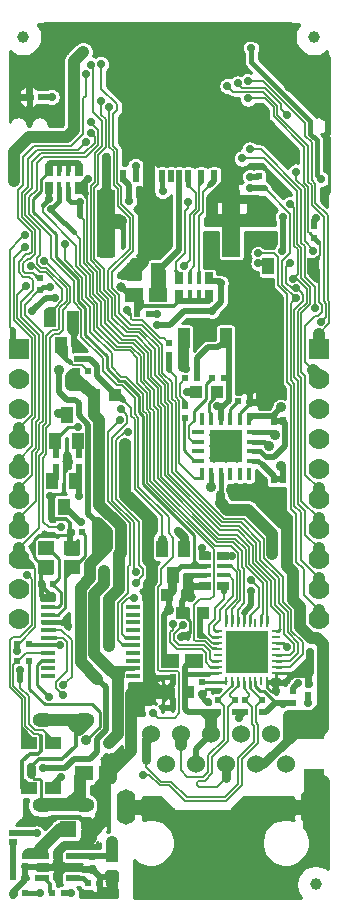
<source format=gbr>
G04 #@! TF.GenerationSoftware,KiCad,Pcbnew,5.1.0-unknown-a7c8df5~94~ubuntu18.04.1*
G04 #@! TF.CreationDate,2019-03-22T16:10:05+02:00*
G04 #@! TF.ProjectId,ESP32-PoE_Rev_D,45535033-322d-4506-9f45-5f5265765f44,D*
G04 #@! TF.SameCoordinates,Original*
G04 #@! TF.FileFunction,Copper,L2,Bot*
G04 #@! TF.FilePolarity,Positive*
%FSLAX46Y46*%
G04 Gerber Fmt 4.6, Leading zero omitted, Abs format (unit mm)*
G04 Created by KiCad (PCBNEW 5.1.0-unknown-a7c8df5~94~ubuntu18.04.1) date 2019-03-22 16:10:05*
%MOMM*%
%LPD*%
G04 APERTURE LIST*
%ADD10C,1.300000*%
%ADD11C,2.000000*%
%ADD12R,0.762000X0.508000*%
%ADD13R,1.400000X1.200000*%
%ADD14R,0.500000X0.550000*%
%ADD15R,1.016000X1.778000*%
%ADD16R,0.381000X1.016000*%
%ADD17R,0.635000X1.016000*%
%ADD18R,1.000000X1.400000*%
%ADD19R,1.016000X1.016000*%
%ADD20R,0.550000X0.500000*%
%ADD21R,1.000000X0.400000*%
%ADD22R,0.400000X1.000000*%
%ADD23R,2.799999X2.799999*%
%ADD24C,0.800000*%
%ADD25R,3.600000X3.600000*%
%ADD26R,0.400000X0.400000*%
%ADD27R,1.422400X1.422400*%
%ADD28R,0.250000X0.800000*%
%ADD29R,0.800000X0.250000*%
%ADD30R,1.524000X1.270000*%
%ADD31R,1.016000X0.381000*%
%ADD32R,1.016000X0.635000*%
%ADD33O,1.800000X1.200000*%
%ADD34C,1.524000*%
%ADD35O,1.600000X2.999999*%
%ADD36R,0.500000X1.000000*%
%ADD37R,1.500000X1.200000*%
%ADD38R,1.500000X4.500000*%
%ADD39R,1.778000X1.016000*%
%ADD40R,1.270000X0.325000*%
%ADD41C,1.778000*%
%ADD42R,1.778000X1.778000*%
%ADD43C,1.000000*%
%ADD44R,1.400000X1.400000*%
%ADD45C,1.400000*%
%ADD46R,1.270000X1.524000*%
%ADD47R,1.200000X0.550000*%
%ADD48R,1.400000X1.000000*%
%ADD49R,0.508000X0.762000*%
%ADD50C,0.900000*%
%ADD51C,0.700000*%
%ADD52C,0.254000*%
%ADD53C,1.016000*%
%ADD54C,0.508000*%
%ADD55C,0.152400*%
%ADD56C,0.304800*%
%ADD57C,0.406400*%
%ADD58C,0.762000*%
%ADD59C,0.609600*%
%ADD60C,0.660400*%
%ADD61C,0.203200*%
%ADD62C,1.270000*%
%ADD63C,0.330200*%
G04 APERTURE END LIST*
D10*
X104940000Y-104235000D03*
X101340000Y-104235000D03*
X103140000Y-106035000D03*
X103140000Y-102435000D03*
X104940000Y-102435000D03*
X101340000Y-102435000D03*
X104940000Y-106035000D03*
D11*
X103140000Y-104235000D03*
D10*
X101340000Y-106035000D03*
D12*
X90932000Y-164973000D03*
X90932000Y-164211000D03*
D13*
X95969000Y-140043000D03*
X93769000Y-141643000D03*
X93769000Y-140043000D03*
X95969000Y-141643000D03*
D14*
X95758000Y-138684000D03*
X96774000Y-138684000D03*
D15*
X108966000Y-122301000D03*
X105410000Y-122301000D03*
D16*
X106680000Y-117221000D03*
X105918000Y-117221000D03*
X106680000Y-118745000D03*
X105918000Y-118745000D03*
D17*
X107569000Y-117221000D03*
X107569000Y-118745000D03*
X105029000Y-117221000D03*
X105029000Y-118745000D03*
D18*
X94107000Y-120650000D03*
X96009460Y-120650000D03*
X95054420Y-122859800D03*
D19*
X106426000Y-126873000D03*
X108204000Y-126873000D03*
D20*
X96520000Y-132207000D03*
X96520000Y-133223000D03*
X94615000Y-133223000D03*
X94615000Y-132207000D03*
D21*
X106616000Y-132645000D03*
X106616000Y-131845000D03*
X106616000Y-131045000D03*
X106616000Y-130245000D03*
D22*
X106966000Y-129095000D03*
X107766000Y-129095000D03*
X108566000Y-129095000D03*
X109366000Y-129095000D03*
X110166000Y-129095000D03*
X110966000Y-129095000D03*
D21*
X111316000Y-130245000D03*
X111316000Y-131045000D03*
X111316000Y-131845000D03*
X111316000Y-132645000D03*
D22*
X110966000Y-133795000D03*
X110166000Y-133795000D03*
X109366000Y-133795000D03*
X108566000Y-133795000D03*
X107766000Y-133795000D03*
X106966000Y-133795000D03*
D23*
X108966000Y-131445000D03*
D24*
X107966000Y-132445000D03*
X108966000Y-132445000D03*
X109966000Y-132445000D03*
X107966000Y-131445000D03*
X108966000Y-131445000D03*
X109966000Y-131445000D03*
X108966000Y-130445000D03*
X107966000Y-130445000D03*
X109966000Y-130445000D03*
D25*
X110744000Y-148844000D03*
D26*
X112044000Y-149344000D03*
X112044000Y-148344000D03*
X111244000Y-147544000D03*
X110244000Y-147544000D03*
X109444000Y-148344000D03*
X109444000Y-149344000D03*
X110244000Y-150144000D03*
X111244000Y-150144000D03*
D27*
X110744000Y-148844000D03*
D28*
X108994000Y-151294000D03*
X109494000Y-151294000D03*
X109994000Y-151294000D03*
X110494000Y-151294000D03*
X110994000Y-151294000D03*
X111494000Y-151294000D03*
X111994000Y-151294000D03*
X112494000Y-151294000D03*
D29*
X113194000Y-150594000D03*
X113194000Y-150094000D03*
X113194000Y-149594000D03*
X113194000Y-149094000D03*
X113194000Y-148594000D03*
X113194000Y-148094000D03*
X113194000Y-147594000D03*
X113194000Y-147094000D03*
D28*
X112494000Y-146394000D03*
X111994000Y-146394000D03*
X111494000Y-146394000D03*
X110994000Y-146394000D03*
X110494000Y-146394000D03*
X109994000Y-146394000D03*
X109494000Y-146394000D03*
X108994000Y-146394000D03*
D29*
X108294000Y-147094000D03*
X108294000Y-147594000D03*
X108294000Y-148094000D03*
X108294000Y-148594000D03*
X108294000Y-149094000D03*
X108294000Y-149594000D03*
X108294000Y-150094000D03*
X108294000Y-150594000D03*
D20*
X116459000Y-113792000D03*
X116459000Y-112776000D03*
D18*
X116400000Y-116195000D03*
X112600000Y-116195000D03*
D14*
X93345000Y-143129000D03*
X94361000Y-143129000D03*
D30*
X104267000Y-149606000D03*
X106299000Y-149606000D03*
D18*
X96453960Y-131028440D03*
X94551500Y-131028440D03*
X95506540Y-128818640D03*
D16*
X95631000Y-108077000D03*
X94869000Y-108077000D03*
X95631000Y-109601000D03*
X94869000Y-109601000D03*
D17*
X96520000Y-108077000D03*
X96520000Y-109601000D03*
X93980000Y-108077000D03*
X93980000Y-109601000D03*
D31*
X107188000Y-141605000D03*
X107188000Y-142367000D03*
X108712000Y-141605000D03*
X108712000Y-142367000D03*
D32*
X107188000Y-140716000D03*
X108712000Y-140716000D03*
X107188000Y-143256000D03*
X108712000Y-143256000D03*
D33*
X93476000Y-154642000D03*
X96946000Y-154642000D03*
X96946000Y-161842000D03*
X93476000Y-161842000D03*
D19*
X101600000Y-152908000D03*
X99822000Y-152908000D03*
X105791000Y-144018000D03*
X104013000Y-144018000D03*
X104013000Y-152273000D03*
X105791000Y-152273000D03*
X105283000Y-145542000D03*
X107061000Y-145542000D03*
D34*
X102616000Y-155806000D03*
X103886000Y-158346000D03*
X105156000Y-155806000D03*
X106426000Y-158346000D03*
X107696000Y-155806000D03*
X108966000Y-158346000D03*
X110236000Y-155806000D03*
X111506000Y-158346000D03*
X112776000Y-155806000D03*
X114046000Y-158346000D03*
D35*
X100531000Y-161946000D03*
X116131000Y-161946000D03*
D36*
X100290000Y-108587000D03*
X101390000Y-108587000D03*
X102490000Y-108587000D03*
X103590000Y-108587000D03*
X104340000Y-108587000D03*
X105040000Y-108587000D03*
X105790000Y-108587000D03*
X106890000Y-108587000D03*
X107990000Y-108587000D03*
D37*
X109440000Y-110337000D03*
X98840000Y-110337000D03*
X109440000Y-114787000D03*
X98840000Y-114787000D03*
D38*
X98840000Y-112387000D03*
X109440000Y-112387000D03*
D39*
X116459000Y-159258000D03*
X116459000Y-155702000D03*
D30*
X101219000Y-118618000D03*
X103251000Y-118618000D03*
D18*
X94300040Y-134401560D03*
X96202500Y-134401560D03*
X95247460Y-136611360D03*
D40*
X93916500Y-150880000D03*
X93916500Y-150230000D03*
X93916500Y-149580000D03*
X93916500Y-148930000D03*
X93916500Y-148280000D03*
X93916500Y-147630000D03*
X93916500Y-146980000D03*
X93916500Y-146330000D03*
X93916500Y-145680000D03*
X93916500Y-145030000D03*
X101155500Y-145030000D03*
X101155500Y-145680000D03*
X101155500Y-146330000D03*
X101155500Y-146980000D03*
X101155500Y-147630000D03*
X101155500Y-148280000D03*
X101155500Y-148930000D03*
X101155500Y-149580000D03*
X101155500Y-150230000D03*
X101155500Y-150880000D03*
D19*
X99314000Y-167894000D03*
X99314000Y-166116000D03*
D41*
X91440000Y-130840000D03*
X91440000Y-128300000D03*
X91440000Y-125760000D03*
D42*
X91440000Y-123220000D03*
D41*
X91440000Y-133380000D03*
X91440000Y-135920000D03*
X91440000Y-141000000D03*
X91440000Y-138460000D03*
X91440000Y-143540000D03*
X91440000Y-146080000D03*
X116840000Y-130840000D03*
X116840000Y-128300000D03*
X116840000Y-125760000D03*
D42*
X116840000Y-123220000D03*
D41*
X116840000Y-133380000D03*
X116840000Y-135920000D03*
X116840000Y-141000000D03*
X116840000Y-138460000D03*
X116840000Y-143540000D03*
X116840000Y-146080000D03*
D18*
X103571040Y-140116560D03*
X105473500Y-140116560D03*
X104518460Y-142326360D03*
D14*
X91313000Y-149606000D03*
X92329000Y-149606000D03*
X91313000Y-148209000D03*
X92329000Y-148209000D03*
D20*
X97663000Y-167259000D03*
X97663000Y-166243000D03*
X96393000Y-124079000D03*
X96393000Y-125095000D03*
D14*
X94234000Y-169291000D03*
X95250000Y-169291000D03*
D20*
X109728000Y-152908000D03*
X109728000Y-153924000D03*
X108331000Y-152908000D03*
X108331000Y-153924000D03*
X112014000Y-152908000D03*
X112014000Y-153924000D03*
X110617000Y-152908000D03*
X110617000Y-153924000D03*
X114681000Y-152146000D03*
X114681000Y-153162000D03*
X115951000Y-151511000D03*
X115951000Y-152527000D03*
D14*
X90932000Y-169291000D03*
X91948000Y-169291000D03*
D20*
X106934000Y-152400000D03*
X106934000Y-151384000D03*
X105537000Y-129032000D03*
X105537000Y-128016000D03*
D14*
X109982000Y-127635000D03*
X110998000Y-127635000D03*
X102489000Y-120269000D03*
X101473000Y-120269000D03*
D20*
X111760000Y-108585000D03*
X111760000Y-109601000D03*
D14*
X104140000Y-124587000D03*
X105156000Y-124587000D03*
D20*
X104140000Y-122682000D03*
X104140000Y-123698000D03*
X93218000Y-117221000D03*
X93218000Y-118237000D03*
D14*
X104521000Y-153543000D03*
X105537000Y-153543000D03*
D20*
X113157000Y-152146000D03*
X113157000Y-153162000D03*
D14*
X104521000Y-151003000D03*
X105537000Y-151003000D03*
X105791000Y-147447000D03*
X106807000Y-147447000D03*
D43*
X91821000Y-96774000D03*
X116459000Y-96774000D03*
X116586000Y-168529000D03*
D44*
X95638620Y-163852860D03*
D45*
X97650300Y-163850320D03*
D46*
X101219000Y-116713000D03*
X103251000Y-116713000D03*
D14*
X108839000Y-125666500D03*
X107823000Y-125666500D03*
D19*
X99568000Y-127127000D03*
X97790000Y-127127000D03*
D20*
X97282000Y-125095000D03*
X97282000Y-124079000D03*
D30*
X96964500Y-159131000D03*
X98996500Y-159131000D03*
D47*
X93442000Y-168018500D03*
X93442000Y-167068500D03*
X93442000Y-166118500D03*
X96042000Y-168018500D03*
X96042000Y-166118500D03*
D14*
X98298000Y-168402000D03*
X97282000Y-168402000D03*
X92329000Y-101854000D03*
X93345000Y-101854000D03*
X91948000Y-167894000D03*
X90932000Y-167894000D03*
X106553000Y-125666500D03*
X105537000Y-125666500D03*
D48*
X94361000Y-156596000D03*
X94361000Y-160396000D03*
X92329000Y-160396000D03*
X92329000Y-156596000D03*
D14*
X90932000Y-166116000D03*
X91948000Y-166116000D03*
X91948000Y-167005000D03*
X90932000Y-167005000D03*
D49*
X113792000Y-134239000D03*
X113030000Y-134239000D03*
X113792000Y-129286000D03*
X113030000Y-129286000D03*
D50*
X99314000Y-164973000D03*
X98933000Y-139700000D03*
X94843600Y-124968000D03*
D51*
X93477590Y-158680910D03*
X91949764Y-113540165D03*
X113030000Y-151511000D03*
D50*
X101473000Y-151892000D03*
X99314000Y-169037000D03*
X102489000Y-148590000D03*
D51*
X95631000Y-146685000D03*
X116078000Y-148818600D03*
X106934000Y-140081000D03*
D50*
X100457000Y-131267200D03*
D51*
X100203000Y-116967000D03*
D50*
X102489000Y-112395000D03*
X96901000Y-96774000D03*
X111506000Y-96774000D03*
D51*
X117475000Y-105156000D03*
D50*
X99187000Y-96774000D03*
X103632000Y-112395000D03*
D51*
X94234000Y-144145000D03*
D50*
X92328990Y-100584000D03*
X107823000Y-112395000D03*
X94742000Y-166624000D03*
X94742000Y-167767000D03*
D51*
X94107000Y-135636000D03*
D50*
X100457000Y-134213600D03*
D51*
X100584000Y-119888000D03*
X107502411Y-153066789D03*
X105159542Y-147577542D03*
X96139000Y-121793000D03*
D50*
X100076000Y-112395000D03*
D51*
X102489000Y-109836724D03*
D50*
X97917000Y-96012000D03*
X93726000Y-96012000D03*
X100457000Y-96012000D03*
X109347000Y-96774000D03*
X104267000Y-96774000D03*
X101727000Y-96774000D03*
X102997000Y-96012000D03*
X105537000Y-96012000D03*
X108077000Y-96012000D03*
X106807000Y-96774000D03*
X110617000Y-96012000D03*
X112649000Y-96012000D03*
X114427000Y-96012000D03*
X95631000Y-96012000D03*
X93726000Y-97472500D03*
X93726000Y-98806000D03*
X92328990Y-98806000D03*
X91059000Y-98806000D03*
X91059000Y-100076000D03*
X91059000Y-101346000D03*
X91059000Y-102616000D03*
D51*
X98869500Y-106934000D03*
D50*
X106680000Y-102235000D03*
X106680000Y-104775000D03*
X106680000Y-107315000D03*
X109220000Y-104775000D03*
X109220000Y-107315000D03*
X107950000Y-106045000D03*
X107950000Y-103505000D03*
X104140000Y-107315000D03*
X109220000Y-106045000D03*
X107950000Y-104775000D03*
X107950000Y-107315000D03*
X106680000Y-106045000D03*
X106680000Y-103505000D03*
X105410000Y-107315000D03*
X114427000Y-97155000D03*
X114427000Y-98679000D03*
X114427000Y-99822000D03*
X114427000Y-100965000D03*
X115570000Y-98679000D03*
X117348000Y-98679000D03*
X117348000Y-99822000D03*
X117348000Y-100965000D03*
X117348000Y-102108000D03*
X117348000Y-103378000D03*
D51*
X102044500Y-115824000D03*
X101219000Y-115824000D03*
D50*
X103011525Y-151878661D03*
X114300000Y-106680000D03*
X98330590Y-160210498D03*
X98330590Y-161163000D03*
D51*
X93853000Y-163195000D03*
X92964000Y-163195000D03*
D50*
X99060000Y-148336000D03*
X99949000Y-143510000D03*
D51*
X104902000Y-138620500D03*
D50*
X91059000Y-108966000D03*
D51*
X116586000Y-112141000D03*
D50*
X96901000Y-98044000D03*
D51*
X94488000Y-118872000D03*
X105410000Y-139128500D03*
D50*
X97790000Y-128777998D03*
X95884958Y-126238042D03*
D51*
X92590110Y-120015000D03*
D24*
X100135496Y-117906152D03*
D51*
X117023390Y-108817577D03*
X111119156Y-97707424D03*
X113792000Y-153289000D03*
X110109000Y-154432000D03*
X94742000Y-128651000D03*
X91978957Y-114554000D03*
X103631994Y-109836732D03*
X111051173Y-108638173D03*
D50*
X98679000Y-141986000D03*
X99060000Y-156590986D03*
X97155000Y-156337000D03*
D51*
X100774500Y-110680496D03*
X105796410Y-110751157D03*
X101345994Y-107696000D03*
X97154788Y-105664420D03*
X94996000Y-138303000D03*
X93634830Y-115749544D03*
D50*
X114300000Y-154305000D03*
X109474000Y-135128000D03*
X110871000Y-126619000D03*
X112014000Y-126619000D03*
X112014000Y-127762000D03*
X113284000Y-126619000D03*
X110871000Y-125476000D03*
X112014000Y-125476000D03*
X113284000Y-125476000D03*
X112014000Y-122936000D03*
X112014000Y-124206000D03*
X112014000Y-121666000D03*
X112014000Y-120396000D03*
X112014000Y-119126000D03*
X113284000Y-124206000D03*
X113284000Y-122936000D03*
X113284000Y-121666000D03*
X113284000Y-120396000D03*
X113284000Y-119126000D03*
X112649000Y-131445000D03*
D51*
X105646588Y-124858412D03*
X105671242Y-126872771D03*
D50*
X113665000Y-133096000D03*
X113131600Y-130454400D03*
X113665000Y-128143000D03*
D51*
X110998000Y-106299000D03*
X116573518Y-119765597D03*
X110363000Y-107060996D03*
X94234000Y-101854000D03*
X110827886Y-100518975D03*
X101981000Y-159258000D03*
D50*
X108204000Y-164846000D03*
X110871000Y-164846000D03*
X105918000Y-164846000D03*
X113030000Y-161946000D03*
X110617000Y-161946000D03*
X103632000Y-161946000D03*
X109728000Y-163322000D03*
X106680000Y-163322000D03*
X109601000Y-167132000D03*
X106934000Y-167132000D03*
X104013000Y-167132000D03*
X112522000Y-167132000D03*
X110998000Y-168783000D03*
X108204000Y-168783000D03*
X105283000Y-168783000D03*
X102108000Y-168783000D03*
D51*
X114173000Y-148463000D03*
X111696500Y-115954254D03*
D50*
X112928400Y-140589000D03*
D51*
X96475144Y-129826028D03*
X100062412Y-129172589D03*
X96730025Y-137874369D03*
X96520000Y-135636000D03*
X101219000Y-144272000D03*
X95231599Y-151654399D03*
X95231596Y-152512566D03*
D50*
X104140000Y-145288000D03*
D51*
X111125000Y-143649700D03*
X92075000Y-117856016D03*
X92963986Y-164211000D03*
X102806507Y-153987493D03*
X109121140Y-100936860D03*
X97536000Y-104013000D03*
X117024281Y-120913475D03*
X109474000Y-140716000D03*
X111104976Y-142796955D03*
X105339378Y-146567141D03*
X115951000Y-153162000D03*
X104491677Y-146477642D03*
X115062000Y-151511000D03*
X95885000Y-169290994D03*
X93217439Y-169291561D03*
D50*
X107696000Y-134848600D03*
D51*
X108217597Y-128058505D03*
X92456000Y-158623000D03*
X94932500Y-148272500D03*
X93980000Y-152654000D03*
X95019852Y-159437320D03*
X109982000Y-100711000D03*
X114173000Y-103378000D03*
X94107000Y-117983000D03*
X107823000Y-120015000D03*
X108585000Y-117602000D03*
X103135212Y-121125408D03*
X110871000Y-101981004D03*
X91310373Y-148796940D03*
X91574110Y-150412598D03*
X97536000Y-104902000D03*
X92188792Y-142297910D03*
X97147890Y-99910341D03*
X101346000Y-142113000D03*
X100076000Y-128270000D03*
X113728500Y-114871500D03*
X113852728Y-112014000D03*
X101346000Y-143002000D03*
X100695469Y-130214143D03*
X114932121Y-108184528D03*
X116384334Y-114871500D03*
X105410000Y-116205000D03*
X114961886Y-118048831D03*
X114462245Y-115922976D03*
X114662732Y-117250637D03*
X114413738Y-110914018D03*
X114934137Y-118900792D03*
X110998008Y-109593946D03*
X103202017Y-120244527D03*
X111696500Y-115101841D03*
X96673145Y-110744000D03*
X94156262Y-111379297D03*
X97312968Y-108831208D03*
X93980000Y-110490555D03*
X92455958Y-116203466D03*
X98398693Y-99097193D03*
X99124867Y-102705397D03*
X98415660Y-102232500D03*
X97536008Y-99123500D03*
X95353530Y-114274400D03*
D52*
X99068000Y-165870000D02*
X99314000Y-166116000D01*
D53*
X99314000Y-165481000D02*
X99314000Y-166116000D01*
D52*
X99203000Y-165370000D02*
X99314000Y-165481000D01*
D53*
X99314000Y-164973000D02*
X99314000Y-165481000D01*
D54*
X97790000Y-166116000D02*
X97663000Y-166243000D01*
X99314000Y-166116000D02*
X97790000Y-166116000D01*
X97787500Y-166118500D02*
X97790000Y-166116000D01*
X96042000Y-166118500D02*
X97787500Y-166118500D01*
X96153139Y-157875139D02*
X95347368Y-158680910D01*
X97521861Y-157875139D02*
X96153139Y-157875139D01*
X95347368Y-158680910D02*
X93972564Y-158680910D01*
X93972564Y-158680910D02*
X93477590Y-158680910D01*
X98831411Y-151853911D02*
X98831411Y-155414946D01*
X98044000Y-157353000D02*
X97521861Y-157875139D01*
X98044000Y-156202356D02*
X98044000Y-157353000D01*
X98831411Y-155414946D02*
X98044000Y-156202356D01*
X98075750Y-151098250D02*
X98831411Y-151853911D01*
D53*
X98933000Y-139954000D02*
X98933000Y-139700000D01*
X97485200Y-142621000D02*
X97485200Y-141401800D01*
X96685122Y-143421078D02*
X97485200Y-142621000D01*
X98075750Y-151098250D02*
X96685122Y-149707622D01*
X96685122Y-149707622D02*
X96685122Y-143421078D01*
X98933000Y-139700000D02*
X98933000Y-139192000D01*
D54*
X98933000Y-139192000D02*
X98933000Y-138707172D01*
D53*
X98933000Y-139700000D02*
X98933000Y-138707172D01*
X98933000Y-138707172D02*
X98159414Y-137933586D01*
D54*
X90932000Y-122712000D02*
X90932000Y-121602500D01*
X91440000Y-123220000D02*
X90932000Y-122712000D01*
D55*
X90678000Y-114811929D02*
X91599765Y-113890164D01*
X91599765Y-113890164D02*
X91949764Y-113540165D01*
X90932000Y-121602500D02*
X90678000Y-121348500D01*
X90678000Y-121348500D02*
X90678000Y-114811929D01*
D54*
X97360361Y-137134533D02*
X98159414Y-137933586D01*
X97360361Y-129641531D02*
X97360361Y-137134533D01*
X96520000Y-128801170D02*
X97360361Y-129641531D01*
X94869000Y-124993400D02*
X94869000Y-126809500D01*
X94843600Y-124968000D02*
X94869000Y-124993400D01*
X94869000Y-126809500D02*
X95567500Y-127508000D01*
X96242828Y-127508000D02*
X96520000Y-127785172D01*
X95567500Y-127508000D02*
X96242828Y-127508000D01*
X96520000Y-127785172D02*
X96520000Y-128801170D01*
D53*
X97485200Y-141401800D02*
X98171000Y-140716000D01*
X98159414Y-140704414D02*
X98171000Y-140716000D01*
X98159414Y-137933586D02*
X98159414Y-140704414D01*
X98171000Y-140716000D02*
X98933000Y-139954000D01*
D54*
X97650300Y-163850320D02*
X97642680Y-163850320D01*
X99314000Y-167894000D02*
X99314000Y-169037000D01*
X99060000Y-167640000D02*
X99314000Y-167894000D01*
X99568000Y-167894000D02*
X99314000Y-167894000D01*
X97650300Y-163850320D02*
X97756980Y-163957000D01*
D56*
X95276000Y-146330000D02*
X93916500Y-146330000D01*
X95631000Y-146685000D02*
X95276000Y-146330000D01*
D52*
X102489000Y-150880000D02*
X102485000Y-150876000D01*
X102485000Y-150876000D02*
X102108000Y-150876000D01*
X102108000Y-150876000D02*
X102489000Y-150876000D01*
D57*
X113030000Y-151511000D02*
X113157000Y-151638000D01*
X113157000Y-151638000D02*
X113157000Y-152146000D01*
D52*
X113194000Y-151347000D02*
X113030000Y-151511000D01*
D54*
X107061000Y-140716000D02*
X106934000Y-140589000D01*
X106934000Y-140589000D02*
X106934000Y-140081000D01*
D53*
X102489000Y-148590000D02*
X102489000Y-150876000D01*
D52*
X106934000Y-152400000D02*
X107315000Y-152019000D01*
X107315000Y-152019000D02*
X107950000Y-152019000D01*
D54*
X113919000Y-151511000D02*
X113030000Y-151511000D01*
X114554000Y-150876000D02*
X113919000Y-151511000D01*
D52*
X115951000Y-150876000D02*
X114554000Y-150876000D01*
D57*
X115951000Y-151511000D02*
X115951000Y-150876000D01*
X115951000Y-148945600D02*
X116078000Y-148818600D01*
X115951000Y-150876000D02*
X115951000Y-148945600D01*
D53*
X96901000Y-96774000D02*
X100076000Y-96774000D01*
X103124000Y-96774000D02*
X106045000Y-96774000D01*
D58*
X111506000Y-96774000D02*
X108966000Y-96774000D01*
D54*
X100965000Y-116967000D02*
X100203000Y-116967000D01*
X101219000Y-116713000D02*
X100965000Y-116967000D01*
D53*
X109440000Y-112387000D02*
X109440000Y-113123000D01*
D55*
X98840000Y-112387000D02*
X98840000Y-114787000D01*
X109440000Y-112387000D02*
X109440000Y-114787000D01*
D54*
X94297500Y-167068500D02*
X94742000Y-166624000D01*
X93442000Y-167068500D02*
X94297500Y-167068500D01*
D58*
X97650300Y-163850320D02*
X97650300Y-164604700D01*
X97650300Y-164604700D02*
X97028000Y-165227000D01*
D54*
X98298000Y-168402000D02*
X98298000Y-167894000D01*
X98298000Y-167894000D02*
X99314000Y-167894000D01*
X98298000Y-167894000D02*
X97663000Y-167259000D01*
D58*
X94742000Y-165735000D02*
X94742000Y-166624000D01*
X94742000Y-165735000D02*
X95250000Y-165227000D01*
X97028000Y-165227000D02*
X95250000Y-165227000D01*
D54*
X95377000Y-167259000D02*
X94742000Y-166624000D01*
X97663000Y-167259000D02*
X95377000Y-167259000D01*
D58*
X98996500Y-159131000D02*
X98933000Y-159194500D01*
D56*
X94107000Y-135636000D02*
X94107000Y-137160000D01*
X94107000Y-137160000D02*
X94564200Y-137617200D01*
X94564200Y-137617200D02*
X95453200Y-137617200D01*
X95758000Y-137922000D02*
X95758000Y-138684000D01*
X95453200Y-137617200D02*
X95758000Y-137922000D01*
X93345000Y-142067000D02*
X93769000Y-141643000D01*
X93345000Y-143129000D02*
X93345000Y-142067000D01*
D52*
X95504000Y-138938000D02*
X95758000Y-138684000D01*
X93167200Y-138938000D02*
X95504000Y-138938000D01*
X93769000Y-141643000D02*
X93510000Y-141643000D01*
X93510000Y-141643000D02*
X92710000Y-140843000D01*
X92710000Y-140843000D02*
X92710000Y-139395200D01*
X92710000Y-139395200D02*
X93167200Y-138938000D01*
X95969000Y-140043000D02*
X96096000Y-139916000D01*
X98996500Y-159131000D02*
X98806000Y-159131000D01*
X94107000Y-135636000D02*
X94234000Y-135509000D01*
X94234000Y-135509000D02*
X95123000Y-135509000D01*
X95123000Y-135509000D02*
X95250000Y-135382000D01*
X95250000Y-135382000D02*
X95250000Y-133604000D01*
X95250000Y-133604000D02*
X95504000Y-133350000D01*
D54*
X91948000Y-167005000D02*
X91948000Y-167894000D01*
X91948000Y-167894000D02*
X91948000Y-168148000D01*
X91948000Y-168148000D02*
X90932000Y-169164000D01*
X90932000Y-169164000D02*
X90932000Y-169291000D01*
X93442000Y-167068500D02*
X92011500Y-167068500D01*
X92011500Y-167068500D02*
X91948000Y-167005000D01*
X98298000Y-168402000D02*
X98298000Y-169037000D01*
X98298000Y-169037000D02*
X99314000Y-169037000D01*
D57*
X106934000Y-152400000D02*
X106934000Y-152654000D01*
X107346789Y-153066789D02*
X107502411Y-153066789D01*
X106934000Y-152654000D02*
X107346789Y-153066789D01*
D53*
X101600000Y-152019000D02*
X101473000Y-151892000D01*
X101600000Y-152908000D02*
X101600000Y-152019000D01*
X101282500Y-153225500D02*
X101600000Y-152908000D01*
X100990411Y-157264089D02*
X100990411Y-153517589D01*
X100990411Y-153517589D02*
X101282500Y-153225500D01*
X98996500Y-159131000D02*
X99123500Y-159131000D01*
X99123500Y-159131000D02*
X100990411Y-157264089D01*
X101473000Y-151892000D02*
X100990410Y-152374590D01*
X100990410Y-153517588D02*
X100990411Y-153517589D01*
X100990410Y-152374590D02*
X100990410Y-153517588D01*
D54*
X104013000Y-152336500D02*
X104013000Y-152273000D01*
X104521000Y-153543000D02*
X104521000Y-152844500D01*
X104521000Y-152844500D02*
X104013000Y-152336500D01*
X105283000Y-144526000D02*
X105854500Y-143954500D01*
X105283000Y-145542000D02*
X105283000Y-144526000D01*
D59*
X105854500Y-143256000D02*
X105854500Y-143954500D01*
D57*
X107188000Y-142367000D02*
X106108500Y-142367000D01*
X106108500Y-142367000D02*
X105854500Y-142621000D01*
D59*
X105854500Y-142621000D02*
X105854500Y-143256000D01*
X107188000Y-143256000D02*
X105854500Y-143256000D01*
D53*
X100457000Y-131267200D02*
X100457000Y-134213600D01*
X102362000Y-141097000D02*
X102743000Y-141478000D01*
X102362000Y-137538206D02*
X102362000Y-141097000D01*
X102743000Y-142818793D02*
X102489000Y-143072793D01*
X100457000Y-134213600D02*
X100457000Y-135633206D01*
X102489000Y-143072793D02*
X102489000Y-147953604D01*
X100457000Y-135633206D02*
X102362000Y-137538206D01*
X102489000Y-147953604D02*
X102489000Y-148590000D01*
X102743000Y-141478000D02*
X102743000Y-142818793D01*
D58*
X96139000Y-121793000D02*
X96139000Y-120650000D01*
X96139000Y-120650000D02*
X96012000Y-120650000D01*
X95885000Y-121158000D02*
X95885000Y-120650000D01*
X96139000Y-121793000D02*
X95885000Y-121539000D01*
X95885000Y-121539000D02*
X95885000Y-121158000D01*
D54*
X92329000Y-100584010D02*
X92328990Y-100584000D01*
X92329000Y-101854000D02*
X92329000Y-100584010D01*
D53*
X102490000Y-104901000D02*
X103124000Y-104267000D01*
X102490000Y-108587000D02*
X102490000Y-104901000D01*
D58*
X98840000Y-112387000D02*
X98488500Y-112035500D01*
D53*
X102489000Y-108588000D02*
X102490000Y-108587000D01*
X102489000Y-112395000D02*
X102489000Y-108588000D01*
D54*
X99581026Y-112395000D02*
X100076000Y-112395000D01*
X99340000Y-112395000D02*
X99581026Y-112395000D01*
X98840000Y-112895000D02*
X99340000Y-112395000D01*
D53*
X107823000Y-112395000D02*
X109220000Y-112395000D01*
X107831000Y-112387000D02*
X107823000Y-112395000D01*
X109440000Y-112387000D02*
X107831000Y-112387000D01*
X100068000Y-112387000D02*
X100076000Y-112395000D01*
X98840000Y-112387000D02*
X100068000Y-112387000D01*
X107823000Y-112395000D02*
X107823000Y-110490000D01*
X107823000Y-110490000D02*
X109410500Y-108902500D01*
X107976000Y-110337000D02*
X107823000Y-110490000D01*
X109440000Y-110337000D02*
X107976000Y-110337000D01*
D54*
X117475000Y-105156000D02*
X117616590Y-105297590D01*
X117616590Y-105297590D02*
X117602000Y-105312180D01*
X117602000Y-105312180D02*
X117602000Y-108140500D01*
D58*
X109440000Y-110337000D02*
X109593000Y-110490000D01*
X109593000Y-110490000D02*
X111442500Y-110490000D01*
D53*
X93726000Y-96012000D02*
X114427000Y-96012000D01*
X96901000Y-96774000D02*
X109347000Y-96774000D01*
D58*
X113665000Y-96774000D02*
X114427000Y-96012000D01*
X111506000Y-96774000D02*
X113665000Y-96774000D01*
X101346000Y-96774000D02*
X100076000Y-96774000D01*
X103251000Y-104267000D02*
X101346000Y-102362000D01*
X101346000Y-102362000D02*
X101346000Y-96774000D01*
D53*
X96901000Y-96774000D02*
X95758000Y-96774000D01*
X92328990Y-100203010D02*
X92328990Y-100584000D01*
X95758000Y-96774000D02*
X92328990Y-100203010D01*
X93726000Y-98806000D02*
X93726000Y-97472500D01*
D58*
X93726000Y-97472500D02*
X93726000Y-96012000D01*
X98840000Y-106963500D02*
X98869500Y-106934000D01*
X98840000Y-110337000D02*
X98840000Y-106963500D01*
D53*
X106172000Y-104267000D02*
X103251000Y-104267000D01*
X104140000Y-107315000D02*
X109220000Y-107315000D01*
X106680000Y-107315000D02*
X106680000Y-102235000D01*
X109220000Y-107315000D02*
X109220000Y-104775000D01*
X109220000Y-104775000D02*
X106680000Y-102235000D01*
X107950000Y-103505000D02*
X107950000Y-107315000D01*
X106680000Y-106045000D02*
X109220000Y-106045000D01*
X106680000Y-104775000D02*
X109220000Y-104775000D01*
X114427000Y-100965000D02*
X114427000Y-96012000D01*
X114046000Y-96774000D02*
X114427000Y-97155000D01*
X111506000Y-96774000D02*
X114046000Y-96774000D01*
D54*
X117475000Y-105156000D02*
X117615401Y-105015599D01*
X117615401Y-103645401D02*
X117348000Y-103378000D01*
X117615401Y-105015599D02*
X117615401Y-103645401D01*
D53*
X117348000Y-103378000D02*
X117348000Y-98679000D01*
X115570000Y-98679000D02*
X114427000Y-98679000D01*
D58*
X117348000Y-98679000D02*
X115570000Y-98679000D01*
D53*
X109410500Y-108521500D02*
X109220000Y-108331000D01*
X109410500Y-108902500D02*
X109410500Y-108521500D01*
X109220000Y-107315000D02*
X109220000Y-108331000D01*
X109220000Y-109220000D02*
X109410500Y-109410500D01*
X109220000Y-107315000D02*
X109220000Y-109220000D01*
X109410500Y-108902500D02*
X109410500Y-109410500D01*
X109410500Y-109410500D02*
X109410500Y-110299500D01*
D52*
X105968788Y-147205712D02*
X105727500Y-147447000D01*
X105968788Y-146227788D02*
X105968788Y-147205712D01*
X105283000Y-145542000D02*
X105968788Y-146227788D01*
X105727500Y-147447000D02*
X105791000Y-147447000D01*
D56*
X96075500Y-140081000D02*
X95758000Y-139763500D01*
D52*
X95504000Y-138938000D02*
X95758000Y-139192000D01*
D54*
X95758000Y-139763500D02*
X95758000Y-139255500D01*
D52*
X95758000Y-139192000D02*
X95758000Y-139255500D01*
D54*
X95758000Y-139255500D02*
X95758000Y-138684000D01*
D58*
X101219000Y-116649500D02*
X102044500Y-115824000D01*
X101219000Y-116713000D02*
X101219000Y-116649500D01*
X101219000Y-115824000D02*
X102044500Y-115824000D01*
X101219000Y-115951000D02*
X100203000Y-116967000D01*
X101219000Y-115824000D02*
X101219000Y-115951000D01*
X100203000Y-116967000D02*
X100697974Y-116967000D01*
X100697974Y-116967000D02*
X101282500Y-116967000D01*
D53*
X102561526Y-151428662D02*
X103011525Y-151878661D01*
X102489000Y-150876000D02*
X102489000Y-151356136D01*
X102489000Y-151356136D02*
X102561526Y-151428662D01*
X101473000Y-151892000D02*
X102998186Y-151892000D01*
X102998186Y-151892000D02*
X103011525Y-151878661D01*
X112395000Y-104775000D02*
X109220000Y-104775000D01*
X114300000Y-106680000D02*
X112395000Y-104775000D01*
X98780589Y-159760499D02*
X98330590Y-160210498D01*
X98806000Y-159735088D02*
X98780589Y-159760499D01*
X98806000Y-159004000D02*
X98806000Y-159735088D01*
D54*
X98350299Y-160230207D02*
X98330590Y-160210498D01*
D57*
X96597239Y-162797259D02*
X94250741Y-162797259D01*
X97650300Y-163850320D02*
X96597239Y-162797259D01*
X94250741Y-162797259D02*
X93853000Y-163195000D01*
X92964000Y-163195000D02*
X93853000Y-163195000D01*
D58*
X98386900Y-160266808D02*
X98350299Y-160230207D01*
X97650300Y-163850320D02*
X98386900Y-163113720D01*
X98386900Y-163113720D02*
X98386900Y-160266808D01*
D57*
X102612000Y-151003000D02*
X102489000Y-150880000D01*
X104521000Y-151003000D02*
X102612000Y-151003000D01*
D54*
X103647921Y-151878661D02*
X103011525Y-151878661D01*
X104216839Y-151878661D02*
X103647921Y-151878661D01*
X104521000Y-151003000D02*
X104521000Y-151574500D01*
X104521000Y-151574500D02*
X104216839Y-151878661D01*
D55*
X100933999Y-120237999D02*
X100584000Y-119888000D01*
X104140000Y-122682000D02*
X104115000Y-122682000D01*
X104115000Y-122682000D02*
X103712600Y-122279600D01*
X103712600Y-122279600D02*
X103433074Y-122279600D01*
X101930474Y-120777000D02*
X101092000Y-120777000D01*
X100933999Y-120618999D02*
X100933999Y-120237999D01*
X103433074Y-122279600D02*
X101930474Y-120777000D01*
X101092000Y-120777000D02*
X100933999Y-120618999D01*
D57*
X93345000Y-143129000D02*
X93345000Y-144018000D01*
X93345000Y-144018000D02*
X93472000Y-144145000D01*
D56*
X93345000Y-143129000D02*
X93345000Y-143256000D01*
X93345000Y-143256000D02*
X94234000Y-144145000D01*
D52*
X113067000Y-151294000D02*
X113194000Y-151167000D01*
X113194000Y-150594000D02*
X113194000Y-151167000D01*
X113194000Y-151167000D02*
X113194000Y-151347000D01*
X113194000Y-150594000D02*
X114335500Y-150594000D01*
X114554000Y-150812500D02*
X114554000Y-150876000D01*
X114335500Y-150594000D02*
X114554000Y-150812500D01*
X112494000Y-151294000D02*
X112494000Y-151864000D01*
X112494000Y-151864000D02*
X112776000Y-152146000D01*
X112776000Y-152146000D02*
X113157000Y-152146000D01*
X112522000Y-151511000D02*
X113030000Y-151511000D01*
X112494000Y-151294000D02*
X112494000Y-151483000D01*
X112494000Y-151483000D02*
X112522000Y-151511000D01*
X112494000Y-151294000D02*
X113067000Y-151294000D01*
D54*
X105290084Y-147447000D02*
X105159542Y-147577542D01*
X105791000Y-147447000D02*
X105290084Y-147447000D01*
X105654516Y-147577542D02*
X105658058Y-147574000D01*
X105159542Y-147577542D02*
X105654516Y-147577542D01*
X105658058Y-147574000D02*
X105791000Y-147574000D01*
D52*
X117602000Y-108140500D02*
X117729000Y-108267500D01*
X117729000Y-108267500D02*
X117729000Y-109918500D01*
X117729000Y-109918500D02*
X117411500Y-110236000D01*
D53*
X95638620Y-163852860D02*
X95638620Y-163949380D01*
D57*
X93442000Y-166118500D02*
X93442000Y-165892000D01*
D53*
X94973140Y-163852860D02*
X95638620Y-163852860D01*
X93442000Y-165384000D02*
X94973140Y-163852860D01*
X93442000Y-165892000D02*
X93442000Y-165384000D01*
D54*
X93442000Y-166118500D02*
X91950500Y-166118500D01*
X91950500Y-166118500D02*
X91948000Y-166116000D01*
D53*
X95631000Y-163845240D02*
X95638620Y-163852860D01*
X93442000Y-165384000D02*
X92964000Y-165862000D01*
D54*
X92202000Y-165735000D02*
X93218000Y-165735000D01*
X91948000Y-166116000D02*
X91948000Y-165989000D01*
X91948000Y-165989000D02*
X92202000Y-165735000D01*
D53*
X99060000Y-144399000D02*
X99060000Y-148336000D01*
X99949000Y-143510000D02*
X99060000Y-144399000D01*
D54*
X116459000Y-112268000D02*
X116586000Y-112141000D01*
X116459000Y-112776000D02*
X116459000Y-112268000D01*
X99060000Y-148336000D02*
X98933000Y-148463000D01*
X107569000Y-118745000D02*
X107569000Y-119126000D01*
X107569000Y-119126000D02*
X106680000Y-119126000D01*
D52*
X106680000Y-119126000D02*
X106680000Y-118745000D01*
X105918000Y-118745000D02*
X105918000Y-119126000D01*
D54*
X105918000Y-119126000D02*
X106680000Y-119126000D01*
X105029000Y-118745000D02*
X105029000Y-119126000D01*
X105029000Y-119126000D02*
X105918000Y-119126000D01*
X105410000Y-139192000D02*
X105410000Y-139559974D01*
X105473500Y-140116560D02*
X105410000Y-140053060D01*
X105410000Y-140053060D02*
X105410000Y-139192000D01*
D58*
X104902000Y-138620500D02*
X105410000Y-139128500D01*
X105410000Y-139128500D02*
X105410000Y-140081000D01*
D53*
X98274772Y-136396562D02*
X98274772Y-129262770D01*
X100101410Y-140437972D02*
X100101410Y-138223200D01*
X99949000Y-143510000D02*
X99949000Y-140590382D01*
X98274772Y-129262770D02*
X98239999Y-129227997D01*
X100101410Y-138223200D02*
X98274772Y-136396562D01*
X98239999Y-129227997D02*
X97790000Y-128777998D01*
X99949000Y-140590382D02*
X100101410Y-140437972D01*
X97790000Y-128777998D02*
X97790000Y-127127000D01*
D54*
X96393000Y-125853000D02*
X96007958Y-126238042D01*
X96007958Y-126238042D02*
X95884958Y-126238042D01*
X96393000Y-125095000D02*
X96393000Y-125853000D01*
D53*
X96521354Y-126238042D02*
X95884958Y-126238042D01*
X96901042Y-126238042D02*
X96521354Y-126238042D01*
X97790000Y-127127000D02*
X96901042Y-126238042D01*
X95884958Y-125603042D02*
X95884958Y-126238042D01*
X96139000Y-125349000D02*
X95884958Y-125603042D01*
D54*
X96393000Y-125095000D02*
X95884958Y-125603042D01*
X96393000Y-125095000D02*
X96393000Y-125462522D01*
X96901042Y-125970564D02*
X96901042Y-126238042D01*
X96393000Y-125462522D02*
X96901042Y-125970564D01*
X101473000Y-118872000D02*
X101473000Y-119634000D01*
X101219000Y-118618000D02*
X101473000Y-118872000D01*
X101473000Y-119634000D02*
X101473000Y-120269000D01*
D56*
X105029000Y-119126000D02*
X104565275Y-119589725D01*
X101517275Y-119589725D02*
X101473000Y-119634000D01*
D54*
X94488000Y-118872000D02*
X93733110Y-118872000D01*
X93733110Y-118872000D02*
X92940109Y-119665001D01*
X92940109Y-119665001D02*
X92590110Y-120015000D01*
X100847344Y-118618000D02*
X100535495Y-118306151D01*
X101219000Y-118618000D02*
X100847344Y-118618000D01*
X100535495Y-118306151D02*
X100135496Y-117906152D01*
D53*
X96137489Y-104649511D02*
X96137489Y-98807511D01*
X92329042Y-105282958D02*
X95504042Y-105282958D01*
X91059000Y-106553000D02*
X92329042Y-105282958D01*
X91059000Y-108966000D02*
X91059000Y-106553000D01*
X96451001Y-98493999D02*
X96901000Y-98044000D01*
X95504042Y-105282958D02*
X96137489Y-104649511D01*
X96137489Y-98807511D02*
X96451001Y-98493999D01*
D57*
X117023390Y-108817577D02*
X116680501Y-108474688D01*
X111119156Y-98878486D02*
X111119156Y-98202398D01*
X111119156Y-98202398D02*
X111119156Y-97707424D01*
X116128811Y-104977139D02*
X116128811Y-103888141D01*
X116128811Y-103888141D02*
X111119156Y-98878486D01*
X116680501Y-105528829D02*
X116128811Y-104977139D01*
X116680501Y-108474688D02*
X116680501Y-105528829D01*
D56*
X101219000Y-118618000D02*
X101346000Y-118618000D01*
X101873225Y-119145225D02*
X101873225Y-119589725D01*
X101346000Y-118618000D02*
X101873225Y-119145225D01*
X104565275Y-119589725D02*
X101873225Y-119589725D01*
X101873225Y-119589725D02*
X101517275Y-119589725D01*
X101873225Y-119589725D02*
X101873225Y-119614775D01*
X101873225Y-119614775D02*
X101473000Y-120015000D01*
D54*
X107696000Y-155806000D02*
X107696000Y-155702000D01*
X106426000Y-157076000D02*
X107696000Y-155806000D01*
X106426000Y-158346000D02*
X106426000Y-157076000D01*
D52*
X113792000Y-153289000D02*
X113665000Y-153162000D01*
D54*
X113665000Y-153162000D02*
X113157000Y-153162000D01*
D52*
X110617000Y-153924000D02*
X110109000Y-154432000D01*
D54*
X106045000Y-149606000D02*
X105537000Y-150114000D01*
X105537000Y-150114000D02*
X105537000Y-150876000D01*
D52*
X108294000Y-150594000D02*
X107597000Y-150594000D01*
X107597000Y-150594000D02*
X107442000Y-150749000D01*
D57*
X107442000Y-150749000D02*
X105664000Y-150749000D01*
X105664000Y-150749000D02*
X105537000Y-150876000D01*
D52*
X109728000Y-153924000D02*
X110109000Y-154305000D01*
X110109000Y-154305000D02*
X110109000Y-154432000D01*
X111494000Y-151753000D02*
X111494000Y-151294000D01*
X113157000Y-153162000D02*
X113157000Y-153111200D01*
X112191800Y-152146000D02*
X111887000Y-152146000D01*
X113157000Y-153111200D02*
X112191800Y-152146000D01*
X111887000Y-152146000D02*
X111494000Y-151753000D01*
X112522000Y-153797000D02*
X113157000Y-153162000D01*
X112141000Y-153797000D02*
X112522000Y-153797000D01*
X112014000Y-153924000D02*
X112141000Y-153797000D01*
D54*
X107696000Y-153924000D02*
X107696000Y-154305000D01*
X106807004Y-153923996D02*
X106933996Y-153923996D01*
D53*
X107696000Y-155806000D02*
X107696000Y-154686000D01*
D54*
X106933996Y-153923996D02*
X107696000Y-154686000D01*
D53*
X107696000Y-154686000D02*
X107696000Y-154305000D01*
D54*
X107696000Y-154686000D02*
X108331000Y-154051000D01*
X108331000Y-153924000D02*
X108330574Y-153924426D01*
X108330574Y-153924426D02*
X108191185Y-153924426D01*
X107201237Y-153924426D02*
X107696211Y-153924426D01*
X106807434Y-153924426D02*
X107201237Y-153924426D01*
X108191185Y-153924426D02*
X107696211Y-153924426D01*
X106807004Y-153923996D02*
X106807434Y-153924426D01*
X105790996Y-153923996D02*
X106807004Y-153923996D01*
X105537000Y-152527000D02*
X105537000Y-153670000D01*
X105791000Y-152273000D02*
X105537000Y-152527000D01*
X105537000Y-153670000D02*
X105790996Y-153923996D01*
X105537000Y-150876000D02*
X105537000Y-152019000D01*
X105537000Y-152019000D02*
X105791000Y-152273000D01*
X110617000Y-153924000D02*
X109728000Y-153924000D01*
X113157000Y-153162000D02*
X112395000Y-153924000D01*
X112395000Y-153924000D02*
X112014000Y-153924000D01*
X113919000Y-153162000D02*
X113792000Y-153289000D01*
X114681000Y-153162000D02*
X113919000Y-153162000D01*
X114681000Y-153162000D02*
X113157000Y-153162000D01*
D53*
X91440000Y-129921000D02*
X91440000Y-130840000D01*
D58*
X95338900Y-128651000D02*
X94742000Y-128651000D01*
X95506540Y-128818640D02*
X95338900Y-128651000D01*
D55*
X91033567Y-120700767D02*
X91033567Y-115499390D01*
X92557601Y-122224801D02*
X91033567Y-120700767D01*
X91628958Y-114903999D02*
X91978957Y-114554000D01*
X92557601Y-128803399D02*
X92557601Y-122224801D01*
X91033567Y-115499390D02*
X91628958Y-114903999D01*
X91440000Y-129921000D02*
X92557601Y-128803399D01*
D57*
X96520000Y-131094480D02*
X96520000Y-132207000D01*
X96453960Y-131028440D02*
X96520000Y-131094480D01*
D54*
X96520000Y-132207000D02*
X96520000Y-131064000D01*
D57*
X103590000Y-108587000D02*
X103590000Y-109794738D01*
X103590000Y-109794738D02*
X103631994Y-109836732D01*
D54*
X111760000Y-108585000D02*
X111706827Y-108638173D01*
X111546147Y-108638173D02*
X111051173Y-108638173D01*
X111706827Y-108638173D02*
X111546147Y-108638173D01*
D53*
X97866200Y-149047200D02*
X99187000Y-150368000D01*
X97866200Y-143916400D02*
X97866200Y-149047200D01*
X98679000Y-141986000D02*
X98679000Y-143103600D01*
X98679000Y-143103600D02*
X97866200Y-143916400D01*
D57*
X99325000Y-150230000D02*
X99187000Y-150368000D01*
X101155500Y-150230000D02*
X99325000Y-150230000D01*
D53*
X99187000Y-150368000D02*
X99568000Y-150749000D01*
X99822000Y-151003000D02*
X99822000Y-155828986D01*
X99509999Y-156140987D02*
X99060000Y-156590986D01*
X99822000Y-155828986D02*
X99509999Y-156140987D01*
X99568000Y-150749000D02*
X99822000Y-151003000D01*
D57*
X99949000Y-151130000D02*
X99568000Y-150749000D01*
X100164899Y-150433019D02*
X100164899Y-150914101D01*
X101155500Y-150230000D02*
X100367918Y-150230000D01*
X100164899Y-150914101D02*
X99949000Y-151130000D01*
X100367918Y-150230000D02*
X100164899Y-150433019D01*
D52*
X97663000Y-153289000D02*
X98298000Y-153924000D01*
X93662500Y-153289000D02*
X97663000Y-153289000D01*
X92329000Y-151955500D02*
X93662500Y-153289000D01*
X92329000Y-149606000D02*
X92329000Y-151955500D01*
X98298000Y-153924000D02*
X98298000Y-155194000D01*
X98298000Y-155194000D02*
X97155000Y-156337000D01*
X106680000Y-117221000D02*
X106680000Y-116586000D01*
D54*
X107990000Y-108989500D02*
X107632500Y-109347000D01*
X107990000Y-108587000D02*
X107990000Y-108989500D01*
D55*
X106680000Y-111937800D02*
X106680000Y-116586000D01*
X107619750Y-109347000D02*
X107035622Y-109931128D01*
X107035622Y-111582178D02*
X106680000Y-111937800D01*
X107035622Y-109931128D02*
X107035622Y-111582178D01*
D52*
X105918000Y-117221000D02*
X105918000Y-116586000D01*
D55*
X106299000Y-116205000D02*
X105918000Y-116586000D01*
X106299000Y-111887000D02*
X106299000Y-116205000D01*
X106730811Y-111455189D02*
X106299000Y-111887000D01*
X106890000Y-108587000D02*
X106890000Y-108692500D01*
X106890000Y-108692500D02*
X106730811Y-108851689D01*
X106890000Y-109048122D02*
X106730811Y-109207311D01*
X106890000Y-108587000D02*
X106890000Y-109048122D01*
X106730811Y-108851689D02*
X106730811Y-109207311D01*
X106730811Y-109207311D02*
X106730811Y-109423189D01*
X106730811Y-109423189D02*
X106730811Y-111455189D01*
X106730811Y-109391439D02*
X106730811Y-109423189D01*
X107061000Y-109061250D02*
X106730811Y-109391439D01*
X106890000Y-108587000D02*
X107061000Y-108758000D01*
X107061000Y-108758000D02*
X107061000Y-109061250D01*
D56*
X105029000Y-117221000D02*
X105029000Y-116840000D01*
X105029000Y-116840000D02*
X104775000Y-116586000D01*
D54*
X100774500Y-109321500D02*
X100774500Y-110680496D01*
X100290000Y-108587000D02*
X100290000Y-108837000D01*
X100290000Y-108837000D02*
X100774500Y-109321500D01*
D55*
X104775000Y-116586000D02*
X104775000Y-115824000D01*
X105537000Y-115062000D02*
X105537000Y-111505541D01*
X104775000Y-115824000D02*
X105537000Y-115062000D01*
X105537000Y-111505541D02*
X105796410Y-111246131D01*
X105796410Y-111246131D02*
X105796410Y-110751157D01*
D52*
X93091000Y-117221000D02*
X92837000Y-116967000D01*
X93218000Y-117221000D02*
X93091000Y-117221000D01*
D54*
X101345994Y-108542994D02*
X101345994Y-107696000D01*
X101390000Y-108587000D02*
X101345994Y-108542994D01*
D55*
X96804789Y-106014419D02*
X97154788Y-105664420D01*
X93015553Y-106324380D02*
X96494828Y-106324380D01*
X92202000Y-109474000D02*
X92202000Y-107137933D01*
X91719378Y-109956622D02*
X92202000Y-109474000D01*
X91719378Y-112012512D02*
X91719378Y-109956622D01*
X92837000Y-116967000D02*
X92837000Y-116958296D01*
X92660780Y-116782076D02*
X92017076Y-116782076D01*
X92202000Y-107137933D02*
X93015553Y-106324380D01*
X96494828Y-106324380D02*
X96804789Y-106014419D01*
X92862380Y-113155514D02*
X91719378Y-112012512D01*
X92837000Y-116958296D02*
X92660780Y-116782076D01*
X91821000Y-116586000D02*
X91821000Y-115951000D01*
X91821000Y-115951000D02*
X92202000Y-115570000D01*
X92017076Y-116782076D02*
X91821000Y-116586000D01*
X92202000Y-115570000D02*
X92416390Y-115570000D01*
X92416390Y-115570000D02*
X92862380Y-115124010D01*
X92862380Y-115124010D02*
X92862380Y-113155514D01*
X93659146Y-115749544D02*
X93634830Y-115749544D01*
X95834189Y-117924587D02*
X93659146Y-115749544D01*
X95186500Y-119861478D02*
X95834189Y-119213789D01*
X95186500Y-121602500D02*
X95186500Y-119861478D01*
X94869000Y-121920000D02*
X95186500Y-121602500D01*
X94435369Y-121920000D02*
X94869000Y-121920000D01*
X94996000Y-138303000D02*
X93980000Y-138303000D01*
X93497400Y-137820400D02*
X93497400Y-132384800D01*
X94081656Y-129565344D02*
X94081656Y-122273713D01*
X93980000Y-138303000D02*
X93497400Y-137820400D01*
X93497400Y-132384800D02*
X93802200Y-132080000D01*
X95834189Y-119213789D02*
X95834189Y-117924587D01*
X94081656Y-122273713D02*
X94435369Y-121920000D01*
X93802200Y-129844800D02*
X94081656Y-129565344D01*
X93802200Y-132080000D02*
X93802200Y-129844800D01*
D53*
X114300000Y-154305000D02*
X116459000Y-154305000D01*
X112014000Y-126619000D02*
X112014000Y-124968000D01*
D57*
X111125000Y-127762000D02*
X112014000Y-127762000D01*
X110998000Y-127635000D02*
X111125000Y-127762000D01*
D52*
X110998000Y-127787400D02*
X110998000Y-127635000D01*
X110166000Y-128619400D02*
X110998000Y-127787400D01*
X110166000Y-129095000D02*
X110166000Y-128619400D01*
D53*
X110871000Y-126619000D02*
X110871000Y-125476000D01*
D58*
X111506000Y-158346000D02*
X112164000Y-158346000D01*
D54*
X112014000Y-125476000D02*
X113284000Y-125476000D01*
D53*
X113284000Y-125476000D02*
X113284000Y-119126000D01*
X112014000Y-119126000D02*
X112014000Y-125476000D01*
X113284000Y-125476000D02*
X113284000Y-126619000D01*
X113284000Y-126619000D02*
X112014000Y-126619000D01*
X112014000Y-126619000D02*
X112014000Y-127762000D01*
X113284000Y-119126000D02*
X112014000Y-119126000D01*
X110871000Y-125476000D02*
X110871000Y-119126000D01*
X112014000Y-119126000D02*
X110871000Y-119126000D01*
X117221000Y-153543000D02*
X117221000Y-148209000D01*
X117221000Y-148209000D02*
X116713000Y-147701000D01*
X110998000Y-135128000D02*
X110110396Y-135128000D01*
X114173000Y-138303000D02*
X110998000Y-135128000D01*
X114681000Y-144424400D02*
X114681000Y-142113000D01*
X116230400Y-147701000D02*
X115265222Y-146735822D01*
X116713000Y-147701000D02*
X116230400Y-147701000D01*
X110110396Y-135128000D02*
X109474000Y-135128000D01*
X116459000Y-154305000D02*
X117221000Y-153543000D01*
X115265222Y-146735822D02*
X115265222Y-145008622D01*
X115265222Y-145008622D02*
X114681000Y-144424400D01*
X114681000Y-142113000D02*
X114173000Y-141605000D01*
X114173000Y-141605000D02*
X114173000Y-138303000D01*
X117221000Y-153543000D02*
X117221000Y-155321000D01*
X117221000Y-155321000D02*
X116840000Y-155702000D01*
X114300000Y-154305000D02*
X114300000Y-154941396D01*
D58*
X112164000Y-158346000D02*
X114300000Y-156210000D01*
D53*
X114300000Y-154941396D02*
X114300000Y-156210000D01*
X114300000Y-156210000D02*
X114808000Y-155702000D01*
X116459000Y-155702000D02*
X114808000Y-155702000D01*
X116457604Y-154941396D02*
X116459000Y-154940000D01*
X114300000Y-154941396D02*
X116457604Y-154941396D01*
X116459000Y-155702000D02*
X116459000Y-154940000D01*
X116459000Y-154940000D02*
X116459000Y-154305000D01*
D57*
X111316000Y-131045000D02*
X112249000Y-131045000D01*
X112249000Y-131045000D02*
X112649000Y-131445000D01*
X105410000Y-122301000D02*
X105156000Y-122555000D01*
X105156000Y-123952000D02*
X105156000Y-124367824D01*
D54*
X105646588Y-124858412D02*
X105646588Y-122664588D01*
X105156000Y-124367824D02*
X105156000Y-123190000D01*
D57*
X105156000Y-122555000D02*
X105156000Y-123190000D01*
X105156000Y-123190000D02*
X105156000Y-123952000D01*
D54*
X105156000Y-124714000D02*
X105156000Y-124367824D01*
X105646588Y-124858412D02*
X105300412Y-124858412D01*
X105300412Y-124858412D02*
X105156000Y-124714000D01*
D60*
X106298771Y-126872771D02*
X106166216Y-126872771D01*
X106166216Y-126872771D02*
X105671242Y-126872771D01*
X106299000Y-126873000D02*
X106298771Y-126872771D01*
D52*
X105537000Y-125691500D02*
X105537000Y-125666500D01*
D61*
X105067232Y-126161268D02*
X105537000Y-125691500D01*
X105359200Y-127438791D02*
X105067232Y-127146823D01*
X105067232Y-127146823D02*
X105067232Y-126161268D01*
X105359200Y-127438791D02*
X105689400Y-127768991D01*
X105689400Y-127768991D02*
X105689400Y-128066800D01*
X105371900Y-127451491D02*
X105359200Y-127438791D01*
X105537000Y-127952500D02*
X105371900Y-127787400D01*
X105371900Y-127787400D02*
X105371900Y-127451491D01*
X105631609Y-127711200D02*
X105689400Y-127768991D01*
X105371900Y-127711200D02*
X105631609Y-127711200D01*
X105537000Y-128016000D02*
X105537000Y-127876300D01*
X105537000Y-127876300D02*
X105371900Y-127711200D01*
D57*
X111316000Y-132645000D02*
X111690000Y-132645000D01*
X111690000Y-132645000D02*
X112014000Y-132969000D01*
D54*
X112014000Y-132969000D02*
X113030000Y-133985000D01*
X113030000Y-133985000D02*
X113030000Y-134239000D01*
X113665000Y-133096000D02*
X113792000Y-133223000D01*
X113792000Y-133223000D02*
X113792000Y-134239000D01*
X113030000Y-134239000D02*
X113792000Y-134239000D01*
D57*
X113131600Y-130454400D02*
X112922200Y-130245000D01*
X112922200Y-130245000D02*
X111316000Y-130245000D01*
D54*
X113030000Y-129286000D02*
X113030000Y-128778000D01*
X113030000Y-128778000D02*
X113665000Y-128143000D01*
D57*
X110966000Y-129095000D02*
X111156000Y-128905000D01*
D54*
X112903000Y-128905000D02*
X113030000Y-128778000D01*
X111156000Y-128905000D02*
X112903000Y-128905000D01*
X113030000Y-132334000D02*
X113995198Y-131368802D01*
X113995198Y-131368802D02*
X113995200Y-131368800D01*
D57*
X111316000Y-131845000D02*
X111880600Y-131845000D01*
D54*
X112369600Y-132334000D02*
X113030000Y-132334000D01*
D57*
X111880600Y-131845000D02*
X112369600Y-132334000D01*
D54*
X113030000Y-129286000D02*
X113792000Y-129286000D01*
X113995198Y-129489198D02*
X113995198Y-131368802D01*
X113792000Y-129286000D02*
X113995198Y-129489198D01*
D55*
X115345777Y-114189344D02*
X115671399Y-114514965D01*
X115671399Y-117077881D02*
X116573518Y-117980000D01*
X116573518Y-117980000D02*
X116573518Y-119270623D01*
X115671399Y-114514965D02*
X115671399Y-117077881D01*
X115345777Y-109720562D02*
X115345777Y-114189344D01*
X110998000Y-106299000D02*
X111924215Y-106299000D01*
X116573518Y-119270623D02*
X116573518Y-119765597D01*
X111924215Y-106299000D02*
X115345777Y-109720562D01*
D53*
X116840000Y-135920000D02*
X116840000Y-135001000D01*
D55*
X115697044Y-125476044D02*
X115697044Y-133858044D01*
X115697044Y-133858044D02*
X116840000Y-135001000D01*
X115040966Y-109846818D02*
X115040966Y-114315600D01*
X115366588Y-117204137D02*
X116123224Y-117960773D01*
X115392244Y-120133223D02*
X115392244Y-125171244D01*
X110363000Y-107060996D02*
X112255144Y-107060996D01*
X112255144Y-107060996D02*
X115040966Y-109846818D01*
X116123224Y-117960773D02*
X116123224Y-119402243D01*
X115040966Y-114315600D02*
X115366588Y-114641222D01*
X115366588Y-114641222D02*
X115366588Y-117204137D01*
X116123224Y-119402243D02*
X115392244Y-120133223D01*
X115392244Y-125171244D02*
X115697044Y-125476044D01*
D53*
X116840000Y-123220000D02*
X116840000Y-121920000D01*
D54*
X93345000Y-101854000D02*
X94234000Y-101854000D01*
D55*
X117761742Y-120998258D02*
X116840000Y-121920000D01*
X117761742Y-119235355D02*
X117761742Y-120998258D01*
X117602000Y-111887000D02*
X117602000Y-119075613D01*
X116565019Y-110850019D02*
X117602000Y-111887000D01*
X117602000Y-119075613D02*
X117761742Y-119235355D01*
X116243122Y-108893639D02*
X116565019Y-109215537D01*
X115697000Y-104076500D02*
X115697000Y-105156000D01*
X110827886Y-100518975D02*
X112139475Y-100518975D01*
X112139475Y-100518975D02*
X115697000Y-104076500D01*
X115697000Y-105156000D02*
X116243122Y-105702122D01*
X116565019Y-109215537D02*
X116565019Y-110850019D01*
X116243122Y-105702122D02*
X116243122Y-108893639D01*
D52*
X109994000Y-151294000D02*
X109994000Y-151753000D01*
D55*
X109372400Y-152552400D02*
X109728000Y-152908000D01*
X109372400Y-152374600D02*
X109372400Y-152552400D01*
X109994000Y-151753000D02*
X109372400Y-152374600D01*
D58*
X108966000Y-159512000D02*
X108966000Y-158346000D01*
D55*
X108204000Y-160274000D02*
X108966000Y-159512000D01*
X109143800Y-153492200D02*
X109143800Y-156413200D01*
X106680000Y-159766000D02*
X106553000Y-159893000D01*
X109728000Y-152908000D02*
X109143800Y-153492200D01*
X109143800Y-156413200D02*
X107823000Y-157734000D01*
X107823000Y-157734000D02*
X107823000Y-159131000D01*
X107823000Y-159131000D02*
X107188000Y-159766000D01*
X107188000Y-159766000D02*
X106680000Y-159766000D01*
X106553000Y-159893000D02*
X106553000Y-160147000D01*
X106680000Y-160274000D02*
X108204000Y-160274000D01*
X106553000Y-160147000D02*
X106680000Y-160274000D01*
D52*
X109494000Y-151294000D02*
X109494000Y-151745000D01*
D53*
X105156000Y-155806000D02*
X105156000Y-156718000D01*
D55*
X109494000Y-151745000D02*
X108331000Y-152908000D01*
X108839000Y-153416000D02*
X108331000Y-152908000D01*
X108839000Y-156286200D02*
X108839000Y-153416000D01*
X107518200Y-157607000D02*
X108839000Y-156286200D01*
X107518200Y-159004000D02*
X107518200Y-157607000D01*
X105156000Y-156718000D02*
X105156000Y-158877000D01*
X105156000Y-158877000D02*
X105740200Y-159461200D01*
X105740200Y-159461200D02*
X107061000Y-159461200D01*
X107061000Y-159461200D02*
X107518200Y-159004000D01*
D52*
X110994000Y-151294000D02*
X110994000Y-151888000D01*
D55*
X110994000Y-151888000D02*
X112014000Y-152908000D01*
X111506000Y-153416000D02*
X112014000Y-152908000D01*
X110363000Y-160147000D02*
X110363000Y-157911800D01*
X110363000Y-157911800D02*
X111683800Y-156591000D01*
X111506000Y-154813000D02*
X111506000Y-153416000D01*
X102489000Y-159258000D02*
X103378000Y-160147000D01*
X101981000Y-159258000D02*
X102489000Y-159258000D01*
X111683800Y-156591000D02*
X111683800Y-154990800D01*
X109042200Y-161467800D02*
X110363000Y-160147000D01*
X103378000Y-160147000D02*
X104216200Y-160147000D01*
X104216200Y-160147000D02*
X105537000Y-161467800D01*
X111683800Y-154990800D02*
X111506000Y-154813000D01*
X105537000Y-161467800D02*
X109042200Y-161467800D01*
D52*
X110494000Y-151294000D02*
X110494000Y-151896000D01*
D55*
X110972600Y-152374600D02*
X110972600Y-152552400D01*
X110972600Y-152552400D02*
X110617000Y-152908000D01*
X110494000Y-151896000D02*
X110972600Y-152374600D01*
D58*
X102235000Y-156187000D02*
X102616000Y-155806000D01*
X102235000Y-157988000D02*
X102235000Y-156187000D01*
D55*
X111201200Y-153492200D02*
X110617000Y-152908000D01*
X111201200Y-154940000D02*
X111201200Y-153492200D01*
X104343200Y-159842200D02*
X105664000Y-161163000D01*
X102235000Y-158572200D02*
X103505000Y-159842200D01*
X105664000Y-161163000D02*
X108915200Y-161163000D01*
X103505000Y-159842200D02*
X104343200Y-159842200D01*
X108915200Y-161163000D02*
X110058200Y-160020000D01*
X102235000Y-157988000D02*
X102235000Y-158572200D01*
X110058200Y-160020000D02*
X110058200Y-157784800D01*
X111379000Y-155117800D02*
X111201200Y-154940000D01*
X110058200Y-157784800D02*
X111379000Y-156464000D01*
X111379000Y-156464000D02*
X111379000Y-155117800D01*
D53*
X116131000Y-161946000D02*
X116131000Y-159586000D01*
X116131000Y-159586000D02*
X116459000Y-159258000D01*
X108204000Y-164846000D02*
X109601000Y-164846000D01*
X109601000Y-164846000D02*
X110871000Y-164846000D01*
X100531000Y-161946000D02*
X103018000Y-161946000D01*
X103018000Y-161946000D02*
X105918000Y-164846000D01*
X105918000Y-164846000D02*
X108204000Y-164846000D01*
X116131000Y-161946000D02*
X113771000Y-161946000D01*
X113771000Y-161946000D02*
X110871000Y-164846000D01*
X103632000Y-161946000D02*
X103640144Y-161937856D01*
X109601000Y-164846000D02*
X109601000Y-167132000D01*
X106934000Y-167132000D02*
X104013000Y-167132000D01*
X110998000Y-168783000D02*
X108204000Y-168783000D01*
X105283000Y-168783000D02*
X102108000Y-168783000D01*
D54*
X116131000Y-161946000D02*
X116713000Y-162528000D01*
X116713000Y-162528000D02*
X116713000Y-164973000D01*
D53*
X116459000Y-159258000D02*
X116967000Y-159766000D01*
D62*
X117094000Y-164592000D02*
X116967000Y-164719000D01*
X116967000Y-159766000D02*
X117094000Y-159893000D01*
X117094000Y-159893000D02*
X117094000Y-164592000D01*
D52*
X97028000Y-138963000D02*
X97028000Y-140716000D01*
X96774000Y-138709000D02*
X97028000Y-138963000D01*
X96774000Y-138684000D02*
X96774000Y-138709000D01*
X96101000Y-141643000D02*
X95969000Y-141643000D01*
X97028000Y-140716000D02*
X96101000Y-141643000D01*
X95969000Y-141902000D02*
X95377000Y-142494000D01*
X95969000Y-141643000D02*
X95969000Y-141902000D01*
X95377000Y-142494000D02*
X95377000Y-142113000D01*
X95377000Y-142113000D02*
X95948500Y-141541500D01*
X95402411Y-145083089D02*
X95402411Y-142519411D01*
X95402411Y-142519411D02*
X95377000Y-142494000D01*
X94805500Y-145680000D02*
X95402411Y-145083089D01*
X93916500Y-145680000D02*
X94805500Y-145680000D01*
X94738000Y-145030000D02*
X93916500Y-145030000D01*
X94869000Y-140970000D02*
X94869000Y-142621000D01*
X93769000Y-140043000D02*
X93942000Y-140043000D01*
X93942000Y-140043000D02*
X94869000Y-140970000D01*
X94361000Y-143129000D02*
X94869000Y-142621000D01*
X94996000Y-143789000D02*
X94996000Y-144772000D01*
X94361000Y-143154000D02*
X94996000Y-143789000D01*
X94361000Y-143129000D02*
X94361000Y-143154000D01*
X94996000Y-144772000D02*
X94738000Y-145030000D01*
X113194000Y-148094000D02*
X113804000Y-148094000D01*
X113804000Y-148094000D02*
X114173000Y-148463000D01*
X106616000Y-131045000D02*
X106178400Y-131045000D01*
D61*
X106178400Y-131045000D02*
X105841931Y-130708531D01*
X105841931Y-129743069D02*
X106299000Y-129286000D01*
X105841931Y-130708531D02*
X105841931Y-129743069D01*
D52*
X106299000Y-129286000D02*
X106299000Y-128457250D01*
X106299000Y-128457250D02*
X107319000Y-127437250D01*
X107823000Y-125691500D02*
X107823000Y-125666500D01*
X107319000Y-126195500D02*
X107823000Y-125691500D01*
X107319000Y-127437250D02*
X107319000Y-126195500D01*
D54*
X112191474Y-115954254D02*
X111696500Y-115954254D01*
X112359254Y-115954254D02*
X112191474Y-115954254D01*
X112600000Y-116195000D02*
X112359254Y-115954254D01*
D53*
X112928400Y-140589000D02*
X112928400Y-138836400D01*
X112928400Y-138836400D02*
X110896400Y-136804400D01*
X108585000Y-136271000D02*
X109118400Y-136804400D01*
X109118400Y-136804400D02*
X110896400Y-136804400D01*
D58*
X108458000Y-135509000D02*
X108458000Y-136144000D01*
X108458000Y-136144000D02*
X108585000Y-136271000D01*
D57*
X108566000Y-135401000D02*
X108458000Y-135509000D01*
X108566000Y-133795000D02*
X108566000Y-135401000D01*
D56*
X101155500Y-148280000D02*
X100274000Y-148280000D01*
D57*
X94615000Y-131091940D02*
X94615000Y-132207000D01*
X94551500Y-131028440D02*
X94615000Y-131091940D01*
X94551500Y-131028440D02*
X94551500Y-131000500D01*
D52*
X94551500Y-131028440D02*
X94615000Y-130964940D01*
D57*
X94615000Y-130964940D02*
X94615000Y-130810000D01*
D52*
X95598972Y-129826028D02*
X95980170Y-129826028D01*
X94615000Y-130810000D02*
X95598972Y-129826028D01*
X95980170Y-129826028D02*
X96475144Y-129826028D01*
D55*
X99011383Y-130223618D02*
X99712413Y-129522588D01*
X100711000Y-141605000D02*
X100838021Y-141477979D01*
X99712413Y-129522588D02*
X100062412Y-129172589D01*
X99822000Y-147828000D02*
X99822000Y-144703800D01*
X100838021Y-137918086D02*
X99011383Y-136091448D01*
X100711000Y-143814800D02*
X100711000Y-141605000D01*
X99011383Y-136091448D02*
X99011383Y-130223618D01*
X100274000Y-148280000D02*
X99822000Y-147828000D01*
X99822000Y-144703800D02*
X100711000Y-143814800D01*
X100838021Y-141477979D02*
X100838021Y-137918086D01*
D54*
X94615000Y-132207000D02*
X94615000Y-131064000D01*
X96599369Y-137874369D02*
X96730025Y-137874369D01*
X95247460Y-136611360D02*
X95336360Y-136611360D01*
X95336360Y-136611360D02*
X96599369Y-137874369D01*
D55*
X96456500Y-135572500D02*
X96520000Y-135636000D01*
X96202500Y-134401560D02*
X96139000Y-134338060D01*
D56*
X100513000Y-147630000D02*
X101155500Y-147630000D01*
D55*
X101219000Y-144272000D02*
X100711000Y-144272000D01*
X100711000Y-144272000D02*
X100203000Y-144780000D01*
X100203000Y-144780000D02*
X100203000Y-147320000D01*
X100203000Y-147320000D02*
X100513000Y-147630000D01*
D57*
X96520000Y-134084060D02*
X96520000Y-133223000D01*
X96202500Y-134401560D02*
X96520000Y-134084060D01*
D54*
X96520000Y-134719060D02*
X96520000Y-135636000D01*
X96202500Y-134401560D02*
X96520000Y-134719060D01*
X96520000Y-135636000D02*
X96520000Y-133223000D01*
D57*
X94615000Y-134086600D02*
X94300040Y-134401560D01*
X94615000Y-133223000D02*
X94615000Y-134086600D01*
D54*
X94615000Y-133223000D02*
X94615000Y-134239000D01*
X94615000Y-134239000D02*
X94361000Y-134493000D01*
D57*
X96898500Y-168018500D02*
X97282000Y-168402000D01*
X96042000Y-168018500D02*
X96898500Y-168018500D01*
D52*
X108994000Y-151294000D02*
X108904000Y-151384000D01*
X108904000Y-151384000D02*
X106934000Y-151384000D01*
X106616000Y-132645000D02*
X106316000Y-132645000D01*
X106316000Y-132645000D02*
X105460920Y-131789920D01*
X105460920Y-131789920D02*
X105460920Y-129108080D01*
X105460920Y-129108080D02*
X105537000Y-129032000D01*
X109366000Y-128251000D02*
X109982000Y-127635000D01*
X109366000Y-129095000D02*
X109366000Y-128251000D01*
X107823000Y-127254000D02*
X108204000Y-126873000D01*
X107569000Y-127762000D02*
X107823000Y-127508000D01*
X107569000Y-128524000D02*
X107569000Y-127762000D01*
X107823000Y-127508000D02*
X107823000Y-127254000D01*
X107766000Y-129095000D02*
X107766000Y-128721000D01*
X107766000Y-128721000D02*
X107569000Y-128524000D01*
X107823000Y-127508000D02*
X108077000Y-127254000D01*
X106966000Y-133953000D02*
X106807000Y-134112000D01*
X106807000Y-134112000D02*
X106299000Y-134112000D01*
X106966000Y-133795000D02*
X106966000Y-133953000D01*
D54*
X104140000Y-123698000D02*
X104140000Y-124587000D01*
X104140000Y-124587000D02*
X104140000Y-124968000D01*
D55*
X104140000Y-124999750D02*
X104140000Y-124714000D01*
X104737021Y-125596771D02*
X104140000Y-124999750D01*
X105033399Y-127593411D02*
X104737021Y-127297033D01*
X106299000Y-134112000D02*
X105033399Y-132846399D01*
X104737021Y-127297033D02*
X104737021Y-125596771D01*
X105033399Y-132846399D02*
X105033399Y-127593411D01*
D56*
X93916500Y-146980000D02*
X94529000Y-146980000D01*
D61*
X95923111Y-150962887D02*
X95581598Y-151304400D01*
X95581598Y-151304400D02*
X95231599Y-151654399D01*
X95923111Y-147866111D02*
X95923111Y-150962887D01*
X93916500Y-146980000D02*
X95037000Y-146980000D01*
X95037000Y-146980000D02*
X95923111Y-147866111D01*
D56*
X93916500Y-147630000D02*
X94615000Y-147630000D01*
D61*
X95179000Y-147630000D02*
X95567500Y-148018500D01*
X95567500Y-150430442D02*
X94615000Y-151382942D01*
X94615000Y-147630000D02*
X95179000Y-147630000D01*
X95567500Y-148018500D02*
X95567500Y-150430442D01*
X94615000Y-151382942D02*
X94615000Y-151892000D01*
X95231596Y-152508596D02*
X95231596Y-152512566D01*
X94615000Y-151892000D02*
X95231596Y-152508596D01*
D52*
X107061000Y-141605000D02*
X106172000Y-141605000D01*
X110494000Y-146394000D02*
X110494000Y-145665000D01*
X105156000Y-141605000D02*
X106172000Y-141605000D01*
X104518460Y-142242540D02*
X105156000Y-141605000D01*
X104518460Y-142326360D02*
X104518460Y-142242540D01*
D54*
X111125000Y-144907000D02*
X111125000Y-143637000D01*
X110494000Y-145538000D02*
X111125000Y-144907000D01*
D52*
X110494000Y-145665000D02*
X110494000Y-145538000D01*
D58*
X104394000Y-143637000D02*
X104013000Y-144018000D01*
X104518460Y-142326360D02*
X104394000Y-142450820D01*
X104394000Y-142450820D02*
X104394000Y-143637000D01*
D54*
X104140000Y-144145000D02*
X104140000Y-145288000D01*
X104013000Y-144018000D02*
X104140000Y-144145000D01*
D57*
X94869000Y-108077000D02*
X94869000Y-107442000D01*
D54*
X94107000Y-107442000D02*
X94869000Y-107442000D01*
D57*
X95631000Y-108077000D02*
X95631000Y-107442000D01*
D54*
X94869000Y-107442000D02*
X95631000Y-107442000D01*
X93980000Y-107569000D02*
X94107000Y-107442000D01*
X93980000Y-108077000D02*
X93980000Y-107569000D01*
X96520000Y-107569000D02*
X96520000Y-107823000D01*
X95631000Y-107442000D02*
X96393000Y-107442000D01*
X96393000Y-107442000D02*
X96520000Y-107569000D01*
X104013000Y-149606000D02*
X103735275Y-149328275D01*
X103735275Y-145692725D02*
X104140000Y-145288000D01*
X103735275Y-149328275D02*
X103735275Y-145692725D01*
D52*
X94569042Y-113497133D02*
X92684611Y-111612702D01*
X101625410Y-127157501D02*
X100350298Y-125882389D01*
X93345000Y-108839000D02*
X93980000Y-108204000D01*
X101934489Y-134657975D02*
X101934489Y-128877013D01*
X101934489Y-128877013D02*
X101625410Y-128567934D01*
X99974388Y-125882389D02*
X98933000Y-124841000D01*
X97104222Y-121996221D02*
X97104222Y-119715312D01*
X96494611Y-117292403D02*
X94569042Y-115366834D01*
X93345000Y-109855000D02*
X93345000Y-108839000D01*
X100350298Y-125882389D02*
X99974388Y-125882389D01*
X94569042Y-115366834D02*
X94569042Y-113497133D01*
X106172000Y-141605000D02*
X106260900Y-141516100D01*
X96494611Y-119105701D02*
X96494611Y-117292403D01*
X98933000Y-123825000D02*
X97104222Y-121996221D01*
X97104222Y-119715312D02*
X96494611Y-119105701D01*
X98933000Y-124841000D02*
X98933000Y-123825000D01*
X92684611Y-111612702D02*
X92684611Y-110515389D01*
X92684611Y-110515389D02*
X93345000Y-109855000D01*
X106260900Y-138984386D02*
X101934489Y-134657975D01*
X101625410Y-128567934D02*
X101625410Y-127157501D01*
D57*
X105156000Y-141605000D02*
X104521000Y-142240000D01*
D52*
X106260900Y-141198600D02*
X105854500Y-141605000D01*
D57*
X105854500Y-141605000D02*
X105156000Y-141605000D01*
D52*
X106260900Y-141516100D02*
X106260900Y-140995400D01*
X106260900Y-140995400D02*
X106260900Y-141198600D01*
X106260900Y-140995400D02*
X106260900Y-138984386D01*
X106260900Y-141185900D02*
X106680000Y-141605000D01*
X106260900Y-140995400D02*
X106260900Y-141185900D01*
D57*
X107188000Y-141605000D02*
X106680000Y-141605000D01*
X106680000Y-141605000D02*
X105854500Y-141605000D01*
D52*
X108294000Y-148094000D02*
X107898500Y-148094000D01*
D54*
X106807000Y-147447000D02*
X106807000Y-146367500D01*
X106807000Y-145796000D02*
X106807000Y-146367500D01*
X107061000Y-145542000D02*
X106807000Y-145796000D01*
D55*
X106807000Y-147637500D02*
X107378500Y-147637500D01*
X107835000Y-148094000D02*
X107898500Y-148094000D01*
X106807000Y-147447000D02*
X106997500Y-147256500D01*
X107061000Y-147510500D02*
X107251500Y-147510500D01*
X106680000Y-147510500D02*
X107061000Y-147510500D01*
X106997500Y-147256500D02*
X107061000Y-147320000D01*
X107061000Y-147320000D02*
X107061000Y-147510500D01*
X107061000Y-147320000D02*
X107835000Y-148094000D01*
D53*
X91440000Y-132588000D02*
X91440000Y-133380000D01*
D55*
X92582956Y-129235244D02*
X92862412Y-128955788D01*
X92862412Y-122097812D02*
X91338378Y-120573778D01*
X91338378Y-118592638D02*
X91725001Y-118206015D01*
X91440000Y-132588000D02*
X92582956Y-131445044D01*
X92582956Y-131445044D02*
X92582956Y-129235244D01*
X92862412Y-128955788D02*
X92862412Y-122097812D01*
X91725001Y-118206015D02*
X92075000Y-117856016D01*
X91338378Y-120573778D02*
X91338378Y-118592638D01*
D54*
X92963986Y-164211000D02*
X92964000Y-164211014D01*
X90932000Y-164211000D02*
X92963986Y-164211000D01*
X92963986Y-164211000D02*
X92963986Y-164211000D01*
D55*
X116260208Y-109341792D02*
X116260208Y-110976275D01*
X115938311Y-105982245D02*
X115938311Y-109019895D01*
X117267746Y-119172426D02*
X117456931Y-119361611D01*
X115938311Y-109019895D02*
X116260208Y-109341792D01*
X116260208Y-110976275D02*
X117267746Y-111983813D01*
X117374280Y-120563476D02*
X117024281Y-120913475D01*
X117267746Y-111983813D02*
X117267746Y-119172426D01*
X113360189Y-102615255D02*
X113360189Y-103404123D01*
X113360189Y-103404123D02*
X115938311Y-105982245D01*
X112147330Y-101402396D02*
X113360189Y-102615255D01*
X109586676Y-101402396D02*
X112147330Y-101402396D01*
X109121140Y-100936860D02*
X109586676Y-101402396D01*
X117456931Y-119361611D02*
X117456931Y-120480825D01*
X117456931Y-120480825D02*
X117374280Y-120563476D01*
X97885999Y-104362999D02*
X97536000Y-104013000D01*
X104140000Y-137414000D02*
X101578878Y-134852878D01*
X104648000Y-154432000D02*
X105029000Y-154051000D01*
X103505000Y-141795500D02*
X104521000Y-140779500D01*
X103252664Y-150369664D02*
X103252664Y-143350854D01*
X94213431Y-115514132D02*
X94213431Y-113644430D01*
X104140000Y-138811000D02*
X104140000Y-137414000D01*
X103378000Y-150495000D02*
X103252664Y-150369664D01*
X103251014Y-154432000D02*
X104648000Y-154432000D01*
X101578878Y-134852878D02*
X101578878Y-129024311D01*
X103252664Y-143350854D02*
X103505000Y-143098518D01*
X105029000Y-150622000D02*
X104902000Y-150495000D01*
X104521000Y-139192000D02*
X104140000Y-138811000D01*
X104521000Y-140779500D02*
X104521000Y-139192000D01*
X105029000Y-154051000D02*
X105029000Y-150622000D01*
X104902000Y-150495000D02*
X103378000Y-150495000D01*
X102806507Y-153987493D02*
X103251014Y-154432000D01*
X101578878Y-129024311D02*
X101269799Y-128715232D01*
X101269799Y-128715232D02*
X101269799Y-127304799D01*
X100203000Y-126238000D02*
X99758500Y-126238000D01*
X101269799Y-127304799D02*
X100203000Y-126238000D01*
X99758500Y-126238000D02*
X98552000Y-125031500D01*
X98196378Y-105882868D02*
X98196378Y-104673378D01*
X103505000Y-143098518D02*
X103505000Y-141795500D01*
X98552000Y-125031500D02*
X98552000Y-123952000D01*
X97145246Y-106934000D02*
X98196378Y-105882868D01*
X93472000Y-106934000D02*
X97145246Y-106934000D01*
X98552000Y-123952000D02*
X96748611Y-122148611D01*
X96748611Y-122148611D02*
X96748611Y-119862610D01*
X96748611Y-119862610D02*
X96139000Y-119253000D01*
X98196378Y-104673378D02*
X97885999Y-104362999D01*
X96139000Y-119253000D02*
X96139000Y-117439701D01*
X96139000Y-117439701D02*
X94213431Y-115514132D01*
X94213431Y-113644430D02*
X92329000Y-111759999D01*
X92329000Y-110363000D02*
X92964000Y-109728000D01*
X92329000Y-111759999D02*
X92329000Y-110363000D01*
X92964000Y-109728000D02*
X92964000Y-107442000D01*
X92964000Y-107442000D02*
X93472000Y-106934000D01*
D52*
X108994000Y-146394000D02*
X108994000Y-145697000D01*
D56*
X109410500Y-141605000D02*
X108712000Y-141605000D01*
D55*
X108994000Y-145260000D02*
X109916753Y-144337247D01*
X109916753Y-144337247D02*
X109916753Y-142111253D01*
X109916753Y-142111253D02*
X109410500Y-141605000D01*
X108994000Y-145697000D02*
X108994000Y-145260000D01*
D52*
X108294000Y-147094000D02*
X108105000Y-147094000D01*
X108105000Y-147094000D02*
X107950000Y-146939000D01*
D56*
X109220000Y-142367000D02*
X108712000Y-142367000D01*
D55*
X107950000Y-146685000D02*
X107950000Y-146939000D01*
X108458000Y-146177000D02*
X107950000Y-146685000D01*
X108458000Y-145288000D02*
X108458000Y-146177000D01*
X109220000Y-142367000D02*
X109601000Y-142748000D01*
X109601000Y-144145000D02*
X108458000Y-145288000D01*
X109601000Y-142748000D02*
X109601000Y-144145000D01*
D52*
X110994000Y-146394000D02*
X110994000Y-145800000D01*
D54*
X108712000Y-140716000D02*
X109474000Y-140716000D01*
D55*
X111102340Y-142776140D02*
X111096860Y-142776140D01*
X111760000Y-143433800D02*
X111102340Y-142776140D01*
X110994000Y-145800000D02*
X111760000Y-145034000D01*
X111760000Y-145034000D02*
X111760000Y-143433800D01*
D52*
X108294000Y-149594000D02*
X107811000Y-149594000D01*
D55*
X104981080Y-148255412D02*
X104580940Y-147855272D01*
X104580940Y-147325579D02*
X104989379Y-146917140D01*
X107107413Y-148255412D02*
X104981080Y-148255412D01*
X104989379Y-146917140D02*
X105339378Y-146567141D01*
X107619811Y-149402811D02*
X107619811Y-148767810D01*
X104580940Y-147855272D02*
X104580940Y-147325579D01*
X107619811Y-148767810D02*
X107107413Y-148255412D01*
X107811000Y-149594000D02*
X107619811Y-149402811D01*
D54*
X115951000Y-152527000D02*
X115951000Y-153162000D01*
D52*
X108294000Y-150094000D02*
X107676000Y-150094000D01*
D55*
X107315000Y-149733000D02*
X107315000Y-148894066D01*
X107676000Y-150094000D02*
X107315000Y-149733000D01*
X107315000Y-148894066D02*
X106981157Y-148560223D01*
X104276129Y-147188164D02*
X104491677Y-146972616D01*
X104854824Y-148560223D02*
X104276129Y-147981528D01*
X104491677Y-146972616D02*
X104491677Y-146477642D01*
X104276129Y-147981528D02*
X104276129Y-147188164D01*
X106981157Y-148560223D02*
X104854824Y-148560223D01*
D54*
X114681000Y-151892000D02*
X115062000Y-151511000D01*
X114681000Y-152146000D02*
X114681000Y-151892000D01*
D62*
X103251000Y-116713000D02*
X103251000Y-118491000D01*
D54*
X103251000Y-116586000D02*
X105040000Y-114797000D01*
X103251000Y-116713000D02*
X103251000Y-116586000D01*
X105040000Y-114797000D02*
X105040000Y-109595000D01*
X105040000Y-109595000D02*
X105040000Y-108587000D01*
D52*
X107843000Y-147594000D02*
X108294000Y-147594000D01*
D55*
X107569000Y-147320000D02*
X107843000Y-147594000D01*
X107569000Y-146558000D02*
X107569000Y-147320000D01*
X108077000Y-146050000D02*
X107569000Y-146558000D01*
D54*
X108585000Y-143256000D02*
X108839000Y-143510000D01*
X108839000Y-143510000D02*
X108839000Y-143764000D01*
D55*
X108839000Y-143764000D02*
X108839000Y-144399000D01*
X108077000Y-145161000D02*
X108077000Y-146050000D01*
X108839000Y-144399000D02*
X108077000Y-145161000D01*
D54*
X95884994Y-169291000D02*
X95885000Y-169290994D01*
X95250000Y-169291000D02*
X95884994Y-169291000D01*
D57*
X93216878Y-169291000D02*
X93217439Y-169291561D01*
X91948000Y-169291000D02*
X93216878Y-169291000D01*
D54*
X97282000Y-124079000D02*
X96393000Y-124079000D01*
D58*
X103571040Y-140116560D02*
X103571040Y-139252960D01*
D54*
X98044000Y-124600478D02*
X98044000Y-125476000D01*
X97522522Y-124079000D02*
X98044000Y-124600478D01*
X97282000Y-124079000D02*
X97522522Y-124079000D01*
X99568000Y-127000000D02*
X98044000Y-125476000D01*
X99568000Y-127127000D02*
X99568000Y-127000000D01*
X99885500Y-127127000D02*
X100266500Y-127508000D01*
X99568000Y-127127000D02*
X99885500Y-127127000D01*
D55*
X103571040Y-137314573D02*
X103571040Y-139252960D01*
X101274077Y-135017610D02*
X103571040Y-137314573D01*
X101274077Y-129159329D02*
X101274077Y-135017610D01*
X100964988Y-128850240D02*
X101274077Y-129159329D01*
X99885500Y-127127000D02*
X100964988Y-128206488D01*
X100964988Y-128206488D02*
X100964988Y-128850240D01*
X97282000Y-125095000D02*
X96774000Y-124587000D01*
X96774000Y-124587000D02*
X96012000Y-124587000D01*
X96012000Y-124587000D02*
X95758000Y-124333000D01*
D57*
X95377000Y-123063000D02*
X95123000Y-122809000D01*
X95758000Y-124333000D02*
X95377000Y-123952000D01*
X95377000Y-123952000D02*
X95377000Y-123063000D01*
X95377000Y-123952000D02*
X94869000Y-123444000D01*
X94869000Y-123444000D02*
X94869000Y-122809000D01*
X107766000Y-134778600D02*
X107696000Y-134848600D01*
X107766000Y-133795000D02*
X107766000Y-134778600D01*
D54*
X109220000Y-122555000D02*
X108966000Y-122301000D01*
X109220000Y-125603000D02*
X109220000Y-122555000D01*
X106553000Y-123952000D02*
X106553000Y-125666500D01*
X107442000Y-123063000D02*
X106553000Y-123952000D01*
X108331000Y-123063000D02*
X107442000Y-123063000D01*
X108966000Y-122301000D02*
X108966000Y-122428000D01*
X108966000Y-122428000D02*
X108331000Y-123063000D01*
X109220000Y-125666500D02*
X109220000Y-125603000D01*
X108839000Y-125666500D02*
X109220000Y-125666500D01*
X109220000Y-127571500D02*
X109220000Y-125603000D01*
X108775500Y-128016000D02*
X109220000Y-127571500D01*
X108585000Y-128206500D02*
X108775500Y-128016000D01*
X108566000Y-129095000D02*
X108566000Y-128225500D01*
X108566000Y-128225500D02*
X108585000Y-128206500D01*
X108712571Y-128058505D02*
X108217597Y-128058505D01*
X108732995Y-128058505D02*
X108712571Y-128058505D01*
D57*
X108566000Y-128188600D02*
X108435905Y-128058505D01*
X108566000Y-129095000D02*
X108566000Y-128188600D01*
X108435905Y-128058505D02*
X108217597Y-128058505D01*
D54*
X108775500Y-128016000D02*
X108732995Y-128058505D01*
D53*
X96946000Y-161842000D02*
X96647000Y-161543000D01*
X96647000Y-159448500D02*
X96964500Y-159131000D01*
X96603000Y-161842000D02*
X96647000Y-161798000D01*
D58*
X93476000Y-161597000D02*
X93308401Y-161429401D01*
D53*
X96647000Y-160845500D02*
X95650500Y-161842000D01*
X93476000Y-161842000D02*
X95650500Y-161842000D01*
X96647000Y-160782000D02*
X96647000Y-160845500D01*
X95650500Y-161842000D02*
X96603000Y-161842000D01*
X96647000Y-161543000D02*
X96647000Y-160782000D01*
X96647000Y-160782000D02*
X96647000Y-159448500D01*
D58*
X93476000Y-161842000D02*
X93476000Y-161597000D01*
D54*
X95999599Y-161429401D02*
X96647000Y-160782000D01*
X93308401Y-161429401D02*
X95999599Y-161429401D01*
D53*
X93476000Y-154642000D02*
X94698000Y-154642000D01*
D58*
X92456000Y-158623000D02*
X92456000Y-159194500D01*
D52*
X93211422Y-159575500D02*
X92773500Y-159575500D01*
X92773500Y-159575500D02*
X92456000Y-159258000D01*
X93308401Y-159672479D02*
X93211422Y-159575500D01*
X93308401Y-161697901D02*
X93308401Y-159672479D01*
X93476000Y-161842000D02*
X93452500Y-161842000D01*
X93452500Y-161842000D02*
X93308401Y-161697901D01*
D58*
X96520000Y-155068000D02*
X96520000Y-155575000D01*
X96946000Y-154642000D02*
X96520000Y-155068000D01*
X96520000Y-155575000D02*
X97155000Y-154940000D01*
X97155000Y-154940000D02*
X97409000Y-154686000D01*
X97409000Y-154686000D02*
X97409000Y-154559000D01*
X95587000Y-154642000D02*
X95333000Y-154642000D01*
D53*
X96946000Y-154642000D02*
X95333000Y-154642000D01*
X95333000Y-154642000D02*
X94698000Y-154642000D01*
D56*
X96266000Y-155956000D02*
X96520000Y-155702000D01*
X92456000Y-158623000D02*
X93154500Y-157924500D01*
X96266000Y-156781500D02*
X96266000Y-155956000D01*
X95123000Y-157924500D02*
X96266000Y-156781500D01*
X93154500Y-157924500D02*
X95123000Y-157924500D01*
X96266000Y-155321000D02*
X96139000Y-155194000D01*
X96266000Y-155956000D02*
X96266000Y-155321000D01*
D58*
X96520000Y-155575000D02*
X96139000Y-155194000D01*
X96139000Y-155194000D02*
X95587000Y-154642000D01*
D56*
X93442000Y-168018500D02*
X93596500Y-168018500D01*
X93596500Y-168018500D02*
X94107000Y-168529000D01*
X94107000Y-169164000D02*
X94234000Y-169291000D01*
X94107000Y-168529000D02*
X94107000Y-169164000D01*
D63*
X93916500Y-148280000D02*
X92400000Y-148280000D01*
D56*
X92400000Y-148280000D02*
X92329000Y-148209000D01*
D63*
X93916500Y-148280000D02*
X94925000Y-148280000D01*
D61*
X94925000Y-148280000D02*
X94932500Y-148272500D01*
D52*
X92964000Y-151638000D02*
X93980000Y-152654000D01*
X92964000Y-149923500D02*
X92964000Y-151638000D01*
X93916500Y-149580000D02*
X93307500Y-149580000D01*
X93307500Y-149580000D02*
X92964000Y-149923500D01*
D54*
X94805500Y-159651672D02*
X95019852Y-159437320D01*
X94805500Y-159956500D02*
X94805500Y-159651672D01*
X94361000Y-160396000D02*
X94800500Y-159956500D01*
X94800500Y-159956500D02*
X94805500Y-159956500D01*
X95019852Y-159437320D02*
X94297500Y-160159672D01*
X94297500Y-160159672D02*
X94297500Y-160274000D01*
D56*
X91757500Y-159385000D02*
X91757500Y-159575500D01*
X91757500Y-159575500D02*
X92329000Y-160147000D01*
X91757500Y-160401000D02*
X92329000Y-160401000D01*
X91757500Y-159385000D02*
X91757500Y-160401000D01*
X91757500Y-159385000D02*
X91757500Y-158115000D01*
X91757500Y-158115000D02*
X92405209Y-157467291D01*
X92405209Y-157467291D02*
X93103709Y-157467291D01*
X93345000Y-157226000D02*
X93345000Y-156000518D01*
X93103709Y-157467291D02*
X93345000Y-157226000D01*
D61*
X91313000Y-149606000D02*
X91355514Y-149606000D01*
X91355514Y-149606000D02*
X92031514Y-148930000D01*
X93916500Y-148930000D02*
X92031514Y-148930000D01*
D55*
X93119903Y-155775421D02*
X93345000Y-156000518D01*
X92706523Y-155775421D02*
X93119903Y-155775421D01*
X91313000Y-149631000D02*
X90995500Y-149948500D01*
X91313000Y-149606000D02*
X91313000Y-149631000D01*
X90995500Y-151714933D02*
X92024189Y-152743622D01*
X90995500Y-149948500D02*
X90995500Y-151714933D01*
X92024189Y-152743622D02*
X92024189Y-155093087D01*
X92024189Y-155093087D02*
X92706523Y-155775421D01*
D54*
X90932000Y-166116000D02*
X90932000Y-167005000D01*
X90932000Y-167005000D02*
X90932000Y-167894000D01*
X90932000Y-166116000D02*
X90932000Y-165227000D01*
X90932000Y-165227000D02*
X90932000Y-164973000D01*
D55*
X113665000Y-102870000D02*
X114173000Y-103378000D01*
X113665000Y-102488999D02*
X113665000Y-102870000D01*
X109982000Y-100711000D02*
X110368585Y-101097585D01*
X110368585Y-101097585D02*
X112273587Y-101097586D01*
X112273587Y-101097586D02*
X113665000Y-102488999D01*
D53*
X91440000Y-137541000D02*
X91440000Y-138460000D01*
D57*
X93472000Y-117983000D02*
X94107000Y-117983000D01*
X93218000Y-118237000D02*
X93472000Y-117983000D01*
D54*
X108458000Y-117475000D02*
X107823000Y-117475000D01*
X107823000Y-117475000D02*
X107569000Y-117221000D01*
X108585000Y-117602000D02*
X108458000Y-117475000D01*
X108585000Y-117602000D02*
X108585000Y-119253000D01*
X108585000Y-119253000D02*
X107823000Y-120015000D01*
D55*
X92887778Y-136093222D02*
X92887778Y-132003822D01*
X91948000Y-120319800D02*
X91948000Y-119482000D01*
X91948000Y-119482000D02*
X93193000Y-118237000D01*
X93192578Y-129540022D02*
X93472034Y-129260566D01*
X91440000Y-137541000D02*
X92887778Y-136093222D01*
X93472034Y-129260566D02*
X93472034Y-121843834D01*
X93472034Y-121843834D02*
X91948000Y-120319800D01*
X93192578Y-131699022D02*
X93192578Y-129540022D01*
X93193000Y-118237000D02*
X93218000Y-118237000D01*
X92887778Y-132003822D02*
X93192578Y-131699022D01*
D54*
X104299592Y-121125408D02*
X103630186Y-121125408D01*
X105410000Y-120015000D02*
X104299592Y-121125408D01*
X103630186Y-121125408D02*
X103135212Y-121125408D01*
X107823000Y-120015000D02*
X105410000Y-120015000D01*
D52*
X116713000Y-114046000D02*
X116459000Y-113792000D01*
X116459000Y-113792000D02*
X116078000Y-113411000D01*
D53*
X116840000Y-125760000D02*
X116840000Y-125476000D01*
X116840000Y-125476000D02*
X116332000Y-124968000D01*
D54*
X116713000Y-116508000D02*
X116713000Y-117348000D01*
X116400000Y-116195000D02*
X116713000Y-116508000D01*
X116713000Y-117348000D02*
X116205000Y-116840000D01*
X116205000Y-116840000D02*
X116205000Y-116332000D01*
D55*
X116332000Y-124968000D02*
X115697055Y-124333055D01*
X116910611Y-117545611D02*
X116713000Y-117348000D01*
X117152120Y-120043327D02*
X117152120Y-119487867D01*
X116910611Y-119246358D02*
X116910611Y-117545611D01*
X116560094Y-120368173D02*
X116827274Y-120368173D01*
X115697055Y-121231212D02*
X116560094Y-120368173D01*
X117152120Y-119487867D02*
X116910611Y-119246358D01*
X116827274Y-120368173D02*
X117152120Y-120043327D01*
X115697055Y-124333055D02*
X115697055Y-121231212D01*
X116713000Y-115506500D02*
X116962935Y-115256565D01*
X116962935Y-115256565D02*
X116962935Y-114295935D01*
D57*
X116400000Y-115819500D02*
X116713000Y-115506500D01*
X116400000Y-116195000D02*
X116400000Y-115819500D01*
X116459000Y-113792000D02*
X116776500Y-114109500D01*
D55*
X116962935Y-114295935D02*
X116776500Y-114109500D01*
X116776500Y-114109500D02*
X116713000Y-114046000D01*
X115955399Y-113288399D02*
X116078000Y-113411000D01*
X115955399Y-109468050D02*
X115955399Y-113288399D01*
X112294872Y-101981004D02*
X113030000Y-102716132D01*
X110871000Y-101981004D02*
X112294872Y-101981004D01*
X113030000Y-102716132D02*
X113030000Y-103505000D01*
X113030000Y-103505000D02*
X115633500Y-106108500D01*
X115633500Y-106108500D02*
X115633500Y-109146151D01*
X115633500Y-109146151D02*
X115955399Y-109468050D01*
D53*
X91440000Y-140081000D02*
X91440000Y-141000000D01*
D54*
X92583000Y-141541500D02*
X92075000Y-141033500D01*
X92041500Y-141000000D02*
X92075000Y-141033500D01*
X91440000Y-141000000D02*
X92041500Y-141000000D01*
X92583000Y-141541500D02*
X91440000Y-141541500D01*
D55*
X93726000Y-155702000D02*
X94361000Y-156337000D01*
X94361000Y-156337000D02*
X94361000Y-156591000D01*
X93726000Y-155829000D02*
X93726000Y-155892500D01*
X93726000Y-155829000D02*
X93726000Y-155702000D01*
X93726000Y-155892500D02*
X94107000Y-156273500D01*
X93726000Y-156591000D02*
X93726000Y-155829000D01*
X94361000Y-156596000D02*
X93731000Y-156596000D01*
X93731000Y-156596000D02*
X93726000Y-156591000D01*
X93726000Y-155829000D02*
X93726000Y-156019500D01*
X93726000Y-156019500D02*
X93916500Y-156210000D01*
D54*
X91313000Y-148794313D02*
X91310373Y-148796940D01*
X91313000Y-148209000D02*
X91313000Y-148794313D01*
D55*
X92329000Y-154966831D02*
X92329000Y-152617366D01*
X92329000Y-152617366D02*
X91574110Y-151862476D01*
X92832779Y-155470610D02*
X92329000Y-154966831D01*
X93726000Y-155702000D02*
X93494610Y-155470610D01*
X93494610Y-155470610D02*
X92832779Y-155470610D01*
X92583000Y-109601000D02*
X92583000Y-107391933D01*
X97885999Y-105251999D02*
X97536000Y-104902000D01*
X93192600Y-132257800D02*
X93497389Y-131953011D01*
X93020086Y-115471814D02*
X93230689Y-115261211D01*
X93802200Y-116332000D02*
X93345000Y-116332000D01*
X94729311Y-121615189D02*
X94869000Y-121475500D01*
X93497389Y-129718544D02*
X93776845Y-129439088D01*
X94869000Y-121475500D02*
X94869000Y-119747911D01*
X93192600Y-138328400D02*
X93192600Y-132257800D01*
X93020086Y-116007086D02*
X93020086Y-115471814D01*
X93497389Y-131953011D02*
X93497389Y-129718544D01*
X95504000Y-119112911D02*
X95504000Y-118033800D01*
X93230689Y-113092755D02*
X92024189Y-111886255D01*
X92583000Y-107391933D02*
X93345744Y-106629189D01*
X93230689Y-115261211D02*
X93230689Y-113092755D01*
X97885999Y-105762181D02*
X97885999Y-105251999D01*
X92024189Y-110159811D02*
X92583000Y-109601000D01*
X95504000Y-118033800D02*
X93802200Y-116332000D01*
X92024189Y-111886255D02*
X92024189Y-110159811D01*
X94869000Y-119747911D02*
X95504000Y-119112911D01*
X93345000Y-116332000D02*
X93020086Y-116007086D01*
X91440000Y-140081000D02*
X93192600Y-138328400D01*
X93776845Y-122123155D02*
X94284810Y-121615190D01*
X93345744Y-106629189D02*
X97018991Y-106629189D01*
X94284810Y-121615190D02*
X94729311Y-121615189D01*
X97018991Y-106629189D02*
X97885999Y-105762181D01*
X93776845Y-129439088D02*
X93776845Y-122123155D01*
X91440000Y-148209000D02*
X91313000Y-148209000D01*
X92840399Y-141798899D02*
X92840399Y-142425881D01*
X92583000Y-141541500D02*
X92840399Y-141798899D01*
X92840399Y-142425881D02*
X92866399Y-142451881D01*
X92866399Y-142451881D02*
X92866399Y-146719101D01*
X92866399Y-146719101D02*
X91440000Y-148145500D01*
X91440000Y-148145500D02*
X91440000Y-148209000D01*
D54*
X91574110Y-150412598D02*
X91574110Y-151264110D01*
D55*
X91574110Y-151862476D02*
X91574110Y-151264110D01*
D53*
X91440000Y-135001000D02*
X91440000Y-135920000D01*
D54*
X92329000Y-156596000D02*
X91884500Y-156151500D01*
X91884500Y-156151500D02*
X91884500Y-155829000D01*
D55*
X92329000Y-156596000D02*
X92016500Y-156596000D01*
X92016500Y-156596000D02*
X91719378Y-156298878D01*
D54*
X91884500Y-155829000D02*
X92583000Y-156527500D01*
D55*
X91719378Y-156298878D02*
X91719378Y-155092378D01*
X91719378Y-155409878D02*
X92138500Y-155829000D01*
X91719378Y-155092378D02*
X91719378Y-155409878D01*
X91719378Y-155092378D02*
X91719378Y-155219378D01*
X91719378Y-155219378D02*
X92773500Y-156273500D01*
X92773500Y-156273500D02*
X92773500Y-156400500D01*
X97147890Y-101734110D02*
X97147890Y-99910341D01*
X96901000Y-101981000D02*
X97147890Y-101734110D01*
X96901000Y-105029000D02*
X96901000Y-101981000D01*
X95910431Y-106019569D02*
X96901000Y-105029000D01*
X92735431Y-106019569D02*
X95910431Y-106019569D01*
X91821000Y-106934000D02*
X92735431Y-106019569D01*
X91821000Y-109347000D02*
X91821000Y-106934000D01*
X91414567Y-109753433D02*
X91821000Y-109347000D01*
X91414567Y-112138768D02*
X91414567Y-109753433D01*
X92557569Y-113281769D02*
X91414567Y-112138768D01*
X92887767Y-129387633D02*
X93167223Y-129108177D01*
X92582967Y-131876833D02*
X92887767Y-131572033D01*
X91440000Y-135001000D02*
X92582967Y-133858033D01*
X92887767Y-131572033D02*
X92887767Y-129387633D01*
X92582967Y-133858033D02*
X92582967Y-131876833D01*
X93167223Y-121970090D02*
X91643189Y-120446056D01*
X92557569Y-114960431D02*
X92557569Y-113281769D01*
X91643189Y-120446056D02*
X91643189Y-119176811D01*
X91643189Y-119176811D02*
X92653601Y-118166399D01*
X93167223Y-129108177D02*
X93167223Y-121970090D01*
X92653601Y-118166399D02*
X92653601Y-117387759D01*
X92653601Y-117387759D02*
X92352729Y-117086887D01*
X92075000Y-115189000D02*
X92329000Y-115189000D01*
X91813887Y-117086887D02*
X91440000Y-116713000D01*
X92329000Y-115189000D02*
X92557569Y-114960431D01*
X92352729Y-117086887D02*
X91813887Y-117086887D01*
X91440000Y-116713000D02*
X91440000Y-115824000D01*
X91440000Y-115824000D02*
X92075000Y-115189000D01*
X92538791Y-142647909D02*
X92188792Y-142297910D01*
X92561588Y-146592846D02*
X92561588Y-142670706D01*
X91719378Y-155092378D02*
X91719378Y-152869878D01*
X92561588Y-142670706D02*
X92538791Y-142647909D01*
X91719378Y-152869878D02*
X90678000Y-151828500D01*
X90678000Y-147828000D02*
X90932000Y-147574000D01*
X90678000Y-151828500D02*
X90678000Y-147828000D01*
X90932000Y-147574000D02*
X91580434Y-147574000D01*
X91580434Y-147574000D02*
X92561588Y-146592846D01*
X99390189Y-130701144D02*
X100641014Y-129450319D01*
X99390189Y-136039188D02*
X99390189Y-130701144D01*
X101219000Y-137867999D02*
X99390189Y-136039188D01*
X100641014Y-129450319D02*
X100641014Y-128835014D01*
X101346000Y-142113000D02*
X101219000Y-141986000D01*
X100641014Y-128835014D02*
X100425999Y-128619999D01*
X100425999Y-128619999D02*
X100076000Y-128270000D01*
X101219000Y-141986000D02*
X101219000Y-137867999D01*
D54*
X113852728Y-114747272D02*
X113728500Y-114871500D01*
X113852728Y-112014000D02*
X113852728Y-114747272D01*
D55*
X115650588Y-114063088D02*
X116384334Y-114796834D01*
X116384334Y-114796834D02*
X116384334Y-114871500D01*
X115650588Y-109594306D02*
X115650588Y-114063088D01*
X114932121Y-108184528D02*
X114932121Y-108875839D01*
X114932121Y-108875839D02*
X115650588Y-109594306D01*
X100417857Y-130214143D02*
X100695469Y-130214143D01*
X99695000Y-130937000D02*
X100417857Y-130214143D01*
X101981000Y-142367000D02*
X101981000Y-141859000D01*
X101346000Y-143002000D02*
X101981000Y-142367000D01*
X101981000Y-141859000D02*
X101600000Y-141478000D01*
X99695000Y-135912932D02*
X99695000Y-130937000D01*
X101600000Y-141478000D02*
X101600000Y-137817932D01*
X101600000Y-137817932D02*
X99695000Y-135912932D01*
D57*
X105791000Y-108588000D02*
X105790000Y-108587000D01*
X105791000Y-109347000D02*
X105791000Y-108588000D01*
D53*
X116840000Y-140081000D02*
X116840000Y-141000000D01*
D55*
X114084122Y-117576622D02*
X114084122Y-116301099D01*
X114084122Y-116301099D02*
X114112246Y-116272975D01*
X114961886Y-118048831D02*
X114556331Y-118048831D01*
X114112246Y-116272975D02*
X114462245Y-115922976D01*
X114556331Y-118048831D02*
X114084122Y-117576622D01*
X106426000Y-109982000D02*
X105791000Y-109347000D01*
X105918000Y-111836200D02*
X106426000Y-111328200D01*
X105918000Y-115697000D02*
X105918000Y-111836200D01*
X105410000Y-116205000D02*
X105918000Y-115697000D01*
X106426000Y-111328200D02*
X106426000Y-109982000D01*
X115513602Y-119149731D02*
X115513602Y-118600547D01*
X114782622Y-119880711D02*
X115513602Y-119149731D01*
X114782622Y-125577622D02*
X114782622Y-119880711D01*
X115087422Y-136296422D02*
X115087422Y-125882422D01*
X115697000Y-136906000D02*
X115087422Y-136296422D01*
X115697000Y-138938000D02*
X115697000Y-136906000D01*
X115311885Y-118398830D02*
X114961886Y-118048831D01*
X116840000Y-140081000D02*
X115697000Y-138938000D01*
X115087422Y-125882422D02*
X114782622Y-125577622D01*
X115513602Y-118600547D02*
X115311885Y-118398830D01*
D53*
X116840000Y-137541000D02*
X116840000Y-138460000D01*
D55*
X115061777Y-116851592D02*
X115061777Y-114767477D01*
X115061777Y-114767477D02*
X114736155Y-114441856D01*
X114662732Y-117250637D02*
X115061777Y-116851592D01*
X114736155Y-111236435D02*
X114413738Y-110914018D01*
X114736155Y-114441856D02*
X114736155Y-111236435D01*
X115087433Y-125374433D02*
X115087433Y-120006967D01*
X115392233Y-136093233D02*
X115392233Y-125679233D01*
X116840000Y-137541000D02*
X115392233Y-136093233D01*
X115392233Y-125679233D02*
X115087433Y-125374433D01*
X115087433Y-120006967D02*
X115818413Y-119275987D01*
X115818413Y-119275987D02*
X115818413Y-118087029D01*
X115818413Y-118087029D02*
X114982021Y-117250637D01*
X114982021Y-117250637D02*
X114662732Y-117250637D01*
D53*
X116840000Y-142621000D02*
X116840000Y-143540000D01*
D55*
X115316000Y-137033000D02*
X114782611Y-136499611D01*
X114477811Y-119357118D02*
X114584138Y-119250791D01*
X114477811Y-125857744D02*
X114477811Y-119357118D01*
X115316000Y-141097000D02*
X115316000Y-137033000D01*
X114782611Y-136499611D02*
X114782611Y-126162544D01*
X116840000Y-142621000D02*
X115316000Y-141097000D01*
X114584138Y-119250791D02*
X114934137Y-118900792D01*
X114782611Y-126162544D02*
X114477811Y-125857744D01*
X114431344Y-111762556D02*
X112262734Y-109593946D01*
X114934137Y-118900792D02*
X113779309Y-117745964D01*
X113779309Y-117745964D02*
X113779309Y-115749582D01*
X112262734Y-109593946D02*
X111492982Y-109593946D01*
D54*
X111492982Y-109593946D02*
X110998008Y-109593946D01*
X111752946Y-109593946D02*
X111492982Y-109593946D01*
X111760000Y-109601000D02*
X111752946Y-109593946D01*
D55*
X113779309Y-115749582D02*
X114431344Y-115097547D01*
X114431344Y-115097547D02*
X114431344Y-111762556D01*
D54*
X112255680Y-109601000D02*
X112262734Y-109593946D01*
X111760000Y-109601000D02*
X112255680Y-109601000D01*
D53*
X116840000Y-145288000D02*
X116840000Y-146080000D01*
D54*
X102513473Y-120244527D02*
X102707043Y-120244527D01*
X102489000Y-120269000D02*
X102513473Y-120244527D01*
X102707043Y-120244527D02*
X103202017Y-120244527D01*
D55*
X113411000Y-115436282D02*
X113076559Y-115101841D01*
X112191474Y-115101841D02*
X111696500Y-115101841D01*
X114935000Y-141224000D02*
X114935000Y-137160000D01*
X113411000Y-117808721D02*
X113411000Y-115436282D01*
X114935000Y-137160000D02*
X114477800Y-136702800D01*
X113076559Y-115101841D02*
X112191474Y-115101841D01*
X115570000Y-144018000D02*
X115570000Y-141859000D01*
X116840000Y-145288000D02*
X115570000Y-144018000D01*
X115570000Y-141859000D02*
X114935000Y-141224000D01*
X114477800Y-136702800D02*
X114477800Y-126288800D01*
X114477800Y-126288800D02*
X114173000Y-125984000D01*
X114173000Y-125984000D02*
X114173000Y-118570721D01*
X114173000Y-118570721D02*
X113411000Y-117808721D01*
D52*
X111994000Y-145816000D02*
X111994000Y-146394000D01*
D57*
X95631000Y-110515400D02*
X95859600Y-110744000D01*
X95631000Y-109601000D02*
X95631000Y-110515400D01*
X96178171Y-110744000D02*
X96673145Y-110744000D01*
X95859600Y-110744000D02*
X96178171Y-110744000D01*
D55*
X97764655Y-116766338D02*
X96946966Y-115948649D01*
X97764655Y-118579636D02*
X97764655Y-116766338D01*
X102908155Y-126644136D02*
X102082622Y-125818603D01*
X101142778Y-122707378D02*
X99974378Y-122707378D01*
D54*
X96673145Y-111976645D02*
X96673145Y-110744000D01*
D55*
X110667745Y-140147620D02*
X109775591Y-139255466D01*
X110667745Y-141541445D02*
X110667745Y-140147620D01*
X96946966Y-112250466D02*
X96673145Y-111976645D01*
X96946966Y-115948649D02*
X96946966Y-112250466D01*
X112141000Y-143014700D02*
X110667745Y-141541445D01*
X98425045Y-119240026D02*
X97764655Y-118579636D01*
X109775591Y-139255466D02*
X108328090Y-139255466D01*
X102082622Y-125818603D02*
X102082622Y-123647222D01*
X99974378Y-122707378D02*
X98425045Y-121158045D01*
X111994000Y-145816000D02*
X112141000Y-145669000D01*
X112141000Y-145669000D02*
X112141000Y-143014700D01*
X108328090Y-139255466D02*
X103204533Y-134131909D01*
X103204533Y-134131909D02*
X103204533Y-128350947D01*
X98425045Y-121158045D02*
X98425045Y-119240026D01*
X103204533Y-128350947D02*
X102908155Y-128054569D01*
X102908155Y-128054569D02*
X102908155Y-126644136D01*
X102082622Y-123647222D02*
X101142778Y-122707378D01*
D52*
X109994000Y-146394000D02*
X109994000Y-145854810D01*
D57*
X94506261Y-111029298D02*
X94156262Y-111379297D01*
X94869000Y-109601000D02*
X94869000Y-110666559D01*
X94869000Y-110666559D02*
X94506261Y-111029298D01*
D55*
X101777811Y-123825744D02*
X100964256Y-123012189D01*
X101777811Y-125944859D02*
X101777811Y-123825744D01*
X109994000Y-145854810D02*
X109994000Y-145276000D01*
X100964256Y-123012189D02*
X99771189Y-123012189D01*
X99771189Y-123012189D02*
X98120234Y-121361234D01*
X98120234Y-121361234D02*
X98120234Y-119366282D01*
X98120234Y-119366282D02*
X97459844Y-118705892D01*
X97459844Y-118705892D02*
X97459844Y-116892594D01*
X97459844Y-116892594D02*
X96642155Y-116074905D01*
X102899722Y-134258165D02*
X102899722Y-128477203D01*
X110362934Y-140334934D02*
X109588277Y-139560277D01*
X110526375Y-144743625D02*
X110526375Y-141831142D01*
X102603344Y-128180825D02*
X102603344Y-126770392D01*
X96642155Y-116074905D02*
X96642155Y-113865190D01*
X108201834Y-139560277D02*
X102899722Y-134258165D01*
X109588277Y-139560277D02*
X108201834Y-139560277D01*
X102899722Y-128477203D02*
X102603344Y-128180825D01*
X110362934Y-141667701D02*
X110362934Y-140334934D01*
X110526375Y-141831142D02*
X110362934Y-141667701D01*
X109994000Y-145276000D02*
X110526375Y-144743625D01*
X102603344Y-126770392D02*
X101777811Y-125944859D01*
D57*
X94506261Y-111729297D02*
X96099982Y-113323018D01*
X94156262Y-111379297D02*
X94506261Y-111729297D01*
D55*
X96642155Y-113865190D02*
X96099982Y-113323018D01*
D52*
X112494000Y-145824000D02*
X112494000Y-146394000D01*
X96520000Y-109794885D02*
X96627979Y-109902864D01*
D55*
X97251777Y-110459777D02*
X96774000Y-109982000D01*
X97251777Y-110459777D02*
X97251777Y-110332777D01*
X97251777Y-110332777D02*
X96901000Y-109982000D01*
X96901000Y-109982000D02*
X96774000Y-109982000D01*
X103212966Y-126517880D02*
X102387433Y-125692347D01*
X102387433Y-123520966D02*
X101269034Y-122402567D01*
X98729856Y-120954856D02*
X98729856Y-119113770D01*
X103509344Y-128224691D02*
X103212966Y-127928313D01*
X103509344Y-134005653D02*
X103509344Y-128224691D01*
X103212966Y-127928313D02*
X103212966Y-126517880D01*
X110972556Y-139992056D02*
X109918500Y-138938000D01*
X109918500Y-138938000D02*
X108441691Y-138938000D01*
X108441691Y-138938000D02*
X103509344Y-134005653D01*
X98069466Y-116640082D02*
X97251777Y-115822393D01*
X100177567Y-122402567D02*
X98729856Y-120954856D01*
X110972556Y-141402490D02*
X110972556Y-139992056D01*
X101269034Y-122402567D02*
X100177567Y-122402567D01*
X98729856Y-119113770D02*
X98069466Y-118453380D01*
X98069466Y-118453380D02*
X98069466Y-116640082D01*
X97251777Y-115822393D02*
X97251777Y-110459777D01*
X112494000Y-145824000D02*
X112494000Y-142923934D01*
X102387433Y-125692347D02*
X102387433Y-123520966D01*
X112494000Y-142923934D02*
X110972556Y-141402490D01*
X97251777Y-110459777D02*
X96962969Y-110170969D01*
D54*
X96520000Y-109601000D02*
X96543176Y-109601000D01*
D55*
X97251777Y-108892399D02*
X97251777Y-110459777D01*
X97312968Y-108831208D02*
X97251777Y-108892399D01*
D57*
X97007838Y-109136338D02*
X97007838Y-109898338D01*
D54*
X96543176Y-109601000D02*
X97007838Y-109136338D01*
X97007838Y-109136338D02*
X97312968Y-108831208D01*
D57*
X97124778Y-110015278D02*
X97007838Y-109898338D01*
D52*
X109494000Y-146394000D02*
X109494000Y-145689000D01*
D54*
X93980000Y-109995581D02*
X93980000Y-110490555D01*
X93980000Y-109601000D02*
X93980000Y-109995581D01*
D55*
X96337344Y-116201161D02*
X96337344Y-114439935D01*
X97155033Y-118832148D02*
X97155033Y-117018849D01*
X101473000Y-126071115D02*
X101473000Y-123952000D01*
X102285832Y-126883947D02*
X101473000Y-126071115D01*
X102285832Y-128294380D02*
X102285832Y-126883947D01*
X102594911Y-134384421D02*
X102594911Y-128603459D01*
X108075578Y-139865088D02*
X102594911Y-134384421D01*
X97815423Y-121564423D02*
X97815423Y-119492538D01*
X109448588Y-139865088D02*
X108075578Y-139865088D01*
X109494000Y-145689000D02*
X109494000Y-145191067D01*
X110221564Y-144463503D02*
X110221564Y-141957398D01*
X96337344Y-114439935D02*
X93503001Y-111605592D01*
X102594911Y-128603459D02*
X102285832Y-128294380D01*
X110058123Y-140474623D02*
X109448588Y-139865088D01*
X93503001Y-111605592D02*
X93503001Y-110967554D01*
X101473000Y-123952000D02*
X100838000Y-123317000D01*
X97155033Y-117018849D02*
X96337344Y-116201161D01*
X99568000Y-123317000D02*
X97815423Y-121564423D01*
X100838000Y-123317000D02*
X99568000Y-123317000D01*
X110058123Y-141793957D02*
X110058123Y-140474623D01*
X97815423Y-119492538D02*
X97155033Y-118832148D01*
X109494000Y-145191067D02*
X110221564Y-144463503D01*
X110221564Y-141957398D02*
X110058123Y-141793957D01*
D57*
X93980000Y-110490555D02*
X93503001Y-110967554D01*
D55*
X94107000Y-120650000D02*
X94488000Y-120269000D01*
X93916156Y-119697844D02*
X94488000Y-119697844D01*
X94107000Y-120650000D02*
X93675200Y-120650000D01*
X93675200Y-120650000D02*
X93675200Y-119938800D01*
X94462600Y-119862600D02*
X94488000Y-119888000D01*
X93751400Y-119862600D02*
X94462600Y-119862600D01*
X94488000Y-120269000D02*
X94488000Y-119888000D01*
X93675200Y-119938800D02*
X93751400Y-119862600D01*
X93853000Y-119786400D02*
X93840300Y-119773700D01*
X94488000Y-119786400D02*
X93853000Y-119786400D01*
X93840300Y-119773700D02*
X93916156Y-119697844D01*
X93751400Y-119862600D02*
X93840300Y-119773700D01*
X94488000Y-119888000D02*
X94488000Y-119786400D01*
X94488000Y-119786400D02*
X94488000Y-119697844D01*
X94437200Y-119938800D02*
X93675200Y-119938800D01*
X94488000Y-119888000D02*
X94437200Y-119938800D01*
X95123000Y-118110000D02*
X93726000Y-116713000D01*
X95123000Y-119062844D02*
X95123000Y-118110000D01*
X94488000Y-119697844D02*
X95123000Y-119062844D01*
X93726000Y-116713000D02*
X93218000Y-116713000D01*
X92708466Y-116203466D02*
X92455958Y-116203466D01*
X93218000Y-116713000D02*
X92708466Y-116203466D01*
D52*
X113645000Y-150094000D02*
X113194000Y-150094000D01*
D55*
X114447000Y-150094000D02*
X113645000Y-150094000D01*
X115493800Y-149047200D02*
X114447000Y-150094000D01*
X114528611Y-145313736D02*
X114528611Y-147066011D01*
X113792000Y-144577125D02*
X114528611Y-145313736D01*
X112191800Y-140895267D02*
X113792000Y-142495467D01*
X110515378Y-137566378D02*
X112191800Y-139242800D01*
X108794337Y-137566378D02*
X110515378Y-137566378D01*
X104432210Y-127423289D02*
X104728588Y-127719667D01*
X103606677Y-122897243D02*
X103606677Y-125187323D01*
X101892757Y-121183323D02*
X103606677Y-122897243D01*
X104432210Y-126012856D02*
X104432210Y-127423289D01*
X100990323Y-121183323D02*
X101892757Y-121183323D01*
X99949100Y-118608746D02*
X99949100Y-120142100D01*
X114528611Y-147066011D02*
X115493800Y-148031200D01*
X104728588Y-133500629D02*
X108794337Y-137566378D01*
X113792000Y-142495467D02*
X113792000Y-144577125D01*
X115493800Y-148031200D02*
X115493800Y-149047200D01*
X99441000Y-105994158D02*
X99783921Y-106337079D01*
X98425000Y-99123500D02*
X98425000Y-101155500D01*
X103606677Y-125187323D02*
X104432210Y-126012856D01*
X112191800Y-139242800D02*
X112191800Y-140895267D01*
X99352208Y-118011854D02*
X99949100Y-118608746D01*
X104728588Y-127719667D02*
X104728588Y-133500629D01*
X99949100Y-120142100D02*
X100990323Y-121183323D01*
X101142811Y-111937811D02*
X101142811Y-114884190D01*
X99758500Y-102997000D02*
X99441000Y-103314500D01*
X101142811Y-114884190D02*
X99352208Y-116674792D01*
X98398693Y-99097193D02*
X98425000Y-99123500D01*
X99441000Y-103314500D02*
X99441000Y-105994158D01*
X100132398Y-109514413D02*
X100132398Y-110927398D01*
X98425000Y-101155500D02*
X99758500Y-102489000D01*
X99758500Y-102489000D02*
X99758500Y-102997000D01*
X99783921Y-109165935D02*
X100132398Y-109514413D01*
X100132398Y-110927398D02*
X101142811Y-111937811D01*
X99783921Y-106337079D02*
X99783921Y-109165935D01*
X99352208Y-116674792D02*
X99352208Y-118011854D01*
D52*
X113653000Y-149594000D02*
X113194000Y-149594000D01*
D55*
X104423777Y-133626885D02*
X104423777Y-127845923D01*
X99047397Y-116548536D02*
X100838000Y-114757934D01*
X104423777Y-127845923D02*
X104127399Y-127549545D01*
X100787134Y-121488134D02*
X99644289Y-120345289D01*
X99644289Y-118735002D02*
X99047397Y-118138110D01*
X100838000Y-112064067D02*
X99827587Y-111053654D01*
X103301866Y-125313579D02*
X103301866Y-123037666D01*
X115138200Y-148107400D02*
X114223800Y-147193000D01*
X99479110Y-106464110D02*
X99124867Y-106109867D01*
X114223800Y-147193000D02*
X114223800Y-145439992D01*
X99047397Y-118138110D02*
X99047397Y-116548536D01*
X99827587Y-111053654D02*
X99827587Y-109640669D01*
X99827587Y-109640669D02*
X99479110Y-109292191D01*
X103301866Y-123037666D02*
X101752334Y-121488134D01*
X113653000Y-149594000D02*
X114439000Y-149594000D01*
X111886989Y-139522922D02*
X110235256Y-137871189D01*
X99644289Y-120345289D02*
X99644289Y-118735002D01*
X104127399Y-127549545D02*
X104127399Y-126139112D01*
X104127399Y-126139112D02*
X103301866Y-125313579D01*
X99479110Y-109292191D02*
X99479110Y-106464110D01*
X108668081Y-137871189D02*
X104423777Y-133626885D01*
X110235256Y-137871189D02*
X108668081Y-137871189D01*
X111886989Y-141022256D02*
X111886989Y-139522922D01*
X113487189Y-142622456D02*
X111886989Y-141022256D01*
X114223800Y-145439992D02*
X113487189Y-144703381D01*
X113487189Y-144703381D02*
X113487189Y-142622456D01*
X115138200Y-148894800D02*
X115138200Y-148107400D01*
X99124867Y-106109867D02*
X99124867Y-103200371D01*
X114439000Y-149594000D02*
X115138200Y-148894800D01*
X99124867Y-103200371D02*
X99124867Y-102705397D01*
X100838000Y-114757934D02*
X100838000Y-112064067D01*
X101752334Y-121488134D02*
X100787134Y-121488134D01*
D52*
X113661000Y-149094000D02*
X113194000Y-149094000D01*
D55*
X98196389Y-109244679D02*
X97861399Y-109579668D01*
X101599945Y-121792945D02*
X102997055Y-123190055D01*
X98415660Y-103364591D02*
X98806000Y-103754931D01*
X98806000Y-103754931D02*
X98806000Y-106135380D01*
X97861399Y-109579668D02*
X97861399Y-115569881D01*
X98679088Y-116387570D02*
X98679088Y-118200868D01*
X99339478Y-120548478D02*
X100583945Y-121792945D01*
X111582178Y-141148512D02*
X113182378Y-142748712D01*
X108541825Y-138176000D02*
X110109000Y-138176000D01*
X113182378Y-142748712D02*
X113182378Y-144882312D01*
X102997055Y-123190055D02*
X102997055Y-125439835D01*
X102997055Y-125439835D02*
X103822588Y-126265368D01*
X114782600Y-148183600D02*
X114782600Y-148742400D01*
X113182378Y-144882312D02*
X113918967Y-145618901D01*
X104118966Y-133753141D02*
X108541825Y-138176000D01*
X113918967Y-145618901D02*
X113918967Y-147319967D01*
X104118966Y-127972179D02*
X104118966Y-133753141D01*
X98806000Y-106135380D02*
X98196389Y-106744991D01*
X103822588Y-126265368D02*
X103822588Y-127675801D01*
X100583945Y-121792945D02*
X101599945Y-121792945D01*
X103822588Y-127675801D02*
X104118966Y-127972179D01*
X113918967Y-147319967D02*
X114782600Y-148183600D01*
X98679088Y-118200868D02*
X99339478Y-118861258D01*
X111582178Y-139649178D02*
X111582178Y-141148512D01*
X114782600Y-148742400D02*
X114431000Y-149094000D01*
X97861399Y-115569881D02*
X98679088Y-116387570D01*
X99339478Y-118861258D02*
X99339478Y-120548478D01*
X98196389Y-106744991D02*
X98196389Y-109244679D01*
X98415660Y-102232500D02*
X98415660Y-103364591D01*
X114431000Y-149094000D02*
X113661000Y-149094000D01*
X110109000Y-138176000D02*
X111582178Y-139649178D01*
D52*
X113383000Y-147094000D02*
X113194000Y-147094000D01*
X113538000Y-146939000D02*
X113383000Y-147094000D01*
D55*
X113601500Y-146875500D02*
X113538000Y-146939000D01*
X113601500Y-145732500D02*
X113601500Y-146875500D01*
X112839500Y-144970500D02*
X113601500Y-145732500D01*
X103814155Y-128098435D02*
X103814155Y-133879397D01*
X112839500Y-142836900D02*
X112839500Y-144970500D01*
X103517777Y-127802057D02*
X103814155Y-128098435D01*
X103517777Y-126391624D02*
X103517777Y-127802057D01*
X102692244Y-125566091D02*
X103517777Y-126391624D01*
X98501189Y-106009124D02*
X97891578Y-106618735D01*
X97556588Y-109427863D02*
X97556588Y-115696137D01*
X97556588Y-115696137D02*
X98374277Y-116513826D01*
X97891578Y-106618735D02*
X97891578Y-109092873D01*
X109982000Y-138557000D02*
X111277367Y-139852367D01*
X100380756Y-122097756D02*
X101447556Y-122097756D01*
X99034667Y-120751667D02*
X100380756Y-122097756D01*
X102692244Y-123342444D02*
X102692244Y-125566091D01*
X97536008Y-99123500D02*
X97726500Y-99313992D01*
X97726500Y-99313992D02*
X97726500Y-103144964D01*
X97891578Y-109092873D02*
X97556588Y-109427863D01*
X98374277Y-116513826D02*
X98374277Y-118327124D01*
X111277367Y-141274767D02*
X112839500Y-142836900D01*
X111277367Y-139852367D02*
X111277367Y-141274767D01*
X108491758Y-138557000D02*
X109982000Y-138557000D01*
X98374277Y-118327124D02*
X99034667Y-118987514D01*
X103814155Y-133879397D02*
X108491758Y-138557000D01*
X98501189Y-103919653D02*
X98501189Y-106009124D01*
X97726500Y-103144964D02*
X98501189Y-103919653D01*
X99034667Y-118987514D02*
X99034667Y-120751667D01*
X101447556Y-122097756D02*
X102692244Y-123342444D01*
X107835700Y-148539200D02*
X107823000Y-148526500D01*
X108204000Y-148539200D02*
X107835700Y-148539200D01*
X99314000Y-123571000D02*
X97510612Y-121767612D01*
X100497596Y-125526778D02*
X100121686Y-125526778D01*
X107632500Y-144399000D02*
X107950000Y-144081500D01*
X95353530Y-115648413D02*
X95353530Y-114769374D01*
X100121686Y-125526778D02*
X99314000Y-124719092D01*
X107890500Y-148594000D02*
X107247101Y-147950601D01*
X95353530Y-114769374D02*
X95353530Y-114274400D01*
X106421601Y-147950601D02*
X106324399Y-147853399D01*
X102290100Y-128729715D02*
X101981021Y-128420636D01*
X96850222Y-118958404D02*
X96850222Y-117145105D01*
X101981021Y-127010203D02*
X100497596Y-125526778D01*
X107950000Y-144081500D02*
X107950000Y-140170577D01*
X107247101Y-147950601D02*
X106421601Y-147950601D01*
X102290100Y-134510677D02*
X102290100Y-128729715D01*
X97510612Y-119618794D02*
X96850222Y-118958404D01*
X106324399Y-144907000D02*
X106832399Y-144399000D01*
X106324399Y-147853399D02*
X106324399Y-144907000D01*
X108294000Y-148594000D02*
X107890500Y-148594000D01*
X107950000Y-140170577D02*
X102290100Y-134510677D01*
X97510612Y-121767612D02*
X97510612Y-119618794D01*
X101981021Y-128420636D02*
X101981021Y-127010203D01*
X106832399Y-144399000D02*
X107632500Y-144399000D01*
X99314000Y-124719092D02*
X99314000Y-123571000D01*
X96850222Y-117145105D02*
X95353530Y-115648413D01*
D52*
G36*
X99695000Y-167513000D02*
G01*
X99758500Y-167513000D01*
X99758500Y-168275000D01*
X99695000Y-168275000D01*
X99695000Y-168878250D01*
X99758500Y-168941750D01*
X99758500Y-169591200D01*
X96606865Y-169591200D01*
X96636756Y-169519037D01*
X96666800Y-169367995D01*
X96666800Y-169213993D01*
X96636756Y-169062951D01*
X96577822Y-168920673D01*
X96492264Y-168792625D01*
X96427028Y-168727389D01*
X96603074Y-168727389D01*
X96606448Y-168761648D01*
X96631139Y-168843042D01*
X96671234Y-168918056D01*
X96725194Y-168983806D01*
X96790944Y-169037766D01*
X96865958Y-169077861D01*
X96947352Y-169102552D01*
X97032000Y-169110889D01*
X97532000Y-169110889D01*
X97577489Y-169106409D01*
X97584892Y-169115939D01*
X97679424Y-169197853D01*
X97788119Y-169259750D01*
X97906801Y-169299253D01*
X98016250Y-169312000D01*
X98175000Y-169153250D01*
X98175000Y-168550000D01*
X98048000Y-168550000D01*
X98048000Y-168254000D01*
X98171000Y-168254000D01*
X98171000Y-168402002D01*
X98202748Y-168402002D01*
X98171000Y-168433750D01*
X98182697Y-168538491D01*
X98221302Y-168657469D01*
X98282377Y-168766629D01*
X98363573Y-168861777D01*
X98421000Y-168907086D01*
X98421000Y-169153250D01*
X98579750Y-169312000D01*
X98689199Y-169299253D01*
X98807881Y-169259750D01*
X98916576Y-169197853D01*
X99011108Y-169115939D01*
X99087842Y-169017157D01*
X99143830Y-168905303D01*
X99176921Y-168784676D01*
X99183000Y-168708750D01*
X99024250Y-168550000D01*
X98933000Y-168550000D01*
X98933000Y-168275000D01*
X98806000Y-168275000D01*
X98806000Y-168254000D01*
X99024250Y-168254000D01*
X99183000Y-168095250D01*
X99176921Y-168019324D01*
X99143830Y-167898697D01*
X99087842Y-167786843D01*
X99011108Y-167688061D01*
X98916576Y-167606147D01*
X98807881Y-167544250D01*
X98806002Y-167543625D01*
X98806002Y-167513000D01*
X98933000Y-167513000D01*
X98933000Y-167386000D01*
X99695000Y-167386000D01*
X99695000Y-167513000D01*
X99695000Y-167513000D01*
G37*
X99695000Y-167513000D02*
X99758500Y-167513000D01*
X99758500Y-168275000D01*
X99695000Y-168275000D01*
X99695000Y-168878250D01*
X99758500Y-168941750D01*
X99758500Y-169591200D01*
X96606865Y-169591200D01*
X96636756Y-169519037D01*
X96666800Y-169367995D01*
X96666800Y-169213993D01*
X96636756Y-169062951D01*
X96577822Y-168920673D01*
X96492264Y-168792625D01*
X96427028Y-168727389D01*
X96603074Y-168727389D01*
X96606448Y-168761648D01*
X96631139Y-168843042D01*
X96671234Y-168918056D01*
X96725194Y-168983806D01*
X96790944Y-169037766D01*
X96865958Y-169077861D01*
X96947352Y-169102552D01*
X97032000Y-169110889D01*
X97532000Y-169110889D01*
X97577489Y-169106409D01*
X97584892Y-169115939D01*
X97679424Y-169197853D01*
X97788119Y-169259750D01*
X97906801Y-169299253D01*
X98016250Y-169312000D01*
X98175000Y-169153250D01*
X98175000Y-168550000D01*
X98048000Y-168550000D01*
X98048000Y-168254000D01*
X98171000Y-168254000D01*
X98171000Y-168402002D01*
X98202748Y-168402002D01*
X98171000Y-168433750D01*
X98182697Y-168538491D01*
X98221302Y-168657469D01*
X98282377Y-168766629D01*
X98363573Y-168861777D01*
X98421000Y-168907086D01*
X98421000Y-169153250D01*
X98579750Y-169312000D01*
X98689199Y-169299253D01*
X98807881Y-169259750D01*
X98916576Y-169197853D01*
X99011108Y-169115939D01*
X99087842Y-169017157D01*
X99143830Y-168905303D01*
X99176921Y-168784676D01*
X99183000Y-168708750D01*
X99024250Y-168550000D01*
X98933000Y-168550000D01*
X98933000Y-168275000D01*
X98806000Y-168275000D01*
X98806000Y-168254000D01*
X99024250Y-168254000D01*
X99183000Y-168095250D01*
X99176921Y-168019324D01*
X99143830Y-167898697D01*
X99087842Y-167786843D01*
X99011108Y-167688061D01*
X98916576Y-167606147D01*
X98807881Y-167544250D01*
X98806002Y-167543625D01*
X98806002Y-167513000D01*
X98933000Y-167513000D01*
X98933000Y-167386000D01*
X99695000Y-167386000D01*
X99695000Y-167513000D01*
G36*
X91055000Y-169143000D02*
G01*
X91182000Y-169143000D01*
X91182000Y-169439000D01*
X91055000Y-169439000D01*
X91055000Y-169566000D01*
X90809000Y-169566000D01*
X90809000Y-169439000D01*
X90708800Y-169439000D01*
X90708800Y-169143000D01*
X90809000Y-169143000D01*
X90809000Y-169016000D01*
X91055000Y-169016000D01*
X91055000Y-169143000D01*
X91055000Y-169143000D01*
G37*
X91055000Y-169143000D02*
X91182000Y-169143000D01*
X91182000Y-169439000D01*
X91055000Y-169439000D01*
X91055000Y-169566000D01*
X90809000Y-169566000D01*
X90809000Y-169439000D01*
X90708800Y-169439000D01*
X90708800Y-169143000D01*
X90809000Y-169143000D01*
X90809000Y-169016000D01*
X91055000Y-169016000D01*
X91055000Y-169143000D01*
G36*
X100203000Y-158038227D02*
G01*
X100105154Y-157960307D01*
X99993985Y-157902972D01*
X99873766Y-157868426D01*
X99749118Y-157857997D01*
X99663250Y-157861000D01*
X99504500Y-158019750D01*
X99504500Y-158623000D01*
X99524500Y-158623000D01*
X99524500Y-159639000D01*
X99504500Y-159639000D01*
X99504500Y-159743606D01*
X99135186Y-159961407D01*
X99109897Y-159980997D01*
X99094103Y-160000243D01*
X99082367Y-160022199D01*
X99075140Y-160046024D01*
X99072700Y-160070800D01*
X99072700Y-164033200D01*
X99075140Y-164057976D01*
X99076638Y-164062915D01*
X98963592Y-164097207D01*
X98990485Y-163908771D01*
X98976137Y-163646190D01*
X98953331Y-163531535D01*
X98764738Y-163454303D01*
X98368720Y-163850320D01*
X98382863Y-163864462D01*
X97664442Y-164582883D01*
X97650300Y-164568740D01*
X97254283Y-164964758D01*
X97331515Y-165153351D01*
X97591849Y-165190505D01*
X97854430Y-165176157D01*
X97969085Y-165153351D01*
X98046316Y-164964759D01*
X98239209Y-165157652D01*
X98374200Y-165022661D01*
X98374200Y-165430200D01*
X97823689Y-165430200D01*
X97790000Y-165426882D01*
X97756311Y-165430200D01*
X97730928Y-165432700D01*
X96775278Y-165432700D01*
X96726648Y-165417948D01*
X96642000Y-165409611D01*
X95442000Y-165409611D01*
X95357352Y-165417948D01*
X95275958Y-165442639D01*
X95200944Y-165482734D01*
X95135194Y-165536694D01*
X95081234Y-165602444D01*
X95041139Y-165677458D01*
X95016448Y-165758852D01*
X95008111Y-165843500D01*
X95008111Y-166393500D01*
X95016448Y-166478148D01*
X95041139Y-166559542D01*
X95081234Y-166634556D01*
X95135194Y-166700306D01*
X95200944Y-166754266D01*
X95275958Y-166794361D01*
X95357352Y-166819052D01*
X95442000Y-166827389D01*
X96642000Y-166827389D01*
X96726648Y-166819052D01*
X96775278Y-166804300D01*
X96786883Y-166804300D01*
X96765747Y-166867801D01*
X96753000Y-166977250D01*
X96911750Y-167136000D01*
X97515000Y-167136000D01*
X97515000Y-167009000D01*
X97811000Y-167009000D01*
X97811000Y-167136000D01*
X97938000Y-167136000D01*
X97938000Y-167382000D01*
X97811000Y-167382000D01*
X97811000Y-167492000D01*
X97789998Y-167492000D01*
X97789998Y-167509000D01*
X97515000Y-167509000D01*
X97515000Y-167382000D01*
X96914451Y-167382000D01*
X96898500Y-167380429D01*
X96881818Y-167382072D01*
X96808042Y-167342639D01*
X96726648Y-167317948D01*
X96642000Y-167309611D01*
X95442000Y-167309611D01*
X95357352Y-167317948D01*
X95275958Y-167342639D01*
X95200944Y-167382734D01*
X95135194Y-167436694D01*
X95081234Y-167502444D01*
X95041139Y-167577458D01*
X95016448Y-167658852D01*
X95008111Y-167743500D01*
X95008111Y-168293500D01*
X95016448Y-168378148D01*
X95041139Y-168459542D01*
X95081234Y-168534556D01*
X95120262Y-168582111D01*
X95000000Y-168582111D01*
X94915352Y-168590448D01*
X94833958Y-168615139D01*
X94758944Y-168655234D01*
X94742000Y-168669140D01*
X94725056Y-168655234D01*
X94691200Y-168637138D01*
X94691200Y-168557683D01*
X94694025Y-168528999D01*
X94691200Y-168500315D01*
X94691200Y-168500308D01*
X94682746Y-168414477D01*
X94649341Y-168304355D01*
X94595094Y-168202866D01*
X94545948Y-168142981D01*
X94540380Y-168136196D01*
X94540378Y-168136194D01*
X94522090Y-168113910D01*
X94499807Y-168095623D01*
X94475889Y-168071705D01*
X94475889Y-167809887D01*
X94485312Y-167802423D01*
X94566325Y-167707119D01*
X94627189Y-167597841D01*
X94665564Y-167478789D01*
X94677000Y-167375250D01*
X94518250Y-167216500D01*
X93915000Y-167216500D01*
X93915000Y-167309611D01*
X92969000Y-167309611D01*
X92969000Y-167216500D01*
X92914000Y-167216500D01*
X92914000Y-166920500D01*
X92969000Y-166920500D01*
X92969000Y-166827389D01*
X93351046Y-166827389D01*
X93442000Y-166836347D01*
X93532953Y-166827389D01*
X93915000Y-166827389D01*
X93915000Y-166920500D01*
X94518250Y-166920500D01*
X94677000Y-166761750D01*
X94665564Y-166658211D01*
X94627189Y-166539159D01*
X94566325Y-166429881D01*
X94485312Y-166334577D01*
X94475889Y-166327113D01*
X94475889Y-165843500D01*
X94467552Y-165758852D01*
X94450951Y-165704126D01*
X95168328Y-164986749D01*
X96338620Y-164986749D01*
X96423268Y-164978412D01*
X96504662Y-164953721D01*
X96579676Y-164913626D01*
X96645426Y-164859666D01*
X96699386Y-164793916D01*
X96739481Y-164718902D01*
X96764172Y-164637508D01*
X96772509Y-164552860D01*
X96772509Y-164009691D01*
X96931880Y-163850320D01*
X96772509Y-163690949D01*
X96772509Y-163152860D01*
X96764172Y-163068212D01*
X96739481Y-162986818D01*
X96699386Y-162911804D01*
X96668197Y-162873800D01*
X97296684Y-162873800D01*
X97383636Y-162865236D01*
X97650300Y-163131900D01*
X98046317Y-162735882D01*
X97980031Y-162574017D01*
X98108061Y-162418011D01*
X98203871Y-162238763D01*
X98262870Y-162044268D01*
X98282792Y-161842000D01*
X98262870Y-161639732D01*
X98203871Y-161445237D01*
X98108061Y-161265989D01*
X97979123Y-161108877D01*
X97822011Y-160979939D01*
X97642763Y-160884129D01*
X97589143Y-160867864D01*
X97591346Y-160845500D01*
X97586800Y-160799343D01*
X97586800Y-160199889D01*
X97726500Y-160199889D01*
X97766474Y-160195952D01*
X97789998Y-160223771D01*
X97887846Y-160301693D01*
X97999015Y-160359028D01*
X98119234Y-160393574D01*
X98243882Y-160404003D01*
X98329750Y-160401000D01*
X98488500Y-160242250D01*
X98488500Y-159639000D01*
X98468500Y-159639000D01*
X98468500Y-158623000D01*
X98488500Y-158623000D01*
X98488500Y-158019750D01*
X98417809Y-157949059D01*
X98505114Y-157861754D01*
X98531280Y-157840280D01*
X98554313Y-157812215D01*
X98616980Y-157735854D01*
X98631305Y-157709054D01*
X98680662Y-157616714D01*
X98719877Y-157487440D01*
X98721555Y-157470407D01*
X98875767Y-157517187D01*
X99060000Y-157535332D01*
X99244233Y-157517187D01*
X99421386Y-157463448D01*
X99584651Y-157376182D01*
X99691893Y-157288169D01*
X100203000Y-156777063D01*
X100203000Y-158038227D01*
X100203000Y-158038227D01*
G37*
X100203000Y-158038227D02*
X100105154Y-157960307D01*
X99993985Y-157902972D01*
X99873766Y-157868426D01*
X99749118Y-157857997D01*
X99663250Y-157861000D01*
X99504500Y-158019750D01*
X99504500Y-158623000D01*
X99524500Y-158623000D01*
X99524500Y-159639000D01*
X99504500Y-159639000D01*
X99504500Y-159743606D01*
X99135186Y-159961407D01*
X99109897Y-159980997D01*
X99094103Y-160000243D01*
X99082367Y-160022199D01*
X99075140Y-160046024D01*
X99072700Y-160070800D01*
X99072700Y-164033200D01*
X99075140Y-164057976D01*
X99076638Y-164062915D01*
X98963592Y-164097207D01*
X98990485Y-163908771D01*
X98976137Y-163646190D01*
X98953331Y-163531535D01*
X98764738Y-163454303D01*
X98368720Y-163850320D01*
X98382863Y-163864462D01*
X97664442Y-164582883D01*
X97650300Y-164568740D01*
X97254283Y-164964758D01*
X97331515Y-165153351D01*
X97591849Y-165190505D01*
X97854430Y-165176157D01*
X97969085Y-165153351D01*
X98046316Y-164964759D01*
X98239209Y-165157652D01*
X98374200Y-165022661D01*
X98374200Y-165430200D01*
X97823689Y-165430200D01*
X97790000Y-165426882D01*
X97756311Y-165430200D01*
X97730928Y-165432700D01*
X96775278Y-165432700D01*
X96726648Y-165417948D01*
X96642000Y-165409611D01*
X95442000Y-165409611D01*
X95357352Y-165417948D01*
X95275958Y-165442639D01*
X95200944Y-165482734D01*
X95135194Y-165536694D01*
X95081234Y-165602444D01*
X95041139Y-165677458D01*
X95016448Y-165758852D01*
X95008111Y-165843500D01*
X95008111Y-166393500D01*
X95016448Y-166478148D01*
X95041139Y-166559542D01*
X95081234Y-166634556D01*
X95135194Y-166700306D01*
X95200944Y-166754266D01*
X95275958Y-166794361D01*
X95357352Y-166819052D01*
X95442000Y-166827389D01*
X96642000Y-166827389D01*
X96726648Y-166819052D01*
X96775278Y-166804300D01*
X96786883Y-166804300D01*
X96765747Y-166867801D01*
X96753000Y-166977250D01*
X96911750Y-167136000D01*
X97515000Y-167136000D01*
X97515000Y-167009000D01*
X97811000Y-167009000D01*
X97811000Y-167136000D01*
X97938000Y-167136000D01*
X97938000Y-167382000D01*
X97811000Y-167382000D01*
X97811000Y-167492000D01*
X97789998Y-167492000D01*
X97789998Y-167509000D01*
X97515000Y-167509000D01*
X97515000Y-167382000D01*
X96914451Y-167382000D01*
X96898500Y-167380429D01*
X96881818Y-167382072D01*
X96808042Y-167342639D01*
X96726648Y-167317948D01*
X96642000Y-167309611D01*
X95442000Y-167309611D01*
X95357352Y-167317948D01*
X95275958Y-167342639D01*
X95200944Y-167382734D01*
X95135194Y-167436694D01*
X95081234Y-167502444D01*
X95041139Y-167577458D01*
X95016448Y-167658852D01*
X95008111Y-167743500D01*
X95008111Y-168293500D01*
X95016448Y-168378148D01*
X95041139Y-168459542D01*
X95081234Y-168534556D01*
X95120262Y-168582111D01*
X95000000Y-168582111D01*
X94915352Y-168590448D01*
X94833958Y-168615139D01*
X94758944Y-168655234D01*
X94742000Y-168669140D01*
X94725056Y-168655234D01*
X94691200Y-168637138D01*
X94691200Y-168557683D01*
X94694025Y-168528999D01*
X94691200Y-168500315D01*
X94691200Y-168500308D01*
X94682746Y-168414477D01*
X94649341Y-168304355D01*
X94595094Y-168202866D01*
X94545948Y-168142981D01*
X94540380Y-168136196D01*
X94540378Y-168136194D01*
X94522090Y-168113910D01*
X94499807Y-168095623D01*
X94475889Y-168071705D01*
X94475889Y-167809887D01*
X94485312Y-167802423D01*
X94566325Y-167707119D01*
X94627189Y-167597841D01*
X94665564Y-167478789D01*
X94677000Y-167375250D01*
X94518250Y-167216500D01*
X93915000Y-167216500D01*
X93915000Y-167309611D01*
X92969000Y-167309611D01*
X92969000Y-167216500D01*
X92914000Y-167216500D01*
X92914000Y-166920500D01*
X92969000Y-166920500D01*
X92969000Y-166827389D01*
X93351046Y-166827389D01*
X93442000Y-166836347D01*
X93532953Y-166827389D01*
X93915000Y-166827389D01*
X93915000Y-166920500D01*
X94518250Y-166920500D01*
X94677000Y-166761750D01*
X94665564Y-166658211D01*
X94627189Y-166539159D01*
X94566325Y-166429881D01*
X94485312Y-166334577D01*
X94475889Y-166327113D01*
X94475889Y-165843500D01*
X94467552Y-165758852D01*
X94450951Y-165704126D01*
X95168328Y-164986749D01*
X96338620Y-164986749D01*
X96423268Y-164978412D01*
X96504662Y-164953721D01*
X96579676Y-164913626D01*
X96645426Y-164859666D01*
X96699386Y-164793916D01*
X96739481Y-164718902D01*
X96764172Y-164637508D01*
X96772509Y-164552860D01*
X96772509Y-164009691D01*
X96931880Y-163850320D01*
X96772509Y-163690949D01*
X96772509Y-163152860D01*
X96764172Y-163068212D01*
X96739481Y-162986818D01*
X96699386Y-162911804D01*
X96668197Y-162873800D01*
X97296684Y-162873800D01*
X97383636Y-162865236D01*
X97650300Y-163131900D01*
X98046317Y-162735882D01*
X97980031Y-162574017D01*
X98108061Y-162418011D01*
X98203871Y-162238763D01*
X98262870Y-162044268D01*
X98282792Y-161842000D01*
X98262870Y-161639732D01*
X98203871Y-161445237D01*
X98108061Y-161265989D01*
X97979123Y-161108877D01*
X97822011Y-160979939D01*
X97642763Y-160884129D01*
X97589143Y-160867864D01*
X97591346Y-160845500D01*
X97586800Y-160799343D01*
X97586800Y-160199889D01*
X97726500Y-160199889D01*
X97766474Y-160195952D01*
X97789998Y-160223771D01*
X97887846Y-160301693D01*
X97999015Y-160359028D01*
X98119234Y-160393574D01*
X98243882Y-160404003D01*
X98329750Y-160401000D01*
X98488500Y-160242250D01*
X98488500Y-159639000D01*
X98468500Y-159639000D01*
X98468500Y-158623000D01*
X98488500Y-158623000D01*
X98488500Y-158019750D01*
X98417809Y-157949059D01*
X98505114Y-157861754D01*
X98531280Y-157840280D01*
X98554313Y-157812215D01*
X98616980Y-157735854D01*
X98631305Y-157709054D01*
X98680662Y-157616714D01*
X98719877Y-157487440D01*
X98721555Y-157470407D01*
X98875767Y-157517187D01*
X99060000Y-157535332D01*
X99244233Y-157517187D01*
X99421386Y-157463448D01*
X99584651Y-157376182D01*
X99691893Y-157288169D01*
X100203000Y-156777063D01*
X100203000Y-158038227D01*
G36*
X92071000Y-166857000D02*
G01*
X92207000Y-166857000D01*
X92207000Y-167006750D01*
X92071000Y-167142750D01*
X92071000Y-167756250D01*
X92198000Y-167883250D01*
X92198000Y-168042000D01*
X92071000Y-168042000D01*
X92071000Y-168169000D01*
X91825000Y-168169000D01*
X91825000Y-168042000D01*
X91698000Y-168042000D01*
X91698000Y-167883250D01*
X91825000Y-167756250D01*
X91825000Y-167142750D01*
X91698000Y-167015750D01*
X91698000Y-166857000D01*
X91825000Y-166857000D01*
X91825000Y-166824889D01*
X92071000Y-166824889D01*
X92071000Y-166857000D01*
X92071000Y-166857000D01*
G37*
X92071000Y-166857000D02*
X92207000Y-166857000D01*
X92207000Y-167006750D01*
X92071000Y-167142750D01*
X92071000Y-167756250D01*
X92198000Y-167883250D01*
X92198000Y-168042000D01*
X92071000Y-168042000D01*
X92071000Y-168169000D01*
X91825000Y-168169000D01*
X91825000Y-168042000D01*
X91698000Y-168042000D01*
X91698000Y-167883250D01*
X91825000Y-167756250D01*
X91825000Y-167142750D01*
X91698000Y-167015750D01*
X91698000Y-166857000D01*
X91825000Y-166857000D01*
X91825000Y-166824889D01*
X92071000Y-166824889D01*
X92071000Y-166857000D01*
G36*
X92218129Y-161445237D02*
G01*
X92159130Y-161639732D01*
X92139208Y-161842000D01*
X92159130Y-162044268D01*
X92218129Y-162238763D01*
X92313939Y-162418011D01*
X92442877Y-162575123D01*
X92599989Y-162704061D01*
X92779237Y-162799871D01*
X92973732Y-162858870D01*
X93125316Y-162873800D01*
X93826684Y-162873800D01*
X93978268Y-162858870D01*
X94172763Y-162799871D01*
X94206571Y-162781800D01*
X94716823Y-162781800D01*
X94697564Y-162792094D01*
X94631814Y-162846054D01*
X94577854Y-162911804D01*
X94537759Y-162986818D01*
X94525764Y-163026359D01*
X94448488Y-163067664D01*
X94428531Y-163084043D01*
X94305386Y-163185106D01*
X94275953Y-163220970D01*
X93656582Y-163840341D01*
X93571250Y-163712631D01*
X93462355Y-163603736D01*
X93334307Y-163518178D01*
X93192029Y-163459244D01*
X93040987Y-163429200D01*
X92886985Y-163429200D01*
X92735943Y-163459244D01*
X92593665Y-163518178D01*
X92583156Y-163525200D01*
X91334210Y-163525200D01*
X91313000Y-163523111D01*
X91259466Y-163523111D01*
X91686849Y-163103078D01*
X91710043Y-163084043D01*
X91743414Y-163043380D01*
X91777150Y-163002992D01*
X91778323Y-163000843D01*
X91779873Y-162998954D01*
X91804663Y-162952575D01*
X91829878Y-162906369D01*
X91830608Y-162904034D01*
X91831761Y-162901878D01*
X91847032Y-162851538D01*
X91862743Y-162801317D01*
X91863004Y-162798885D01*
X91863714Y-162796544D01*
X91868871Y-162744186D01*
X91874482Y-162691870D01*
X91871800Y-162661985D01*
X91871800Y-161329889D01*
X92279784Y-161329889D01*
X92218129Y-161445237D01*
X92218129Y-161445237D01*
G37*
X92218129Y-161445237D02*
X92159130Y-161639732D01*
X92139208Y-161842000D01*
X92159130Y-162044268D01*
X92218129Y-162238763D01*
X92313939Y-162418011D01*
X92442877Y-162575123D01*
X92599989Y-162704061D01*
X92779237Y-162799871D01*
X92973732Y-162858870D01*
X93125316Y-162873800D01*
X93826684Y-162873800D01*
X93978268Y-162858870D01*
X94172763Y-162799871D01*
X94206571Y-162781800D01*
X94716823Y-162781800D01*
X94697564Y-162792094D01*
X94631814Y-162846054D01*
X94577854Y-162911804D01*
X94537759Y-162986818D01*
X94525764Y-163026359D01*
X94448488Y-163067664D01*
X94428531Y-163084043D01*
X94305386Y-163185106D01*
X94275953Y-163220970D01*
X93656582Y-163840341D01*
X93571250Y-163712631D01*
X93462355Y-163603736D01*
X93334307Y-163518178D01*
X93192029Y-163459244D01*
X93040987Y-163429200D01*
X92886985Y-163429200D01*
X92735943Y-163459244D01*
X92593665Y-163518178D01*
X92583156Y-163525200D01*
X91334210Y-163525200D01*
X91313000Y-163523111D01*
X91259466Y-163523111D01*
X91686849Y-163103078D01*
X91710043Y-163084043D01*
X91743414Y-163043380D01*
X91777150Y-163002992D01*
X91778323Y-163000843D01*
X91779873Y-162998954D01*
X91804663Y-162952575D01*
X91829878Y-162906369D01*
X91830608Y-162904034D01*
X91831761Y-162901878D01*
X91847032Y-162851538D01*
X91862743Y-162801317D01*
X91863004Y-162798885D01*
X91863714Y-162796544D01*
X91868871Y-162744186D01*
X91874482Y-162691870D01*
X91871800Y-162661985D01*
X91871800Y-161329889D01*
X92279784Y-161329889D01*
X92218129Y-161445237D01*
G36*
X100467426Y-130965899D02*
G01*
X100618468Y-130995943D01*
X100766077Y-130995943D01*
X100766078Y-134992656D01*
X100763620Y-135017610D01*
X100769967Y-135082044D01*
X100773429Y-135117195D01*
X100789106Y-135168876D01*
X100802477Y-135212953D01*
X100849648Y-135301205D01*
X100891668Y-135352406D01*
X100913130Y-135378558D01*
X100932507Y-135394460D01*
X103063040Y-137524994D01*
X103063041Y-138618392D01*
X102993524Y-138675443D01*
X102891953Y-138799208D01*
X102816479Y-138940410D01*
X102770002Y-139093623D01*
X102768781Y-139106023D01*
X102764234Y-139109754D01*
X102710274Y-139175504D01*
X102670179Y-139250518D01*
X102645488Y-139331912D01*
X102637151Y-139416560D01*
X102637151Y-140816560D01*
X102645488Y-140901208D01*
X102670179Y-140982602D01*
X102710274Y-141057616D01*
X102764234Y-141123366D01*
X102829984Y-141177326D01*
X102904998Y-141217421D01*
X102986392Y-141242112D01*
X103071040Y-141250449D01*
X103331631Y-141250449D01*
X103163430Y-141418650D01*
X103144053Y-141434552D01*
X103128151Y-141453929D01*
X103128150Y-141453930D01*
X103080571Y-141511905D01*
X103039651Y-141588462D01*
X103033400Y-141600157D01*
X103004448Y-141695601D01*
X103004352Y-141695916D01*
X102994543Y-141795500D01*
X102997001Y-141820454D01*
X102997000Y-142888098D01*
X102911094Y-142974004D01*
X102891717Y-142989906D01*
X102875815Y-143009283D01*
X102875814Y-143009284D01*
X102828235Y-143067259D01*
X102784419Y-143149234D01*
X102781064Y-143155511D01*
X102753087Y-143247741D01*
X102752016Y-143251270D01*
X102742207Y-143350854D01*
X102744665Y-143375808D01*
X102744664Y-150344720D01*
X102742207Y-150369664D01*
X102744664Y-150394608D01*
X102744664Y-150394610D01*
X102752015Y-150469248D01*
X102781063Y-150565006D01*
X102828235Y-150653259D01*
X102891716Y-150730612D01*
X102911100Y-150746520D01*
X103001142Y-150836561D01*
X103017052Y-150855948D01*
X103094405Y-150919429D01*
X103182657Y-150966601D01*
X103278415Y-150995649D01*
X103353053Y-151003000D01*
X103353056Y-151003000D01*
X103378000Y-151005457D01*
X103402944Y-151003000D01*
X103636000Y-151003000D01*
X103636000Y-151511002D01*
X103677522Y-151511002D01*
X103731158Y-151618157D01*
X103807892Y-151716939D01*
X103902424Y-151798853D01*
X104011119Y-151860750D01*
X104012998Y-151861375D01*
X104012998Y-151913000D01*
X104521000Y-151913000D01*
X104521000Y-152633000D01*
X104012998Y-152633000D01*
X104012998Y-152684625D01*
X104011119Y-152685250D01*
X103902424Y-152747147D01*
X103807892Y-152829061D01*
X103731158Y-152927843D01*
X103675170Y-153039697D01*
X103642079Y-153160324D01*
X103636000Y-153236250D01*
X103794750Y-153395000D01*
X104398000Y-153395000D01*
X104398000Y-153268000D01*
X104404750Y-153268000D01*
X104521000Y-153384250D01*
X104521000Y-153818000D01*
X104398000Y-153818000D01*
X104398000Y-153691000D01*
X103794750Y-153691000D01*
X103636000Y-153849750D01*
X103641945Y-153924000D01*
X103588307Y-153924000D01*
X103588307Y-153910492D01*
X103558263Y-153759450D01*
X103499329Y-153617172D01*
X103413771Y-153489124D01*
X103309949Y-153385302D01*
X103368509Y-153404303D01*
X103473250Y-153416000D01*
X103632000Y-153257250D01*
X103632000Y-152654000D01*
X103028750Y-152654000D01*
X102870000Y-152812750D01*
X102876911Y-152893426D01*
X102910912Y-153013800D01*
X102967745Y-153125228D01*
X103045223Y-153223427D01*
X103083322Y-153255939D01*
X103034550Y-153235737D01*
X102883508Y-153205693D01*
X102729506Y-153205693D01*
X102578464Y-153235737D01*
X102449877Y-153289000D01*
X101981000Y-153289000D01*
X101981000Y-153892250D01*
X102024707Y-153935957D01*
X102024707Y-154064494D01*
X102047285Y-154178000D01*
X101092000Y-154178000D01*
X101067224Y-154180440D01*
X101043399Y-154187667D01*
X101021443Y-154199403D01*
X101002197Y-154215197D01*
X100761800Y-154455594D01*
X100761800Y-153958886D01*
X100836531Y-154000698D01*
X100955509Y-154039303D01*
X101060250Y-154051000D01*
X101219000Y-153892250D01*
X101219000Y-153289000D01*
X101092000Y-153289000D01*
X101092000Y-152527000D01*
X101219000Y-152527000D01*
X101219000Y-151923750D01*
X101981000Y-151923750D01*
X101981000Y-152527000D01*
X102584250Y-152527000D01*
X102743000Y-152368250D01*
X102736089Y-152287574D01*
X102702088Y-152167200D01*
X102645255Y-152055772D01*
X102567777Y-151957573D01*
X102472629Y-151876377D01*
X102363469Y-151815302D01*
X102244491Y-151776697D01*
X102139750Y-151765000D01*
X101981000Y-151923750D01*
X101219000Y-151923750D01*
X101060250Y-151765000D01*
X100955509Y-151776697D01*
X100836531Y-151815302D01*
X100761800Y-151857114D01*
X100761800Y-151733250D01*
X102870000Y-151733250D01*
X103028750Y-151892000D01*
X103632000Y-151892000D01*
X103632000Y-151288750D01*
X103473250Y-151130000D01*
X103368509Y-151141697D01*
X103249531Y-151180302D01*
X103140371Y-151241377D01*
X103045223Y-151322573D01*
X102967745Y-151420772D01*
X102910912Y-151532200D01*
X102876911Y-151652574D01*
X102870000Y-151733250D01*
X100761800Y-151733250D01*
X100761800Y-151476389D01*
X101790500Y-151476389D01*
X101875148Y-151468052D01*
X101956542Y-151443361D01*
X102031556Y-151403266D01*
X102097306Y-151349306D01*
X102151266Y-151283556D01*
X102191361Y-151208542D01*
X102216052Y-151127148D01*
X102224389Y-151042500D01*
X102224389Y-150717500D01*
X102216052Y-150632852D01*
X102192435Y-150555000D01*
X102216052Y-150477148D01*
X102224389Y-150392500D01*
X102224389Y-150067500D01*
X102216052Y-149982852D01*
X102192435Y-149905000D01*
X102216052Y-149827148D01*
X102224389Y-149742500D01*
X102224389Y-149417500D01*
X102216052Y-149332852D01*
X102192435Y-149255000D01*
X102216052Y-149177148D01*
X102224389Y-149092500D01*
X102224389Y-148767500D01*
X102216052Y-148682852D01*
X102192435Y-148605000D01*
X102216052Y-148527148D01*
X102224389Y-148442500D01*
X102224389Y-148117500D01*
X102216052Y-148032852D01*
X102192435Y-147955000D01*
X102216052Y-147877148D01*
X102224389Y-147792500D01*
X102224389Y-147467500D01*
X102216052Y-147382852D01*
X102192435Y-147305000D01*
X102216052Y-147227148D01*
X102224389Y-147142500D01*
X102224389Y-146817500D01*
X102216052Y-146732852D01*
X102192435Y-146655000D01*
X102216052Y-146577148D01*
X102224389Y-146492500D01*
X102224389Y-146167500D01*
X102216052Y-146082852D01*
X102192435Y-146005000D01*
X102216052Y-145927148D01*
X102224389Y-145842500D01*
X102224389Y-145517500D01*
X102216052Y-145432852D01*
X102192435Y-145355000D01*
X102216052Y-145277148D01*
X102224389Y-145192500D01*
X102224389Y-144867500D01*
X102216052Y-144782852D01*
X102191361Y-144701458D01*
X102151266Y-144626444D01*
X102097306Y-144560694D01*
X102031556Y-144506734D01*
X101975396Y-144476716D01*
X102000800Y-144349001D01*
X102000800Y-144194999D01*
X101970756Y-144043957D01*
X101911822Y-143901679D01*
X101826264Y-143773631D01*
X101734985Y-143682352D01*
X101844369Y-143609264D01*
X101953264Y-143500369D01*
X102038822Y-143372321D01*
X102097756Y-143230043D01*
X102127800Y-143079001D01*
X102127800Y-142938620D01*
X102322565Y-142743855D01*
X102341948Y-142727948D01*
X102405429Y-142650595D01*
X102452601Y-142562343D01*
X102481649Y-142466585D01*
X102489000Y-142391947D01*
X102489000Y-142391944D01*
X102491457Y-142367000D01*
X102489000Y-142342056D01*
X102489000Y-141883943D01*
X102491457Y-141858999D01*
X102488237Y-141826310D01*
X102481649Y-141759415D01*
X102452601Y-141663657D01*
X102445925Y-141651167D01*
X102405429Y-141575404D01*
X102357850Y-141517429D01*
X102341948Y-141498052D01*
X102322570Y-141482149D01*
X102108000Y-141267580D01*
X102108000Y-137842876D01*
X102110457Y-137817932D01*
X102108000Y-137792985D01*
X102100649Y-137718347D01*
X102071601Y-137622589D01*
X102024429Y-137534337D01*
X101960948Y-137456984D01*
X101941565Y-137441077D01*
X100203000Y-135702512D01*
X100203000Y-131147420D01*
X100408804Y-130941617D01*
X100467426Y-130965899D01*
X100467426Y-130965899D01*
G37*
X100467426Y-130965899D02*
X100618468Y-130995943D01*
X100766077Y-130995943D01*
X100766078Y-134992656D01*
X100763620Y-135017610D01*
X100769967Y-135082044D01*
X100773429Y-135117195D01*
X100789106Y-135168876D01*
X100802477Y-135212953D01*
X100849648Y-135301205D01*
X100891668Y-135352406D01*
X100913130Y-135378558D01*
X100932507Y-135394460D01*
X103063040Y-137524994D01*
X103063041Y-138618392D01*
X102993524Y-138675443D01*
X102891953Y-138799208D01*
X102816479Y-138940410D01*
X102770002Y-139093623D01*
X102768781Y-139106023D01*
X102764234Y-139109754D01*
X102710274Y-139175504D01*
X102670179Y-139250518D01*
X102645488Y-139331912D01*
X102637151Y-139416560D01*
X102637151Y-140816560D01*
X102645488Y-140901208D01*
X102670179Y-140982602D01*
X102710274Y-141057616D01*
X102764234Y-141123366D01*
X102829984Y-141177326D01*
X102904998Y-141217421D01*
X102986392Y-141242112D01*
X103071040Y-141250449D01*
X103331631Y-141250449D01*
X103163430Y-141418650D01*
X103144053Y-141434552D01*
X103128151Y-141453929D01*
X103128150Y-141453930D01*
X103080571Y-141511905D01*
X103039651Y-141588462D01*
X103033400Y-141600157D01*
X103004448Y-141695601D01*
X103004352Y-141695916D01*
X102994543Y-141795500D01*
X102997001Y-141820454D01*
X102997000Y-142888098D01*
X102911094Y-142974004D01*
X102891717Y-142989906D01*
X102875815Y-143009283D01*
X102875814Y-143009284D01*
X102828235Y-143067259D01*
X102784419Y-143149234D01*
X102781064Y-143155511D01*
X102753087Y-143247741D01*
X102752016Y-143251270D01*
X102742207Y-143350854D01*
X102744665Y-143375808D01*
X102744664Y-150344720D01*
X102742207Y-150369664D01*
X102744664Y-150394608D01*
X102744664Y-150394610D01*
X102752015Y-150469248D01*
X102781063Y-150565006D01*
X102828235Y-150653259D01*
X102891716Y-150730612D01*
X102911100Y-150746520D01*
X103001142Y-150836561D01*
X103017052Y-150855948D01*
X103094405Y-150919429D01*
X103182657Y-150966601D01*
X103278415Y-150995649D01*
X103353053Y-151003000D01*
X103353056Y-151003000D01*
X103378000Y-151005457D01*
X103402944Y-151003000D01*
X103636000Y-151003000D01*
X103636000Y-151511002D01*
X103677522Y-151511002D01*
X103731158Y-151618157D01*
X103807892Y-151716939D01*
X103902424Y-151798853D01*
X104011119Y-151860750D01*
X104012998Y-151861375D01*
X104012998Y-151913000D01*
X104521000Y-151913000D01*
X104521000Y-152633000D01*
X104012998Y-152633000D01*
X104012998Y-152684625D01*
X104011119Y-152685250D01*
X103902424Y-152747147D01*
X103807892Y-152829061D01*
X103731158Y-152927843D01*
X103675170Y-153039697D01*
X103642079Y-153160324D01*
X103636000Y-153236250D01*
X103794750Y-153395000D01*
X104398000Y-153395000D01*
X104398000Y-153268000D01*
X104404750Y-153268000D01*
X104521000Y-153384250D01*
X104521000Y-153818000D01*
X104398000Y-153818000D01*
X104398000Y-153691000D01*
X103794750Y-153691000D01*
X103636000Y-153849750D01*
X103641945Y-153924000D01*
X103588307Y-153924000D01*
X103588307Y-153910492D01*
X103558263Y-153759450D01*
X103499329Y-153617172D01*
X103413771Y-153489124D01*
X103309949Y-153385302D01*
X103368509Y-153404303D01*
X103473250Y-153416000D01*
X103632000Y-153257250D01*
X103632000Y-152654000D01*
X103028750Y-152654000D01*
X102870000Y-152812750D01*
X102876911Y-152893426D01*
X102910912Y-153013800D01*
X102967745Y-153125228D01*
X103045223Y-153223427D01*
X103083322Y-153255939D01*
X103034550Y-153235737D01*
X102883508Y-153205693D01*
X102729506Y-153205693D01*
X102578464Y-153235737D01*
X102449877Y-153289000D01*
X101981000Y-153289000D01*
X101981000Y-153892250D01*
X102024707Y-153935957D01*
X102024707Y-154064494D01*
X102047285Y-154178000D01*
X101092000Y-154178000D01*
X101067224Y-154180440D01*
X101043399Y-154187667D01*
X101021443Y-154199403D01*
X101002197Y-154215197D01*
X100761800Y-154455594D01*
X100761800Y-153958886D01*
X100836531Y-154000698D01*
X100955509Y-154039303D01*
X101060250Y-154051000D01*
X101219000Y-153892250D01*
X101219000Y-153289000D01*
X101092000Y-153289000D01*
X101092000Y-152527000D01*
X101219000Y-152527000D01*
X101219000Y-151923750D01*
X101981000Y-151923750D01*
X101981000Y-152527000D01*
X102584250Y-152527000D01*
X102743000Y-152368250D01*
X102736089Y-152287574D01*
X102702088Y-152167200D01*
X102645255Y-152055772D01*
X102567777Y-151957573D01*
X102472629Y-151876377D01*
X102363469Y-151815302D01*
X102244491Y-151776697D01*
X102139750Y-151765000D01*
X101981000Y-151923750D01*
X101219000Y-151923750D01*
X101060250Y-151765000D01*
X100955509Y-151776697D01*
X100836531Y-151815302D01*
X100761800Y-151857114D01*
X100761800Y-151733250D01*
X102870000Y-151733250D01*
X103028750Y-151892000D01*
X103632000Y-151892000D01*
X103632000Y-151288750D01*
X103473250Y-151130000D01*
X103368509Y-151141697D01*
X103249531Y-151180302D01*
X103140371Y-151241377D01*
X103045223Y-151322573D01*
X102967745Y-151420772D01*
X102910912Y-151532200D01*
X102876911Y-151652574D01*
X102870000Y-151733250D01*
X100761800Y-151733250D01*
X100761800Y-151476389D01*
X101790500Y-151476389D01*
X101875148Y-151468052D01*
X101956542Y-151443361D01*
X102031556Y-151403266D01*
X102097306Y-151349306D01*
X102151266Y-151283556D01*
X102191361Y-151208542D01*
X102216052Y-151127148D01*
X102224389Y-151042500D01*
X102224389Y-150717500D01*
X102216052Y-150632852D01*
X102192435Y-150555000D01*
X102216052Y-150477148D01*
X102224389Y-150392500D01*
X102224389Y-150067500D01*
X102216052Y-149982852D01*
X102192435Y-149905000D01*
X102216052Y-149827148D01*
X102224389Y-149742500D01*
X102224389Y-149417500D01*
X102216052Y-149332852D01*
X102192435Y-149255000D01*
X102216052Y-149177148D01*
X102224389Y-149092500D01*
X102224389Y-148767500D01*
X102216052Y-148682852D01*
X102192435Y-148605000D01*
X102216052Y-148527148D01*
X102224389Y-148442500D01*
X102224389Y-148117500D01*
X102216052Y-148032852D01*
X102192435Y-147955000D01*
X102216052Y-147877148D01*
X102224389Y-147792500D01*
X102224389Y-147467500D01*
X102216052Y-147382852D01*
X102192435Y-147305000D01*
X102216052Y-147227148D01*
X102224389Y-147142500D01*
X102224389Y-146817500D01*
X102216052Y-146732852D01*
X102192435Y-146655000D01*
X102216052Y-146577148D01*
X102224389Y-146492500D01*
X102224389Y-146167500D01*
X102216052Y-146082852D01*
X102192435Y-146005000D01*
X102216052Y-145927148D01*
X102224389Y-145842500D01*
X102224389Y-145517500D01*
X102216052Y-145432852D01*
X102192435Y-145355000D01*
X102216052Y-145277148D01*
X102224389Y-145192500D01*
X102224389Y-144867500D01*
X102216052Y-144782852D01*
X102191361Y-144701458D01*
X102151266Y-144626444D01*
X102097306Y-144560694D01*
X102031556Y-144506734D01*
X101975396Y-144476716D01*
X102000800Y-144349001D01*
X102000800Y-144194999D01*
X101970756Y-144043957D01*
X101911822Y-143901679D01*
X101826264Y-143773631D01*
X101734985Y-143682352D01*
X101844369Y-143609264D01*
X101953264Y-143500369D01*
X102038822Y-143372321D01*
X102097756Y-143230043D01*
X102127800Y-143079001D01*
X102127800Y-142938620D01*
X102322565Y-142743855D01*
X102341948Y-142727948D01*
X102405429Y-142650595D01*
X102452601Y-142562343D01*
X102481649Y-142466585D01*
X102489000Y-142391947D01*
X102489000Y-142391944D01*
X102491457Y-142367000D01*
X102489000Y-142342056D01*
X102489000Y-141883943D01*
X102491457Y-141858999D01*
X102488237Y-141826310D01*
X102481649Y-141759415D01*
X102452601Y-141663657D01*
X102445925Y-141651167D01*
X102405429Y-141575404D01*
X102357850Y-141517429D01*
X102341948Y-141498052D01*
X102322570Y-141482149D01*
X102108000Y-141267580D01*
X102108000Y-137842876D01*
X102110457Y-137817932D01*
X102108000Y-137792985D01*
X102100649Y-137718347D01*
X102071601Y-137622589D01*
X102024429Y-137534337D01*
X101960948Y-137456984D01*
X101941565Y-137441077D01*
X100203000Y-135702512D01*
X100203000Y-131147420D01*
X100408804Y-130941617D01*
X100467426Y-130965899D01*
G36*
X107622111Y-153158000D02*
G01*
X107630052Y-153238626D01*
X107451695Y-153238626D01*
X107549157Y-153189842D01*
X107622111Y-153133171D01*
X107622111Y-153158000D01*
X107622111Y-153158000D01*
G37*
X107622111Y-153158000D02*
X107630052Y-153238626D01*
X107451695Y-153238626D01*
X107549157Y-153189842D01*
X107622111Y-153133171D01*
X107622111Y-153158000D01*
G36*
X107082000Y-152277000D02*
G01*
X107209000Y-152277000D01*
X107209000Y-152523000D01*
X107082000Y-152523000D01*
X107082000Y-152650000D01*
X106786000Y-152650000D01*
X106786000Y-152523000D01*
X106732889Y-152523000D01*
X106732889Y-152277000D01*
X106786000Y-152277000D01*
X106786000Y-152150000D01*
X107082000Y-152150000D01*
X107082000Y-152277000D01*
X107082000Y-152277000D01*
G37*
X107082000Y-152277000D02*
X107209000Y-152277000D01*
X107209000Y-152523000D01*
X107082000Y-152523000D01*
X107082000Y-152650000D01*
X106786000Y-152650000D01*
X106786000Y-152523000D01*
X106732889Y-152523000D01*
X106732889Y-152277000D01*
X106786000Y-152277000D01*
X106786000Y-152150000D01*
X107082000Y-152150000D01*
X107082000Y-152277000D01*
G36*
X113467000Y-151195250D02*
G01*
X113538755Y-151267005D01*
X113463750Y-151261000D01*
X113305000Y-151419750D01*
X113305000Y-152023000D01*
X113432000Y-152023000D01*
X113432000Y-152269000D01*
X113305000Y-152269000D01*
X113305000Y-152396000D01*
X113232063Y-152396000D01*
X113021472Y-152185409D01*
X113080669Y-152134452D01*
X113157726Y-152035921D01*
X113214080Y-151924251D01*
X113247566Y-151803733D01*
X113254000Y-151725750D01*
X113095250Y-151567000D01*
X113009000Y-151567000D01*
X113009000Y-151419750D01*
X112852750Y-151263500D01*
X112921000Y-151195250D01*
X112921000Y-151156067D01*
X112952763Y-151130000D01*
X113411000Y-151130000D01*
X113435776Y-151127560D01*
X113459601Y-151120333D01*
X113467000Y-151116378D01*
X113467000Y-151195250D01*
X113467000Y-151195250D01*
G37*
X113467000Y-151195250D02*
X113538755Y-151267005D01*
X113463750Y-151261000D01*
X113305000Y-151419750D01*
X113305000Y-152023000D01*
X113432000Y-152023000D01*
X113432000Y-152269000D01*
X113305000Y-152269000D01*
X113305000Y-152396000D01*
X113232063Y-152396000D01*
X113021472Y-152185409D01*
X113080669Y-152134452D01*
X113157726Y-152035921D01*
X113214080Y-151924251D01*
X113247566Y-151803733D01*
X113254000Y-151725750D01*
X113095250Y-151567000D01*
X113009000Y-151567000D01*
X113009000Y-151419750D01*
X112852750Y-151263500D01*
X112921000Y-151195250D01*
X112921000Y-151156067D01*
X112952763Y-151130000D01*
X113411000Y-151130000D01*
X113435776Y-151127560D01*
X113459601Y-151120333D01*
X113467000Y-151116378D01*
X113467000Y-151195250D01*
G36*
X108543073Y-151977507D02*
G01*
X108296469Y-152224111D01*
X108056000Y-152224111D01*
X107971352Y-152232448D01*
X107889958Y-152257139D01*
X107844000Y-152281704D01*
X107844000Y-151942800D01*
X108514589Y-151942800D01*
X108543073Y-151977507D01*
X108543073Y-151977507D01*
G37*
X108543073Y-151977507D02*
X108296469Y-152224111D01*
X108056000Y-152224111D01*
X107971352Y-152232448D01*
X107889958Y-152257139D01*
X107844000Y-152281704D01*
X107844000Y-151942800D01*
X108514589Y-151942800D01*
X108543073Y-151977507D01*
G36*
X116046167Y-148627202D02*
G01*
X116184233Y-148640800D01*
X116184243Y-148640800D01*
X116230400Y-148645346D01*
X116276557Y-148640800D01*
X116281201Y-148640800D01*
X116281201Y-150627878D01*
X116257750Y-150626000D01*
X116099000Y-150784750D01*
X116099000Y-151388000D01*
X116226000Y-151388000D01*
X116226000Y-151634000D01*
X116099000Y-151634000D01*
X116099000Y-151761000D01*
X115804661Y-151761000D01*
X115813756Y-151739043D01*
X115843800Y-151588001D01*
X115843800Y-151433999D01*
X115813756Y-151282957D01*
X115803000Y-151256990D01*
X115803000Y-150784750D01*
X115644250Y-150626000D01*
X115568324Y-150632079D01*
X115447697Y-150665170D01*
X115335843Y-150721158D01*
X115287472Y-150758733D01*
X115139001Y-150729200D01*
X114984999Y-150729200D01*
X114833957Y-150759244D01*
X114691679Y-150818178D01*
X114563631Y-150903736D01*
X114454736Y-151012631D01*
X114369178Y-151140679D01*
X114310244Y-151282957D01*
X114307778Y-151295355D01*
X114219886Y-151383247D01*
X114193721Y-151404720D01*
X114172246Y-151430887D01*
X114172245Y-151430888D01*
X114169692Y-151433999D01*
X114108019Y-151509147D01*
X114044338Y-151628286D01*
X114041392Y-151637998D01*
X114015375Y-151637998D01*
X114014750Y-151636119D01*
X113952853Y-151527424D01*
X113870939Y-151432892D01*
X113772157Y-151356158D01*
X113736695Y-151338408D01*
X113824251Y-151314080D01*
X113935921Y-151257726D01*
X114034452Y-151180669D01*
X114102169Y-151102002D01*
X114229000Y-151102002D01*
X114229000Y-150602000D01*
X114422056Y-150602000D01*
X114447000Y-150604457D01*
X114471944Y-150602000D01*
X114471947Y-150602000D01*
X114546585Y-150594649D01*
X114642343Y-150565601D01*
X114730595Y-150518429D01*
X114807948Y-150454948D01*
X114823855Y-150435565D01*
X115835365Y-149424055D01*
X115854748Y-149408148D01*
X115918229Y-149330795D01*
X115965401Y-149242543D01*
X115994449Y-149146785D01*
X116001800Y-149072147D01*
X116001800Y-149072144D01*
X116004257Y-149047200D01*
X116001800Y-149022256D01*
X116001800Y-148613743D01*
X116046167Y-148627202D01*
X116046167Y-148627202D01*
G37*
X116046167Y-148627202D02*
X116184233Y-148640800D01*
X116184243Y-148640800D01*
X116230400Y-148645346D01*
X116276557Y-148640800D01*
X116281201Y-148640800D01*
X116281201Y-150627878D01*
X116257750Y-150626000D01*
X116099000Y-150784750D01*
X116099000Y-151388000D01*
X116226000Y-151388000D01*
X116226000Y-151634000D01*
X116099000Y-151634000D01*
X116099000Y-151761000D01*
X115804661Y-151761000D01*
X115813756Y-151739043D01*
X115843800Y-151588001D01*
X115843800Y-151433999D01*
X115813756Y-151282957D01*
X115803000Y-151256990D01*
X115803000Y-150784750D01*
X115644250Y-150626000D01*
X115568324Y-150632079D01*
X115447697Y-150665170D01*
X115335843Y-150721158D01*
X115287472Y-150758733D01*
X115139001Y-150729200D01*
X114984999Y-150729200D01*
X114833957Y-150759244D01*
X114691679Y-150818178D01*
X114563631Y-150903736D01*
X114454736Y-151012631D01*
X114369178Y-151140679D01*
X114310244Y-151282957D01*
X114307778Y-151295355D01*
X114219886Y-151383247D01*
X114193721Y-151404720D01*
X114172246Y-151430887D01*
X114172245Y-151430888D01*
X114169692Y-151433999D01*
X114108019Y-151509147D01*
X114044338Y-151628286D01*
X114041392Y-151637998D01*
X114015375Y-151637998D01*
X114014750Y-151636119D01*
X113952853Y-151527424D01*
X113870939Y-151432892D01*
X113772157Y-151356158D01*
X113736695Y-151338408D01*
X113824251Y-151314080D01*
X113935921Y-151257726D01*
X114034452Y-151180669D01*
X114102169Y-151102002D01*
X114229000Y-151102002D01*
X114229000Y-150602000D01*
X114422056Y-150602000D01*
X114447000Y-150604457D01*
X114471944Y-150602000D01*
X114471947Y-150602000D01*
X114546585Y-150594649D01*
X114642343Y-150565601D01*
X114730595Y-150518429D01*
X114807948Y-150454948D01*
X114823855Y-150435565D01*
X115835365Y-149424055D01*
X115854748Y-149408148D01*
X115918229Y-149330795D01*
X115965401Y-149242543D01*
X115994449Y-149146785D01*
X116001800Y-149072147D01*
X116001800Y-149072144D01*
X116004257Y-149047200D01*
X116001800Y-149022256D01*
X116001800Y-148613743D01*
X116046167Y-148627202D01*
G36*
X112563749Y-151314080D02*
G01*
X112603720Y-151325186D01*
X112552889Y-151350629D01*
X112552889Y-151308600D01*
X112563749Y-151314080D01*
X112563749Y-151314080D01*
G37*
X112563749Y-151314080D02*
X112603720Y-151325186D01*
X112552889Y-151350629D01*
X112552889Y-151308600D01*
X112563749Y-151314080D01*
G36*
X104521001Y-151161749D02*
G01*
X104404750Y-151278000D01*
X104398000Y-151278000D01*
X104398000Y-151151000D01*
X104271000Y-151151000D01*
X104271000Y-151003000D01*
X104521001Y-151003000D01*
X104521001Y-151161749D01*
X104521001Y-151161749D01*
G37*
X104521001Y-151161749D02*
X104404750Y-151278000D01*
X104398000Y-151278000D01*
X104398000Y-151151000D01*
X104271000Y-151151000D01*
X104271000Y-151003000D01*
X104521001Y-151003000D01*
X104521001Y-151161749D01*
G36*
X111252000Y-148336000D02*
G01*
X111272000Y-148336000D01*
X111272000Y-149352000D01*
X111252000Y-149352000D01*
X111252000Y-149372000D01*
X110236000Y-149372000D01*
X110236000Y-149352000D01*
X110216000Y-149352000D01*
X110216000Y-148336000D01*
X110236000Y-148336000D01*
X110236000Y-148316000D01*
X111252000Y-148316000D01*
X111252000Y-148336000D01*
X111252000Y-148336000D01*
G37*
X111252000Y-148336000D02*
X111272000Y-148336000D01*
X111272000Y-149352000D01*
X111252000Y-149352000D01*
X111252000Y-149372000D01*
X110236000Y-149372000D01*
X110236000Y-149352000D01*
X110216000Y-149352000D01*
X110216000Y-148336000D01*
X110236000Y-148336000D01*
X110236000Y-148316000D01*
X111252000Y-148316000D01*
X111252000Y-148336000D01*
G36*
X105816399Y-147722000D02*
G01*
X105668000Y-147722000D01*
X105668000Y-147595000D01*
X105541000Y-147595000D01*
X105541000Y-147324152D01*
X105567421Y-147318897D01*
X105615456Y-147299000D01*
X105668000Y-147299000D01*
X105668000Y-147277235D01*
X105709699Y-147259963D01*
X105816399Y-147188669D01*
X105816399Y-147722000D01*
X105816399Y-147722000D01*
G37*
X105816399Y-147722000D02*
X105668000Y-147722000D01*
X105668000Y-147595000D01*
X105541000Y-147595000D01*
X105541000Y-147324152D01*
X105567421Y-147318897D01*
X105615456Y-147299000D01*
X105668000Y-147299000D01*
X105668000Y-147277235D01*
X105709699Y-147259963D01*
X105816399Y-147188669D01*
X105816399Y-147722000D01*
G36*
X95745322Y-146933981D02*
G01*
X95432695Y-146621354D01*
X95415995Y-146601005D01*
X95334775Y-146534349D01*
X95242111Y-146484819D01*
X95141565Y-146454319D01*
X95113838Y-146451588D01*
X95027750Y-146365500D01*
X94424500Y-146365500D01*
X94424500Y-146383611D01*
X93408500Y-146383611D01*
X93408500Y-146365500D01*
X93388500Y-146365500D01*
X93388500Y-146294500D01*
X93408500Y-146294500D01*
X93408500Y-146276389D01*
X94424500Y-146276389D01*
X94424500Y-146294500D01*
X95027750Y-146294500D01*
X95186500Y-146135750D01*
X95181904Y-146093981D01*
X95202543Y-146077043D01*
X95220043Y-146055720D01*
X95745323Y-145530440D01*
X95745322Y-146933981D01*
X95745322Y-146933981D01*
G37*
X95745322Y-146933981D02*
X95432695Y-146621354D01*
X95415995Y-146601005D01*
X95334775Y-146534349D01*
X95242111Y-146484819D01*
X95141565Y-146454319D01*
X95113838Y-146451588D01*
X95027750Y-146365500D01*
X94424500Y-146365500D01*
X94424500Y-146383611D01*
X93408500Y-146383611D01*
X93408500Y-146365500D01*
X93388500Y-146365500D01*
X93388500Y-146294500D01*
X93408500Y-146294500D01*
X93408500Y-146276389D01*
X94424500Y-146276389D01*
X94424500Y-146294500D01*
X95027750Y-146294500D01*
X95186500Y-146135750D01*
X95181904Y-146093981D01*
X95202543Y-146077043D01*
X95220043Y-146055720D01*
X95745323Y-145530440D01*
X95745322Y-146933981D01*
G36*
X105027531Y-145110698D02*
G01*
X105146509Y-145149303D01*
X105251250Y-145161000D01*
X105282998Y-145129252D01*
X105282998Y-145161000D01*
X105791000Y-145161000D01*
X105791000Y-145923000D01*
X105782556Y-145923000D01*
X105709699Y-145874319D01*
X105567421Y-145815385D01*
X105416379Y-145785341D01*
X105262377Y-145785341D01*
X105111335Y-145815385D01*
X104985655Y-145867444D01*
X104866540Y-145787855D01*
X104921441Y-145705689D01*
X104987913Y-145545212D01*
X105021800Y-145374850D01*
X105021800Y-145201150D01*
X105000837Y-145095763D01*
X105027531Y-145110698D01*
X105027531Y-145110698D01*
G37*
X105027531Y-145110698D02*
X105146509Y-145149303D01*
X105251250Y-145161000D01*
X105282998Y-145129252D01*
X105282998Y-145161000D01*
X105791000Y-145161000D01*
X105791000Y-145923000D01*
X105782556Y-145923000D01*
X105709699Y-145874319D01*
X105567421Y-145815385D01*
X105416379Y-145785341D01*
X105262377Y-145785341D01*
X105111335Y-145815385D01*
X104985655Y-145867444D01*
X104866540Y-145787855D01*
X104921441Y-145705689D01*
X104987913Y-145545212D01*
X105021800Y-145374850D01*
X105021800Y-145201150D01*
X105000837Y-145095763D01*
X105027531Y-145110698D01*
G36*
X106203750Y-142303500D02*
G01*
X106553000Y-142303500D01*
X106553000Y-142314528D01*
X106447200Y-142344412D01*
X106335772Y-142401245D01*
X106298693Y-142430500D01*
X106203750Y-142430500D01*
X106045000Y-142589250D01*
X106056697Y-142693991D01*
X106074221Y-142748000D01*
X106056697Y-142802009D01*
X106045000Y-142906750D01*
X106172000Y-143033750D01*
X106172000Y-143478250D01*
X106045000Y-143605250D01*
X106056697Y-143709991D01*
X106095302Y-143828969D01*
X106156377Y-143938129D01*
X106237573Y-144033277D01*
X106299000Y-144081742D01*
X106299000Y-144213978D01*
X106057503Y-144455476D01*
X106046469Y-144449302D01*
X105927491Y-144410697D01*
X105822750Y-144399000D01*
X105791002Y-144430748D01*
X105791002Y-144399000D01*
X105283000Y-144399000D01*
X105283000Y-143637000D01*
X105410000Y-143637000D01*
X105410000Y-143209841D01*
X105419321Y-143192402D01*
X105444012Y-143111008D01*
X105452349Y-143026360D01*
X105452349Y-142240000D01*
X106140250Y-142240000D01*
X106203750Y-142303500D01*
X106203750Y-142303500D01*
G37*
X106203750Y-142303500D02*
X106553000Y-142303500D01*
X106553000Y-142314528D01*
X106447200Y-142344412D01*
X106335772Y-142401245D01*
X106298693Y-142430500D01*
X106203750Y-142430500D01*
X106045000Y-142589250D01*
X106056697Y-142693991D01*
X106074221Y-142748000D01*
X106056697Y-142802009D01*
X106045000Y-142906750D01*
X106172000Y-143033750D01*
X106172000Y-143478250D01*
X106045000Y-143605250D01*
X106056697Y-143709991D01*
X106095302Y-143828969D01*
X106156377Y-143938129D01*
X106237573Y-144033277D01*
X106299000Y-144081742D01*
X106299000Y-144213978D01*
X106057503Y-144455476D01*
X106046469Y-144449302D01*
X105927491Y-144410697D01*
X105822750Y-144399000D01*
X105791002Y-144430748D01*
X105791002Y-144399000D01*
X105283000Y-144399000D01*
X105283000Y-143637000D01*
X105410000Y-143637000D01*
X105410000Y-143209841D01*
X105419321Y-143192402D01*
X105444012Y-143111008D01*
X105452349Y-143026360D01*
X105452349Y-142240000D01*
X106140250Y-142240000D01*
X106203750Y-142303500D01*
G36*
X94111000Y-143837889D02*
G01*
X94254627Y-143837889D01*
X94437200Y-144020463D01*
X94437201Y-144433611D01*
X93374399Y-144433611D01*
X93374399Y-144039000D01*
X93853002Y-144039000D01*
X93853002Y-143987375D01*
X93854881Y-143986750D01*
X93963576Y-143924853D01*
X94058108Y-143842939D01*
X94065511Y-143833409D01*
X94111000Y-143837889D01*
X94111000Y-143837889D01*
G37*
X94111000Y-143837889D02*
X94254627Y-143837889D01*
X94437200Y-144020463D01*
X94437201Y-144433611D01*
X93374399Y-144433611D01*
X93374399Y-144039000D01*
X93853002Y-144039000D01*
X93853002Y-143987375D01*
X93854881Y-143986750D01*
X93963576Y-143924853D01*
X94058108Y-143842939D01*
X94065511Y-143833409D01*
X94111000Y-143837889D01*
G36*
X93468000Y-142981000D02*
G01*
X93595000Y-142981000D01*
X93595000Y-143277000D01*
X93468000Y-143277000D01*
X93468000Y-143404000D01*
X93374399Y-143404000D01*
X93374399Y-142878000D01*
X93468000Y-142878000D01*
X93468000Y-142981000D01*
X93468000Y-142981000D01*
G37*
X93468000Y-142981000D02*
X93595000Y-142981000D01*
X93595000Y-143277000D01*
X93468000Y-143277000D01*
X93468000Y-143404000D01*
X93374399Y-143404000D01*
X93374399Y-142878000D01*
X93468000Y-142878000D01*
X93468000Y-142981000D01*
G36*
X94277000Y-141168263D02*
G01*
X94277000Y-141170000D01*
X94278737Y-141170000D01*
X94297000Y-141188263D01*
X94297000Y-142116000D01*
X94277000Y-142116000D01*
X94277000Y-142171000D01*
X93348399Y-142171000D01*
X93348399Y-141823842D01*
X93350856Y-141798898D01*
X93348180Y-141771732D01*
X93341048Y-141699314D01*
X93312000Y-141603556D01*
X93308941Y-141597832D01*
X93270602Y-141526106D01*
X93258877Y-141407060D01*
X93241000Y-141348128D01*
X93241000Y-141170000D01*
X93261000Y-141170000D01*
X93261000Y-141115000D01*
X94223737Y-141115000D01*
X94277000Y-141168263D01*
X94277000Y-141168263D01*
G37*
X94277000Y-141168263D02*
X94277000Y-141170000D01*
X94278737Y-141170000D01*
X94297000Y-141188263D01*
X94297000Y-142116000D01*
X94277000Y-142116000D01*
X94277000Y-142171000D01*
X93348399Y-142171000D01*
X93348399Y-141823842D01*
X93350856Y-141798898D01*
X93348180Y-141771732D01*
X93341048Y-141699314D01*
X93312000Y-141603556D01*
X93308941Y-141597832D01*
X93270602Y-141526106D01*
X93258877Y-141407060D01*
X93241000Y-141348128D01*
X93241000Y-141170000D01*
X93261000Y-141170000D01*
X93261000Y-141115000D01*
X94223737Y-141115000D01*
X94277000Y-141168263D01*
G36*
X107442001Y-140906500D02*
G01*
X106819700Y-140906500D01*
X106819700Y-140398500D01*
X107442001Y-140398500D01*
X107442001Y-140906500D01*
X107442001Y-140906500D01*
G37*
X107442001Y-140906500D02*
X106819700Y-140906500D01*
X106819700Y-140398500D01*
X107442001Y-140398500D01*
X107442001Y-140906500D01*
G36*
X95881000Y-138536000D02*
G01*
X96008000Y-138536000D01*
X96008000Y-138832000D01*
X95881000Y-138832000D01*
X95881000Y-139435250D01*
X96039750Y-139594000D01*
X96149199Y-139581253D01*
X96267881Y-139541750D01*
X96376576Y-139479853D01*
X96469200Y-139399592D01*
X96469201Y-140484536D01*
X96382737Y-140571000D01*
X95461000Y-140571000D01*
X95461000Y-140516000D01*
X95441000Y-140516000D01*
X95441000Y-139589895D01*
X95476250Y-139594000D01*
X95635000Y-139435250D01*
X95635000Y-138832000D01*
X95572633Y-138832000D01*
X95603264Y-138801369D01*
X95688822Y-138673321D01*
X95747756Y-138531043D01*
X95772032Y-138409000D01*
X95881000Y-138409000D01*
X95881000Y-138536000D01*
X95881000Y-138536000D01*
G37*
X95881000Y-138536000D02*
X96008000Y-138536000D01*
X96008000Y-138832000D01*
X95881000Y-138832000D01*
X95881000Y-139435250D01*
X96039750Y-139594000D01*
X96149199Y-139581253D01*
X96267881Y-139541750D01*
X96376576Y-139479853D01*
X96469200Y-139399592D01*
X96469201Y-140484536D01*
X96382737Y-140571000D01*
X95461000Y-140571000D01*
X95461000Y-140516000D01*
X95441000Y-140516000D01*
X95441000Y-139589895D01*
X95476250Y-139594000D01*
X95635000Y-139435250D01*
X95635000Y-138832000D01*
X95572633Y-138832000D01*
X95603264Y-138801369D01*
X95688822Y-138673321D01*
X95747756Y-138531043D01*
X95772032Y-138409000D01*
X95881000Y-138409000D01*
X95881000Y-138536000D01*
G36*
X92635111Y-140433835D02*
G01*
X92610478Y-140374366D01*
X92465933Y-140158039D01*
X92379800Y-140071906D01*
X92379800Y-140034833D01*
X92366202Y-139896767D01*
X92360721Y-139878699D01*
X92635111Y-139604309D01*
X92635111Y-140433835D01*
X92635111Y-140433835D01*
G37*
X92635111Y-140433835D02*
X92610478Y-140374366D01*
X92465933Y-140158039D01*
X92379800Y-140071906D01*
X92379800Y-140034833D01*
X92366202Y-139896767D01*
X92360721Y-139878699D01*
X92635111Y-139604309D01*
X92635111Y-140433835D01*
G36*
X93603149Y-138644570D02*
G01*
X93619052Y-138663948D01*
X93638429Y-138679850D01*
X93696404Y-138727429D01*
X93771505Y-138767571D01*
X93784657Y-138774601D01*
X93880415Y-138803649D01*
X93955053Y-138811000D01*
X93955055Y-138811000D01*
X93979999Y-138813457D01*
X94004943Y-138811000D01*
X94398367Y-138811000D01*
X94497631Y-138910264D01*
X94625679Y-138995822D01*
X94766266Y-139054056D01*
X94744057Y-139080273D01*
X94732673Y-139100795D01*
X94710056Y-139082234D01*
X94635042Y-139042139D01*
X94553648Y-139017448D01*
X94469000Y-139009111D01*
X93230309Y-139009111D01*
X93534165Y-138705255D01*
X93553548Y-138689348D01*
X93596089Y-138637510D01*
X93603149Y-138644570D01*
X93603149Y-138644570D01*
G37*
X93603149Y-138644570D02*
X93619052Y-138663948D01*
X93638429Y-138679850D01*
X93696404Y-138727429D01*
X93771505Y-138767571D01*
X93784657Y-138774601D01*
X93880415Y-138803649D01*
X93955053Y-138811000D01*
X93955055Y-138811000D01*
X93979999Y-138813457D01*
X94004943Y-138811000D01*
X94398367Y-138811000D01*
X94497631Y-138910264D01*
X94625679Y-138995822D01*
X94766266Y-139054056D01*
X94744057Y-139080273D01*
X94732673Y-139100795D01*
X94710056Y-139082234D01*
X94635042Y-139042139D01*
X94553648Y-139017448D01*
X94469000Y-139009111D01*
X93230309Y-139009111D01*
X93534165Y-138705255D01*
X93553548Y-138689348D01*
X93596089Y-138637510D01*
X93603149Y-138644570D01*
G36*
X94506404Y-135550594D02*
G01*
X94440654Y-135604554D01*
X94386694Y-135670304D01*
X94346599Y-135745318D01*
X94321908Y-135826712D01*
X94313571Y-135911360D01*
X94313571Y-137311360D01*
X94321908Y-137396008D01*
X94346599Y-137477402D01*
X94386694Y-137552416D01*
X94440654Y-137618166D01*
X94506404Y-137672126D01*
X94521161Y-137680014D01*
X94497631Y-137695736D01*
X94398367Y-137795000D01*
X94190421Y-137795000D01*
X94005400Y-137609980D01*
X94005400Y-135535449D01*
X94534739Y-135535449D01*
X94506404Y-135550594D01*
X94506404Y-135550594D01*
G37*
X94506404Y-135550594D02*
X94440654Y-135604554D01*
X94386694Y-135670304D01*
X94346599Y-135745318D01*
X94321908Y-135826712D01*
X94313571Y-135911360D01*
X94313571Y-137311360D01*
X94321908Y-137396008D01*
X94346599Y-137477402D01*
X94386694Y-137552416D01*
X94440654Y-137618166D01*
X94506404Y-137672126D01*
X94521161Y-137680014D01*
X94497631Y-137695736D01*
X94398367Y-137795000D01*
X94190421Y-137795000D01*
X94005400Y-137609980D01*
X94005400Y-135535449D01*
X94534739Y-135535449D01*
X94506404Y-135550594D01*
G36*
X95268611Y-135101560D02*
G01*
X95276948Y-135186208D01*
X95301639Y-135267602D01*
X95341734Y-135342616D01*
X95395694Y-135408366D01*
X95461444Y-135462326D01*
X95489779Y-135477471D01*
X95012761Y-135477471D01*
X95041096Y-135462326D01*
X95106846Y-135408366D01*
X95160806Y-135342616D01*
X95200901Y-135267602D01*
X95225592Y-135186208D01*
X95233929Y-135101560D01*
X95233929Y-134535890D01*
X95251662Y-134502714D01*
X95268611Y-134446841D01*
X95268611Y-135101560D01*
X95268611Y-135101560D01*
G37*
X95268611Y-135101560D02*
X95276948Y-135186208D01*
X95301639Y-135267602D01*
X95341734Y-135342616D01*
X95395694Y-135408366D01*
X95461444Y-135462326D01*
X95489779Y-135477471D01*
X95012761Y-135477471D01*
X95041096Y-135462326D01*
X95106846Y-135408366D01*
X95160806Y-135342616D01*
X95200901Y-135267602D01*
X95225592Y-135186208D01*
X95233929Y-135101560D01*
X95233929Y-134535890D01*
X95251662Y-134502714D01*
X95268611Y-134446841D01*
X95268611Y-135101560D01*
G36*
X95520071Y-131728440D02*
G01*
X95528408Y-131813088D01*
X95553099Y-131894482D01*
X95593194Y-131969496D01*
X95647154Y-132035246D01*
X95712904Y-132089206D01*
X95787918Y-132129301D01*
X95811111Y-132136337D01*
X95811111Y-132457000D01*
X95819448Y-132541648D01*
X95844139Y-132623042D01*
X95884234Y-132698056D01*
X95898140Y-132715000D01*
X95884234Y-132731944D01*
X95844139Y-132806958D01*
X95819448Y-132888352D01*
X95811111Y-132973000D01*
X95811111Y-133267671D01*
X95702500Y-133267671D01*
X95617852Y-133276008D01*
X95536458Y-133300699D01*
X95461444Y-133340794D01*
X95395694Y-133394754D01*
X95341734Y-133460504D01*
X95321367Y-133498609D01*
X95323889Y-133473000D01*
X95323889Y-132973000D01*
X95315552Y-132888352D01*
X95290861Y-132806958D01*
X95250766Y-132731944D01*
X95236860Y-132715000D01*
X95250766Y-132698056D01*
X95290861Y-132623042D01*
X95315552Y-132541648D01*
X95323889Y-132457000D01*
X95323889Y-132063491D01*
X95358306Y-132035246D01*
X95412266Y-131969496D01*
X95452361Y-131894482D01*
X95477052Y-131813088D01*
X95485389Y-131728440D01*
X95485389Y-130729873D01*
X95520071Y-130695192D01*
X95520071Y-131728440D01*
X95520071Y-131728440D01*
G37*
X95520071Y-131728440D02*
X95528408Y-131813088D01*
X95553099Y-131894482D01*
X95593194Y-131969496D01*
X95647154Y-132035246D01*
X95712904Y-132089206D01*
X95787918Y-132129301D01*
X95811111Y-132136337D01*
X95811111Y-132457000D01*
X95819448Y-132541648D01*
X95844139Y-132623042D01*
X95884234Y-132698056D01*
X95898140Y-132715000D01*
X95884234Y-132731944D01*
X95844139Y-132806958D01*
X95819448Y-132888352D01*
X95811111Y-132973000D01*
X95811111Y-133267671D01*
X95702500Y-133267671D01*
X95617852Y-133276008D01*
X95536458Y-133300699D01*
X95461444Y-133340794D01*
X95395694Y-133394754D01*
X95341734Y-133460504D01*
X95321367Y-133498609D01*
X95323889Y-133473000D01*
X95323889Y-132973000D01*
X95315552Y-132888352D01*
X95290861Y-132806958D01*
X95250766Y-132731944D01*
X95236860Y-132715000D01*
X95250766Y-132698056D01*
X95290861Y-132623042D01*
X95315552Y-132541648D01*
X95323889Y-132457000D01*
X95323889Y-132063491D01*
X95358306Y-132035246D01*
X95412266Y-131969496D01*
X95452361Y-131894482D01*
X95477052Y-131813088D01*
X95485389Y-131728440D01*
X95485389Y-130729873D01*
X95520071Y-130695192D01*
X95520071Y-131728440D01*
G36*
X92049601Y-128162896D02*
G01*
X92049601Y-128437104D01*
X91503771Y-128982934D01*
X91440000Y-128976653D01*
X91376229Y-128982934D01*
X90708800Y-128315505D01*
X90708800Y-128312780D01*
X90721580Y-128300000D01*
X90708800Y-128287220D01*
X90708800Y-128284495D01*
X91425858Y-127567437D01*
X91440000Y-127581580D01*
X91454142Y-127567437D01*
X92049601Y-128162896D01*
X92049601Y-128162896D01*
G37*
X92049601Y-128162896D02*
X92049601Y-128437104D01*
X91503771Y-128982934D01*
X91440000Y-128976653D01*
X91376229Y-128982934D01*
X90708800Y-128315505D01*
X90708800Y-128312780D01*
X90721580Y-128300000D01*
X90708800Y-128287220D01*
X90708800Y-128284495D01*
X91425858Y-127567437D01*
X91440000Y-127581580D01*
X91454142Y-127567437D01*
X92049601Y-128162896D01*
G36*
X96240611Y-122123667D02*
G01*
X96238154Y-122148611D01*
X96240611Y-122173555D01*
X96240611Y-122173557D01*
X96247962Y-122248195D01*
X96277010Y-122343953D01*
X96324182Y-122432206D01*
X96387663Y-122509559D01*
X96407046Y-122525466D01*
X97274780Y-123393200D01*
X96359311Y-123393200D01*
X96339908Y-123395111D01*
X96118000Y-123395111D01*
X96033352Y-123403448D01*
X96012000Y-123409925D01*
X96012000Y-123094180D01*
X96015071Y-123062999D01*
X96012000Y-123031818D01*
X96012000Y-123031808D01*
X96002812Y-122938518D01*
X95988309Y-122890708D01*
X95988309Y-122159800D01*
X95979972Y-122075152D01*
X95955281Y-121993758D01*
X95915186Y-121918744D01*
X95861226Y-121852994D01*
X95795476Y-121799034D01*
X95720462Y-121758939D01*
X95674163Y-121744894D01*
X95687149Y-121702085D01*
X95694500Y-121627447D01*
X95694500Y-121627444D01*
X95696957Y-121602500D01*
X95694500Y-121577556D01*
X95694500Y-120122000D01*
X96240612Y-120122000D01*
X96240611Y-122123667D01*
X96240611Y-122123667D01*
G37*
X96240611Y-122123667D02*
X96238154Y-122148611D01*
X96240611Y-122173555D01*
X96240611Y-122173557D01*
X96247962Y-122248195D01*
X96277010Y-122343953D01*
X96324182Y-122432206D01*
X96387663Y-122509559D01*
X96407046Y-122525466D01*
X97274780Y-123393200D01*
X96359311Y-123393200D01*
X96339908Y-123395111D01*
X96118000Y-123395111D01*
X96033352Y-123403448D01*
X96012000Y-123409925D01*
X96012000Y-123094180D01*
X96015071Y-123062999D01*
X96012000Y-123031818D01*
X96012000Y-123031808D01*
X96002812Y-122938518D01*
X95988309Y-122890708D01*
X95988309Y-122159800D01*
X95979972Y-122075152D01*
X95955281Y-121993758D01*
X95915186Y-121918744D01*
X95861226Y-121852994D01*
X95795476Y-121799034D01*
X95720462Y-121758939D01*
X95674163Y-121744894D01*
X95687149Y-121702085D01*
X95694500Y-121627447D01*
X95694500Y-121627444D01*
X95696957Y-121602500D01*
X95694500Y-121577556D01*
X95694500Y-120122000D01*
X96240612Y-120122000D01*
X96240611Y-122123667D01*
G36*
X100787200Y-120261780D02*
G01*
X100457100Y-119931680D01*
X100457100Y-119686889D01*
X100787200Y-119686889D01*
X100787200Y-120261780D01*
X100787200Y-120261780D01*
G37*
X100787200Y-120261780D02*
X100457100Y-119931680D01*
X100457100Y-119686889D01*
X100787200Y-119686889D01*
X100787200Y-120261780D01*
G36*
X101727000Y-116205000D02*
G01*
X101747000Y-116205000D01*
X101747000Y-117221000D01*
X101727000Y-117221000D01*
X101727000Y-117241000D01*
X100711000Y-117241000D01*
X100711000Y-117221000D01*
X100691000Y-117221000D01*
X100691000Y-116205000D01*
X100711000Y-116205000D01*
X100711000Y-116185000D01*
X101727000Y-116185000D01*
X101727000Y-116205000D01*
X101727000Y-116205000D01*
G37*
X101727000Y-116205000D02*
X101747000Y-116205000D01*
X101747000Y-117221000D01*
X101727000Y-117221000D01*
X101727000Y-117241000D01*
X100711000Y-117241000D01*
X100711000Y-117221000D01*
X100691000Y-117221000D01*
X100691000Y-116205000D01*
X100711000Y-116205000D01*
X100711000Y-116185000D01*
X101727000Y-116185000D01*
X101727000Y-116205000D01*
G36*
X99949000Y-117095152D02*
G01*
X99892869Y-117106317D01*
X99860208Y-117119846D01*
X99860208Y-116885211D01*
X99949000Y-116796419D01*
X99949000Y-117095152D01*
X99949000Y-117095152D01*
G37*
X99949000Y-117095152D02*
X99892869Y-117106317D01*
X99860208Y-117119846D01*
X99860208Y-116885211D01*
X99949000Y-116796419D01*
X99949000Y-117095152D01*
G36*
X115182798Y-95726648D02*
G01*
X115002992Y-95995748D01*
X114879139Y-96294755D01*
X114816000Y-96612179D01*
X114816000Y-96935821D01*
X114879139Y-97253245D01*
X115002992Y-97552252D01*
X115182798Y-97821352D01*
X115411648Y-98050202D01*
X115680748Y-98230008D01*
X115979755Y-98353861D01*
X116297179Y-98417000D01*
X116620821Y-98417000D01*
X116938245Y-98353861D01*
X117237252Y-98230008D01*
X117506352Y-98050202D01*
X117591201Y-97965353D01*
X117591201Y-103991747D01*
X117551822Y-103896679D01*
X117466264Y-103768631D01*
X117357369Y-103659736D01*
X117229321Y-103574178D01*
X117087043Y-103515244D01*
X116936001Y-103485200D01*
X116781999Y-103485200D01*
X116642380Y-103512972D01*
X116579996Y-103436956D01*
X116555766Y-103417071D01*
X111754156Y-98615462D01*
X111754156Y-98164283D01*
X111811978Y-98077745D01*
X111870912Y-97935467D01*
X111900956Y-97784425D01*
X111900956Y-97630423D01*
X111870912Y-97479381D01*
X111811978Y-97337103D01*
X111726420Y-97209055D01*
X111617525Y-97100160D01*
X111489477Y-97014602D01*
X111347199Y-96955668D01*
X111196157Y-96925624D01*
X111042155Y-96925624D01*
X110891113Y-96955668D01*
X110748835Y-97014602D01*
X110620787Y-97100160D01*
X110511892Y-97209055D01*
X110426334Y-97337103D01*
X110367400Y-97479381D01*
X110337356Y-97630423D01*
X110337356Y-97784425D01*
X110367400Y-97935467D01*
X110426334Y-98077745D01*
X110484156Y-98164283D01*
X110484156Y-98847305D01*
X110481085Y-98878486D01*
X110484156Y-98909667D01*
X110484156Y-98909677D01*
X110493344Y-99002967D01*
X110529654Y-99122665D01*
X110588619Y-99232979D01*
X110667971Y-99329671D01*
X110692206Y-99349560D01*
X111148004Y-99805358D01*
X111055929Y-99767219D01*
X110904887Y-99737175D01*
X110750885Y-99737175D01*
X110599843Y-99767219D01*
X110457565Y-99826153D01*
X110329517Y-99911711D01*
X110260913Y-99980315D01*
X110210043Y-99959244D01*
X110059001Y-99929200D01*
X109904999Y-99929200D01*
X109753957Y-99959244D01*
X109611679Y-100018178D01*
X109483631Y-100103736D01*
X109386716Y-100200651D01*
X109349183Y-100185104D01*
X109198141Y-100155060D01*
X109044139Y-100155060D01*
X108893097Y-100185104D01*
X108750819Y-100244038D01*
X108622771Y-100329596D01*
X108513876Y-100438491D01*
X108428318Y-100566539D01*
X108369384Y-100708817D01*
X108339340Y-100859859D01*
X108339340Y-101013861D01*
X108369384Y-101164903D01*
X108428318Y-101307181D01*
X108513876Y-101435229D01*
X108622771Y-101544124D01*
X108750819Y-101629682D01*
X108893097Y-101688616D01*
X109044139Y-101718660D01*
X109184519Y-101718660D01*
X109209825Y-101743966D01*
X109225728Y-101763344D01*
X109245105Y-101779246D01*
X109303080Y-101826825D01*
X109369223Y-101862179D01*
X109391333Y-101873997D01*
X109487091Y-101903045D01*
X109561729Y-101910396D01*
X109561731Y-101910396D01*
X109586675Y-101912853D01*
X109611619Y-101910396D01*
X110089200Y-101910396D01*
X110089200Y-102058005D01*
X110119244Y-102209047D01*
X110178178Y-102351325D01*
X110263736Y-102479373D01*
X110372631Y-102588268D01*
X110500679Y-102673826D01*
X110642957Y-102732760D01*
X110793999Y-102762804D01*
X110948001Y-102762804D01*
X111099043Y-102732760D01*
X111241321Y-102673826D01*
X111369369Y-102588268D01*
X111468633Y-102489004D01*
X112084452Y-102489004D01*
X112522000Y-102926553D01*
X112522001Y-103480046D01*
X112519543Y-103505000D01*
X112525556Y-103566043D01*
X112529352Y-103604585D01*
X112532986Y-103616565D01*
X112558400Y-103700343D01*
X112605571Y-103788595D01*
X112635413Y-103824957D01*
X112669053Y-103865948D01*
X112688430Y-103881850D01*
X115125500Y-106318921D01*
X115125500Y-107425877D01*
X115009122Y-107402728D01*
X114855120Y-107402728D01*
X114704078Y-107432772D01*
X114561800Y-107491706D01*
X114433752Y-107577264D01*
X114324857Y-107686159D01*
X114239299Y-107814207D01*
X114215441Y-107871805D01*
X112301070Y-105957435D01*
X112285163Y-105938052D01*
X112207810Y-105874571D01*
X112119558Y-105827399D01*
X112023800Y-105798351D01*
X111949162Y-105791000D01*
X111949159Y-105791000D01*
X111924215Y-105788543D01*
X111899271Y-105791000D01*
X111595633Y-105791000D01*
X111496369Y-105691736D01*
X111368321Y-105606178D01*
X111226043Y-105547244D01*
X111075001Y-105517200D01*
X110920999Y-105517200D01*
X110769957Y-105547244D01*
X110627679Y-105606178D01*
X110499631Y-105691736D01*
X110390736Y-105800631D01*
X110305178Y-105928679D01*
X110246244Y-106070957D01*
X110216200Y-106221999D01*
X110216200Y-106293080D01*
X110134957Y-106309240D01*
X109992679Y-106368174D01*
X109864631Y-106453732D01*
X109755736Y-106562627D01*
X109670178Y-106690675D01*
X109611244Y-106832953D01*
X109581200Y-106983995D01*
X109581200Y-107137997D01*
X109611244Y-107289039D01*
X109670178Y-107431317D01*
X109755736Y-107559365D01*
X109864631Y-107668260D01*
X109992679Y-107753818D01*
X110134957Y-107812752D01*
X110285999Y-107842796D01*
X110440001Y-107842796D01*
X110591043Y-107812752D01*
X110733321Y-107753818D01*
X110861369Y-107668260D01*
X110960633Y-107568996D01*
X112044724Y-107568996D01*
X114532966Y-110057239D01*
X114532966Y-110140617D01*
X114490739Y-110132218D01*
X114336737Y-110132218D01*
X114185695Y-110162262D01*
X114043417Y-110221196D01*
X113915369Y-110306754D01*
X113806474Y-110415649D01*
X113805025Y-110417817D01*
X112948650Y-109561442D01*
X112938610Y-109459506D01*
X112899396Y-109330232D01*
X112835714Y-109211093D01*
X112750014Y-109106666D01*
X112645587Y-109020966D01*
X112526448Y-108957284D01*
X112455650Y-108935808D01*
X112460552Y-108919648D01*
X112468889Y-108835000D01*
X112468889Y-108335000D01*
X112460552Y-108250352D01*
X112435861Y-108168958D01*
X112395766Y-108093944D01*
X112341806Y-108028194D01*
X112276056Y-107974234D01*
X112201042Y-107934139D01*
X112119648Y-107909448D01*
X112035000Y-107901111D01*
X111813088Y-107901111D01*
X111760000Y-107895882D01*
X111706912Y-107901111D01*
X111485000Y-107901111D01*
X111400352Y-107909448D01*
X111362522Y-107920924D01*
X111279216Y-107886417D01*
X111128174Y-107856373D01*
X110974172Y-107856373D01*
X110823130Y-107886417D01*
X110680852Y-107945351D01*
X110552804Y-108030909D01*
X110443909Y-108139804D01*
X110358351Y-108267852D01*
X110299417Y-108410130D01*
X110269373Y-108561172D01*
X110269373Y-108715174D01*
X110299417Y-108866216D01*
X110358351Y-109008494D01*
X110406206Y-109080115D01*
X110390744Y-109095577D01*
X110369213Y-109127801D01*
X110305162Y-109109407D01*
X110180512Y-109098999D01*
X110106750Y-109102000D01*
X109948000Y-109260750D01*
X109948000Y-111879000D01*
X110666250Y-111879000D01*
X110825000Y-111720250D01*
X110827645Y-110357175D01*
X110921007Y-110375746D01*
X111075009Y-110375746D01*
X111226051Y-110345702D01*
X111368329Y-110286768D01*
X111378838Y-110279746D01*
X111432782Y-110279746D01*
X111485000Y-110284889D01*
X111706908Y-110284889D01*
X111726311Y-110286800D01*
X111726314Y-110286800D01*
X111760000Y-110290118D01*
X111793686Y-110286800D01*
X112222001Y-110286800D01*
X112238825Y-110288457D01*
X113356005Y-111405637D01*
X113354359Y-111406736D01*
X113245464Y-111515631D01*
X113159906Y-111643679D01*
X113100972Y-111785957D01*
X113070928Y-111936999D01*
X113070928Y-112091001D01*
X113100972Y-112242043D01*
X113159906Y-112384321D01*
X113166928Y-112394831D01*
X113166928Y-112725200D01*
X107188000Y-112725200D01*
X107188000Y-112148220D01*
X107377192Y-111959029D01*
X107396570Y-111943126D01*
X107421329Y-111912957D01*
X107460051Y-111865774D01*
X107507222Y-111777523D01*
X107507223Y-111777521D01*
X107536271Y-111681763D01*
X107543622Y-111607125D01*
X107543622Y-111607123D01*
X107546079Y-111582179D01*
X107543622Y-111557235D01*
X107543622Y-110141548D01*
X107650861Y-110034309D01*
X107766940Y-110022876D01*
X107896214Y-109983661D01*
X108015353Y-109919980D01*
X108055000Y-109887443D01*
X108055000Y-110105808D01*
X108051928Y-110137000D01*
X108055000Y-111720250D01*
X108213750Y-111879000D01*
X108932000Y-111879000D01*
X108932000Y-109260750D01*
X108773250Y-109102000D01*
X108699488Y-109098999D01*
X108672485Y-109101254D01*
X108673889Y-109087000D01*
X108673889Y-109042591D01*
X108675800Y-109023188D01*
X108675800Y-109023180D01*
X108679117Y-108989501D01*
X108675800Y-108955822D01*
X108675800Y-108553311D01*
X108673889Y-108533908D01*
X108673889Y-108087000D01*
X108665552Y-108002352D01*
X108640861Y-107920958D01*
X108600766Y-107845944D01*
X108546806Y-107780194D01*
X108481056Y-107726234D01*
X108406042Y-107686139D01*
X108324648Y-107661448D01*
X108240000Y-107653111D01*
X107740000Y-107653111D01*
X107655352Y-107661448D01*
X107573958Y-107686139D01*
X107498944Y-107726234D01*
X107440000Y-107774608D01*
X107381056Y-107726234D01*
X107306042Y-107686139D01*
X107224648Y-107661448D01*
X107140000Y-107653111D01*
X106640000Y-107653111D01*
X106555352Y-107661448D01*
X106473958Y-107686139D01*
X106398944Y-107726234D01*
X106340000Y-107774608D01*
X106281056Y-107726234D01*
X106206042Y-107686139D01*
X106124648Y-107661448D01*
X106040000Y-107653111D01*
X105540000Y-107653111D01*
X105455352Y-107661448D01*
X105415000Y-107673689D01*
X105374648Y-107661448D01*
X105290000Y-107653111D01*
X104790000Y-107653111D01*
X104705352Y-107661448D01*
X104690000Y-107666105D01*
X104674648Y-107661448D01*
X104590000Y-107653111D01*
X104090000Y-107653111D01*
X104005352Y-107661448D01*
X103965000Y-107673689D01*
X103924648Y-107661448D01*
X103840000Y-107653111D01*
X103340000Y-107653111D01*
X103255352Y-107661448D01*
X103221258Y-107671791D01*
X103199860Y-107644660D01*
X103104728Y-107563445D01*
X102995579Y-107502350D01*
X102876609Y-107463723D01*
X102771750Y-107452000D01*
X102613000Y-107610750D01*
X102613000Y-108214000D01*
X102740000Y-108214000D01*
X102740000Y-108960000D01*
X102613000Y-108960000D01*
X102613000Y-109563250D01*
X102771750Y-109722000D01*
X102859654Y-109712173D01*
X102850194Y-109759731D01*
X102850194Y-109913733D01*
X102880238Y-110064775D01*
X102939172Y-110207053D01*
X103024730Y-110335101D01*
X103133625Y-110443996D01*
X103261673Y-110529554D01*
X103403951Y-110588488D01*
X103554993Y-110618532D01*
X103708995Y-110618532D01*
X103860037Y-110588488D01*
X104002315Y-110529554D01*
X104130363Y-110443996D01*
X104239258Y-110335101D01*
X104324816Y-110207053D01*
X104354201Y-110136112D01*
X104354200Y-114512932D01*
X103350022Y-115517111D01*
X102616000Y-115517111D01*
X102531352Y-115525448D01*
X102449958Y-115550139D01*
X102377407Y-115588918D01*
X102311771Y-115506498D01*
X102216257Y-115425732D01*
X102106821Y-115365153D01*
X101987670Y-115327086D01*
X101885750Y-115316000D01*
X101727002Y-115474748D01*
X101727002Y-115316000D01*
X101429422Y-115316000D01*
X101484381Y-115261041D01*
X101503759Y-115245138D01*
X101533374Y-115209052D01*
X101567240Y-115167786D01*
X101614411Y-115079535D01*
X101614412Y-115079533D01*
X101643460Y-114983775D01*
X101650811Y-114909137D01*
X101650811Y-114909135D01*
X101653268Y-114884191D01*
X101650811Y-114859247D01*
X101650811Y-111962755D01*
X101653268Y-111937811D01*
X101650647Y-111911201D01*
X101643460Y-111838226D01*
X101614412Y-111742468D01*
X101567240Y-111654216D01*
X101503759Y-111576863D01*
X101484376Y-111560956D01*
X101235889Y-111312469D01*
X101272869Y-111287760D01*
X101381764Y-111178865D01*
X101467322Y-111050817D01*
X101526256Y-110908539D01*
X101556300Y-110757497D01*
X101556300Y-110603495D01*
X101526256Y-110452453D01*
X101467322Y-110310175D01*
X101460300Y-110299666D01*
X101460300Y-109520889D01*
X101640000Y-109520889D01*
X101724648Y-109512552D01*
X101758742Y-109502209D01*
X101780140Y-109529340D01*
X101875272Y-109610555D01*
X101984421Y-109671650D01*
X102103391Y-109710277D01*
X102208250Y-109722000D01*
X102367000Y-109563250D01*
X102367000Y-108960000D01*
X102240000Y-108960000D01*
X102240000Y-108214000D01*
X102367000Y-108214000D01*
X102367000Y-107610750D01*
X102208250Y-107452000D01*
X102103391Y-107463723D01*
X102096873Y-107465839D01*
X102038816Y-107325679D01*
X101953258Y-107197631D01*
X101844363Y-107088736D01*
X101716315Y-107003178D01*
X101574037Y-106944244D01*
X101422995Y-106914200D01*
X101268993Y-106914200D01*
X101117951Y-106944244D01*
X100975673Y-107003178D01*
X100847625Y-107088736D01*
X100738730Y-107197631D01*
X100653172Y-107325679D01*
X100594238Y-107467957D01*
X100564194Y-107618999D01*
X100564194Y-107655494D01*
X100540000Y-107653111D01*
X100291921Y-107653111D01*
X100291921Y-106362023D01*
X100294378Y-106337079D01*
X100291239Y-106305209D01*
X100284570Y-106237494D01*
X100255522Y-106141736D01*
X100208350Y-106053484D01*
X100144869Y-105976131D01*
X100125486Y-105960224D01*
X99949000Y-105783738D01*
X99949000Y-103524920D01*
X100100060Y-103373859D01*
X100119448Y-103357948D01*
X100182929Y-103280595D01*
X100230101Y-103192343D01*
X100259149Y-103096585D01*
X100266500Y-103021947D01*
X100266500Y-103021944D01*
X100268957Y-102997000D01*
X100266500Y-102972056D01*
X100266500Y-102513944D01*
X100268957Y-102489000D01*
X100266154Y-102460543D01*
X100259149Y-102389415D01*
X100230101Y-102293657D01*
X100182929Y-102205405D01*
X100119448Y-102128052D01*
X100100065Y-102112145D01*
X98933000Y-100945080D01*
X98933000Y-99668519D01*
X99005957Y-99595562D01*
X99091515Y-99467514D01*
X99150449Y-99325236D01*
X99180493Y-99174194D01*
X99180493Y-99020192D01*
X99150449Y-98869150D01*
X99091515Y-98726872D01*
X99005957Y-98598824D01*
X98897062Y-98489929D01*
X98769014Y-98404371D01*
X98626736Y-98345437D01*
X98475694Y-98315393D01*
X98321692Y-98315393D01*
X98170650Y-98345437D01*
X98028372Y-98404371D01*
X97947665Y-98458297D01*
X97906329Y-98430678D01*
X97781478Y-98378963D01*
X97827201Y-98228233D01*
X97845346Y-98044000D01*
X97827201Y-97859767D01*
X97773463Y-97682614D01*
X97686196Y-97519349D01*
X97568754Y-97376246D01*
X97425651Y-97258804D01*
X97262386Y-97171537D01*
X97085233Y-97117799D01*
X96901000Y-97099654D01*
X96716767Y-97117799D01*
X96539614Y-97171537D01*
X96376349Y-97258804D01*
X96269107Y-97346816D01*
X95819113Y-97796811D01*
X95819108Y-97796815D01*
X95505599Y-98110325D01*
X95469736Y-98139757D01*
X95412448Y-98209563D01*
X95352293Y-98282860D01*
X95265027Y-98446125D01*
X95211288Y-98623278D01*
X95193143Y-98807511D01*
X95197690Y-98853678D01*
X95197689Y-104260234D01*
X95114765Y-104343158D01*
X94002800Y-104343158D01*
X94002800Y-104189999D01*
X93972756Y-104038957D01*
X93913822Y-103896679D01*
X93828264Y-103768631D01*
X93719369Y-103659736D01*
X93591321Y-103574178D01*
X93449043Y-103515244D01*
X93298001Y-103485200D01*
X93143999Y-103485200D01*
X92992957Y-103515244D01*
X92850679Y-103574178D01*
X92722631Y-103659736D01*
X92613736Y-103768631D01*
X92528178Y-103896679D01*
X92469244Y-104038957D01*
X92439200Y-104189999D01*
X92439200Y-104343158D01*
X92375207Y-104343158D01*
X92329042Y-104338611D01*
X92282877Y-104343158D01*
X92282875Y-104343158D01*
X92201371Y-104351185D01*
X92202800Y-104344001D01*
X92202800Y-104189999D01*
X92172756Y-104038957D01*
X92113822Y-103896679D01*
X92028264Y-103768631D01*
X91919369Y-103659736D01*
X91791321Y-103574178D01*
X91649043Y-103515244D01*
X91498001Y-103485200D01*
X91343999Y-103485200D01*
X91192957Y-103515244D01*
X91050679Y-103574178D01*
X90922631Y-103659736D01*
X90813736Y-103768631D01*
X90728178Y-103896679D01*
X90708800Y-103943461D01*
X90708800Y-102160750D01*
X91444000Y-102160750D01*
X91450079Y-102236676D01*
X91483170Y-102357303D01*
X91539158Y-102469157D01*
X91615892Y-102567939D01*
X91710424Y-102649853D01*
X91819119Y-102711750D01*
X91937801Y-102751253D01*
X92047250Y-102764000D01*
X92206000Y-102605250D01*
X92206000Y-102002000D01*
X91602750Y-102002000D01*
X91444000Y-102160750D01*
X90708800Y-102160750D01*
X90708800Y-101547250D01*
X91444000Y-101547250D01*
X91602750Y-101706000D01*
X92206000Y-101706000D01*
X92206000Y-101102750D01*
X92452000Y-101102750D01*
X92452000Y-101706000D01*
X92579000Y-101706000D01*
X92579000Y-102002000D01*
X92452000Y-102002000D01*
X92452000Y-102605250D01*
X92610750Y-102764000D01*
X92720199Y-102751253D01*
X92838881Y-102711750D01*
X92947576Y-102649853D01*
X93042108Y-102567939D01*
X93049511Y-102558409D01*
X93095000Y-102562889D01*
X93595000Y-102562889D01*
X93679648Y-102554552D01*
X93728278Y-102539800D01*
X93853170Y-102539800D01*
X93863679Y-102546822D01*
X94005957Y-102605756D01*
X94156999Y-102635800D01*
X94311001Y-102635800D01*
X94462043Y-102605756D01*
X94604321Y-102546822D01*
X94732369Y-102461264D01*
X94841264Y-102352369D01*
X94926822Y-102224321D01*
X94985756Y-102082043D01*
X95015800Y-101931001D01*
X95015800Y-101776999D01*
X94985756Y-101625957D01*
X94926822Y-101483679D01*
X94841264Y-101355631D01*
X94732369Y-101246736D01*
X94604321Y-101161178D01*
X94462043Y-101102244D01*
X94311001Y-101072200D01*
X94156999Y-101072200D01*
X94005957Y-101102244D01*
X93863679Y-101161178D01*
X93853170Y-101168200D01*
X93728278Y-101168200D01*
X93679648Y-101153448D01*
X93595000Y-101145111D01*
X93095000Y-101145111D01*
X93049511Y-101149591D01*
X93042108Y-101140061D01*
X92947576Y-101058147D01*
X92838881Y-100996250D01*
X92720199Y-100956747D01*
X92610750Y-100944000D01*
X92452000Y-101102750D01*
X92206000Y-101102750D01*
X92047250Y-100944000D01*
X91937801Y-100956747D01*
X91819119Y-100996250D01*
X91710424Y-101058147D01*
X91615892Y-101140061D01*
X91539158Y-101238843D01*
X91483170Y-101350697D01*
X91450079Y-101471324D01*
X91444000Y-101547250D01*
X90708800Y-101547250D01*
X90708800Y-97985354D01*
X90773648Y-98050202D01*
X91042748Y-98230008D01*
X91341755Y-98353861D01*
X91659179Y-98417000D01*
X91982821Y-98417000D01*
X92300245Y-98353861D01*
X92599252Y-98230008D01*
X92868352Y-98050202D01*
X93097202Y-97821352D01*
X93277008Y-97552252D01*
X93400861Y-97253245D01*
X93464000Y-96935821D01*
X93464000Y-96612179D01*
X93400861Y-96294755D01*
X93277008Y-95995748D01*
X93097202Y-95726648D01*
X93079354Y-95708800D01*
X115200646Y-95708800D01*
X115182798Y-95726648D01*
X115182798Y-95726648D01*
G37*
X115182798Y-95726648D02*
X115002992Y-95995748D01*
X114879139Y-96294755D01*
X114816000Y-96612179D01*
X114816000Y-96935821D01*
X114879139Y-97253245D01*
X115002992Y-97552252D01*
X115182798Y-97821352D01*
X115411648Y-98050202D01*
X115680748Y-98230008D01*
X115979755Y-98353861D01*
X116297179Y-98417000D01*
X116620821Y-98417000D01*
X116938245Y-98353861D01*
X117237252Y-98230008D01*
X117506352Y-98050202D01*
X117591201Y-97965353D01*
X117591201Y-103991747D01*
X117551822Y-103896679D01*
X117466264Y-103768631D01*
X117357369Y-103659736D01*
X117229321Y-103574178D01*
X117087043Y-103515244D01*
X116936001Y-103485200D01*
X116781999Y-103485200D01*
X116642380Y-103512972D01*
X116579996Y-103436956D01*
X116555766Y-103417071D01*
X111754156Y-98615462D01*
X111754156Y-98164283D01*
X111811978Y-98077745D01*
X111870912Y-97935467D01*
X111900956Y-97784425D01*
X111900956Y-97630423D01*
X111870912Y-97479381D01*
X111811978Y-97337103D01*
X111726420Y-97209055D01*
X111617525Y-97100160D01*
X111489477Y-97014602D01*
X111347199Y-96955668D01*
X111196157Y-96925624D01*
X111042155Y-96925624D01*
X110891113Y-96955668D01*
X110748835Y-97014602D01*
X110620787Y-97100160D01*
X110511892Y-97209055D01*
X110426334Y-97337103D01*
X110367400Y-97479381D01*
X110337356Y-97630423D01*
X110337356Y-97784425D01*
X110367400Y-97935467D01*
X110426334Y-98077745D01*
X110484156Y-98164283D01*
X110484156Y-98847305D01*
X110481085Y-98878486D01*
X110484156Y-98909667D01*
X110484156Y-98909677D01*
X110493344Y-99002967D01*
X110529654Y-99122665D01*
X110588619Y-99232979D01*
X110667971Y-99329671D01*
X110692206Y-99349560D01*
X111148004Y-99805358D01*
X111055929Y-99767219D01*
X110904887Y-99737175D01*
X110750885Y-99737175D01*
X110599843Y-99767219D01*
X110457565Y-99826153D01*
X110329517Y-99911711D01*
X110260913Y-99980315D01*
X110210043Y-99959244D01*
X110059001Y-99929200D01*
X109904999Y-99929200D01*
X109753957Y-99959244D01*
X109611679Y-100018178D01*
X109483631Y-100103736D01*
X109386716Y-100200651D01*
X109349183Y-100185104D01*
X109198141Y-100155060D01*
X109044139Y-100155060D01*
X108893097Y-100185104D01*
X108750819Y-100244038D01*
X108622771Y-100329596D01*
X108513876Y-100438491D01*
X108428318Y-100566539D01*
X108369384Y-100708817D01*
X108339340Y-100859859D01*
X108339340Y-101013861D01*
X108369384Y-101164903D01*
X108428318Y-101307181D01*
X108513876Y-101435229D01*
X108622771Y-101544124D01*
X108750819Y-101629682D01*
X108893097Y-101688616D01*
X109044139Y-101718660D01*
X109184519Y-101718660D01*
X109209825Y-101743966D01*
X109225728Y-101763344D01*
X109245105Y-101779246D01*
X109303080Y-101826825D01*
X109369223Y-101862179D01*
X109391333Y-101873997D01*
X109487091Y-101903045D01*
X109561729Y-101910396D01*
X109561731Y-101910396D01*
X109586675Y-101912853D01*
X109611619Y-101910396D01*
X110089200Y-101910396D01*
X110089200Y-102058005D01*
X110119244Y-102209047D01*
X110178178Y-102351325D01*
X110263736Y-102479373D01*
X110372631Y-102588268D01*
X110500679Y-102673826D01*
X110642957Y-102732760D01*
X110793999Y-102762804D01*
X110948001Y-102762804D01*
X111099043Y-102732760D01*
X111241321Y-102673826D01*
X111369369Y-102588268D01*
X111468633Y-102489004D01*
X112084452Y-102489004D01*
X112522000Y-102926553D01*
X112522001Y-103480046D01*
X112519543Y-103505000D01*
X112525556Y-103566043D01*
X112529352Y-103604585D01*
X112532986Y-103616565D01*
X112558400Y-103700343D01*
X112605571Y-103788595D01*
X112635413Y-103824957D01*
X112669053Y-103865948D01*
X112688430Y-103881850D01*
X115125500Y-106318921D01*
X115125500Y-107425877D01*
X115009122Y-107402728D01*
X114855120Y-107402728D01*
X114704078Y-107432772D01*
X114561800Y-107491706D01*
X114433752Y-107577264D01*
X114324857Y-107686159D01*
X114239299Y-107814207D01*
X114215441Y-107871805D01*
X112301070Y-105957435D01*
X112285163Y-105938052D01*
X112207810Y-105874571D01*
X112119558Y-105827399D01*
X112023800Y-105798351D01*
X111949162Y-105791000D01*
X111949159Y-105791000D01*
X111924215Y-105788543D01*
X111899271Y-105791000D01*
X111595633Y-105791000D01*
X111496369Y-105691736D01*
X111368321Y-105606178D01*
X111226043Y-105547244D01*
X111075001Y-105517200D01*
X110920999Y-105517200D01*
X110769957Y-105547244D01*
X110627679Y-105606178D01*
X110499631Y-105691736D01*
X110390736Y-105800631D01*
X110305178Y-105928679D01*
X110246244Y-106070957D01*
X110216200Y-106221999D01*
X110216200Y-106293080D01*
X110134957Y-106309240D01*
X109992679Y-106368174D01*
X109864631Y-106453732D01*
X109755736Y-106562627D01*
X109670178Y-106690675D01*
X109611244Y-106832953D01*
X109581200Y-106983995D01*
X109581200Y-107137997D01*
X109611244Y-107289039D01*
X109670178Y-107431317D01*
X109755736Y-107559365D01*
X109864631Y-107668260D01*
X109992679Y-107753818D01*
X110134957Y-107812752D01*
X110285999Y-107842796D01*
X110440001Y-107842796D01*
X110591043Y-107812752D01*
X110733321Y-107753818D01*
X110861369Y-107668260D01*
X110960633Y-107568996D01*
X112044724Y-107568996D01*
X114532966Y-110057239D01*
X114532966Y-110140617D01*
X114490739Y-110132218D01*
X114336737Y-110132218D01*
X114185695Y-110162262D01*
X114043417Y-110221196D01*
X113915369Y-110306754D01*
X113806474Y-110415649D01*
X113805025Y-110417817D01*
X112948650Y-109561442D01*
X112938610Y-109459506D01*
X112899396Y-109330232D01*
X112835714Y-109211093D01*
X112750014Y-109106666D01*
X112645587Y-109020966D01*
X112526448Y-108957284D01*
X112455650Y-108935808D01*
X112460552Y-108919648D01*
X112468889Y-108835000D01*
X112468889Y-108335000D01*
X112460552Y-108250352D01*
X112435861Y-108168958D01*
X112395766Y-108093944D01*
X112341806Y-108028194D01*
X112276056Y-107974234D01*
X112201042Y-107934139D01*
X112119648Y-107909448D01*
X112035000Y-107901111D01*
X111813088Y-107901111D01*
X111760000Y-107895882D01*
X111706912Y-107901111D01*
X111485000Y-107901111D01*
X111400352Y-107909448D01*
X111362522Y-107920924D01*
X111279216Y-107886417D01*
X111128174Y-107856373D01*
X110974172Y-107856373D01*
X110823130Y-107886417D01*
X110680852Y-107945351D01*
X110552804Y-108030909D01*
X110443909Y-108139804D01*
X110358351Y-108267852D01*
X110299417Y-108410130D01*
X110269373Y-108561172D01*
X110269373Y-108715174D01*
X110299417Y-108866216D01*
X110358351Y-109008494D01*
X110406206Y-109080115D01*
X110390744Y-109095577D01*
X110369213Y-109127801D01*
X110305162Y-109109407D01*
X110180512Y-109098999D01*
X110106750Y-109102000D01*
X109948000Y-109260750D01*
X109948000Y-111879000D01*
X110666250Y-111879000D01*
X110825000Y-111720250D01*
X110827645Y-110357175D01*
X110921007Y-110375746D01*
X111075009Y-110375746D01*
X111226051Y-110345702D01*
X111368329Y-110286768D01*
X111378838Y-110279746D01*
X111432782Y-110279746D01*
X111485000Y-110284889D01*
X111706908Y-110284889D01*
X111726311Y-110286800D01*
X111726314Y-110286800D01*
X111760000Y-110290118D01*
X111793686Y-110286800D01*
X112222001Y-110286800D01*
X112238825Y-110288457D01*
X113356005Y-111405637D01*
X113354359Y-111406736D01*
X113245464Y-111515631D01*
X113159906Y-111643679D01*
X113100972Y-111785957D01*
X113070928Y-111936999D01*
X113070928Y-112091001D01*
X113100972Y-112242043D01*
X113159906Y-112384321D01*
X113166928Y-112394831D01*
X113166928Y-112725200D01*
X107188000Y-112725200D01*
X107188000Y-112148220D01*
X107377192Y-111959029D01*
X107396570Y-111943126D01*
X107421329Y-111912957D01*
X107460051Y-111865774D01*
X107507222Y-111777523D01*
X107507223Y-111777521D01*
X107536271Y-111681763D01*
X107543622Y-111607125D01*
X107543622Y-111607123D01*
X107546079Y-111582179D01*
X107543622Y-111557235D01*
X107543622Y-110141548D01*
X107650861Y-110034309D01*
X107766940Y-110022876D01*
X107896214Y-109983661D01*
X108015353Y-109919980D01*
X108055000Y-109887443D01*
X108055000Y-110105808D01*
X108051928Y-110137000D01*
X108055000Y-111720250D01*
X108213750Y-111879000D01*
X108932000Y-111879000D01*
X108932000Y-109260750D01*
X108773250Y-109102000D01*
X108699488Y-109098999D01*
X108672485Y-109101254D01*
X108673889Y-109087000D01*
X108673889Y-109042591D01*
X108675800Y-109023188D01*
X108675800Y-109023180D01*
X108679117Y-108989501D01*
X108675800Y-108955822D01*
X108675800Y-108553311D01*
X108673889Y-108533908D01*
X108673889Y-108087000D01*
X108665552Y-108002352D01*
X108640861Y-107920958D01*
X108600766Y-107845944D01*
X108546806Y-107780194D01*
X108481056Y-107726234D01*
X108406042Y-107686139D01*
X108324648Y-107661448D01*
X108240000Y-107653111D01*
X107740000Y-107653111D01*
X107655352Y-107661448D01*
X107573958Y-107686139D01*
X107498944Y-107726234D01*
X107440000Y-107774608D01*
X107381056Y-107726234D01*
X107306042Y-107686139D01*
X107224648Y-107661448D01*
X107140000Y-107653111D01*
X106640000Y-107653111D01*
X106555352Y-107661448D01*
X106473958Y-107686139D01*
X106398944Y-107726234D01*
X106340000Y-107774608D01*
X106281056Y-107726234D01*
X106206042Y-107686139D01*
X106124648Y-107661448D01*
X106040000Y-107653111D01*
X105540000Y-107653111D01*
X105455352Y-107661448D01*
X105415000Y-107673689D01*
X105374648Y-107661448D01*
X105290000Y-107653111D01*
X104790000Y-107653111D01*
X104705352Y-107661448D01*
X104690000Y-107666105D01*
X104674648Y-107661448D01*
X104590000Y-107653111D01*
X104090000Y-107653111D01*
X104005352Y-107661448D01*
X103965000Y-107673689D01*
X103924648Y-107661448D01*
X103840000Y-107653111D01*
X103340000Y-107653111D01*
X103255352Y-107661448D01*
X103221258Y-107671791D01*
X103199860Y-107644660D01*
X103104728Y-107563445D01*
X102995579Y-107502350D01*
X102876609Y-107463723D01*
X102771750Y-107452000D01*
X102613000Y-107610750D01*
X102613000Y-108214000D01*
X102740000Y-108214000D01*
X102740000Y-108960000D01*
X102613000Y-108960000D01*
X102613000Y-109563250D01*
X102771750Y-109722000D01*
X102859654Y-109712173D01*
X102850194Y-109759731D01*
X102850194Y-109913733D01*
X102880238Y-110064775D01*
X102939172Y-110207053D01*
X103024730Y-110335101D01*
X103133625Y-110443996D01*
X103261673Y-110529554D01*
X103403951Y-110588488D01*
X103554993Y-110618532D01*
X103708995Y-110618532D01*
X103860037Y-110588488D01*
X104002315Y-110529554D01*
X104130363Y-110443996D01*
X104239258Y-110335101D01*
X104324816Y-110207053D01*
X104354201Y-110136112D01*
X104354200Y-114512932D01*
X103350022Y-115517111D01*
X102616000Y-115517111D01*
X102531352Y-115525448D01*
X102449958Y-115550139D01*
X102377407Y-115588918D01*
X102311771Y-115506498D01*
X102216257Y-115425732D01*
X102106821Y-115365153D01*
X101987670Y-115327086D01*
X101885750Y-115316000D01*
X101727002Y-115474748D01*
X101727002Y-115316000D01*
X101429422Y-115316000D01*
X101484381Y-115261041D01*
X101503759Y-115245138D01*
X101533374Y-115209052D01*
X101567240Y-115167786D01*
X101614411Y-115079535D01*
X101614412Y-115079533D01*
X101643460Y-114983775D01*
X101650811Y-114909137D01*
X101650811Y-114909135D01*
X101653268Y-114884191D01*
X101650811Y-114859247D01*
X101650811Y-111962755D01*
X101653268Y-111937811D01*
X101650647Y-111911201D01*
X101643460Y-111838226D01*
X101614412Y-111742468D01*
X101567240Y-111654216D01*
X101503759Y-111576863D01*
X101484376Y-111560956D01*
X101235889Y-111312469D01*
X101272869Y-111287760D01*
X101381764Y-111178865D01*
X101467322Y-111050817D01*
X101526256Y-110908539D01*
X101556300Y-110757497D01*
X101556300Y-110603495D01*
X101526256Y-110452453D01*
X101467322Y-110310175D01*
X101460300Y-110299666D01*
X101460300Y-109520889D01*
X101640000Y-109520889D01*
X101724648Y-109512552D01*
X101758742Y-109502209D01*
X101780140Y-109529340D01*
X101875272Y-109610555D01*
X101984421Y-109671650D01*
X102103391Y-109710277D01*
X102208250Y-109722000D01*
X102367000Y-109563250D01*
X102367000Y-108960000D01*
X102240000Y-108960000D01*
X102240000Y-108214000D01*
X102367000Y-108214000D01*
X102367000Y-107610750D01*
X102208250Y-107452000D01*
X102103391Y-107463723D01*
X102096873Y-107465839D01*
X102038816Y-107325679D01*
X101953258Y-107197631D01*
X101844363Y-107088736D01*
X101716315Y-107003178D01*
X101574037Y-106944244D01*
X101422995Y-106914200D01*
X101268993Y-106914200D01*
X101117951Y-106944244D01*
X100975673Y-107003178D01*
X100847625Y-107088736D01*
X100738730Y-107197631D01*
X100653172Y-107325679D01*
X100594238Y-107467957D01*
X100564194Y-107618999D01*
X100564194Y-107655494D01*
X100540000Y-107653111D01*
X100291921Y-107653111D01*
X100291921Y-106362023D01*
X100294378Y-106337079D01*
X100291239Y-106305209D01*
X100284570Y-106237494D01*
X100255522Y-106141736D01*
X100208350Y-106053484D01*
X100144869Y-105976131D01*
X100125486Y-105960224D01*
X99949000Y-105783738D01*
X99949000Y-103524920D01*
X100100060Y-103373859D01*
X100119448Y-103357948D01*
X100182929Y-103280595D01*
X100230101Y-103192343D01*
X100259149Y-103096585D01*
X100266500Y-103021947D01*
X100266500Y-103021944D01*
X100268957Y-102997000D01*
X100266500Y-102972056D01*
X100266500Y-102513944D01*
X100268957Y-102489000D01*
X100266154Y-102460543D01*
X100259149Y-102389415D01*
X100230101Y-102293657D01*
X100182929Y-102205405D01*
X100119448Y-102128052D01*
X100100065Y-102112145D01*
X98933000Y-100945080D01*
X98933000Y-99668519D01*
X99005957Y-99595562D01*
X99091515Y-99467514D01*
X99150449Y-99325236D01*
X99180493Y-99174194D01*
X99180493Y-99020192D01*
X99150449Y-98869150D01*
X99091515Y-98726872D01*
X99005957Y-98598824D01*
X98897062Y-98489929D01*
X98769014Y-98404371D01*
X98626736Y-98345437D01*
X98475694Y-98315393D01*
X98321692Y-98315393D01*
X98170650Y-98345437D01*
X98028372Y-98404371D01*
X97947665Y-98458297D01*
X97906329Y-98430678D01*
X97781478Y-98378963D01*
X97827201Y-98228233D01*
X97845346Y-98044000D01*
X97827201Y-97859767D01*
X97773463Y-97682614D01*
X97686196Y-97519349D01*
X97568754Y-97376246D01*
X97425651Y-97258804D01*
X97262386Y-97171537D01*
X97085233Y-97117799D01*
X96901000Y-97099654D01*
X96716767Y-97117799D01*
X96539614Y-97171537D01*
X96376349Y-97258804D01*
X96269107Y-97346816D01*
X95819113Y-97796811D01*
X95819108Y-97796815D01*
X95505599Y-98110325D01*
X95469736Y-98139757D01*
X95412448Y-98209563D01*
X95352293Y-98282860D01*
X95265027Y-98446125D01*
X95211288Y-98623278D01*
X95193143Y-98807511D01*
X95197690Y-98853678D01*
X95197689Y-104260234D01*
X95114765Y-104343158D01*
X94002800Y-104343158D01*
X94002800Y-104189999D01*
X93972756Y-104038957D01*
X93913822Y-103896679D01*
X93828264Y-103768631D01*
X93719369Y-103659736D01*
X93591321Y-103574178D01*
X93449043Y-103515244D01*
X93298001Y-103485200D01*
X93143999Y-103485200D01*
X92992957Y-103515244D01*
X928
... [30958 chars truncated]
</source>
